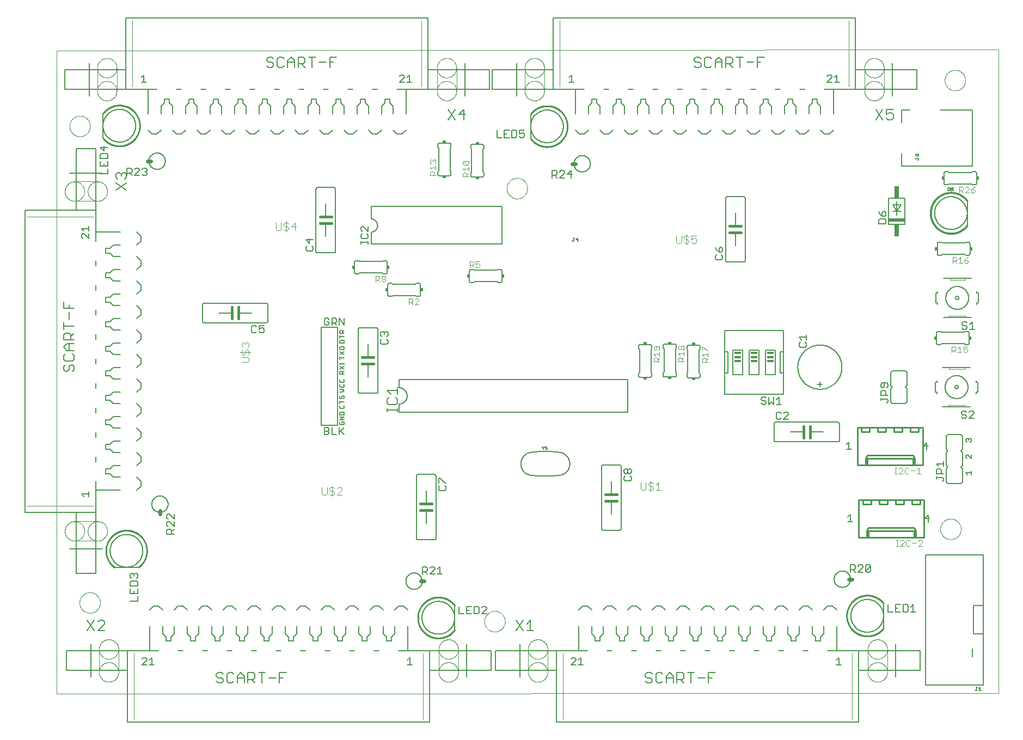
<source format=gto>
G75*
%MOIN*%
%OFA0B0*%
%FSLAX25Y25*%
%IPPOS*%
%LPD*%
%AMOC8*
5,1,8,0,0,1.08239X$1,22.5*
%
%ADD10C,0.00000*%
%ADD11C,0.00600*%
%ADD12C,0.00500*%
%ADD13C,0.01600*%
%ADD14C,0.00800*%
%ADD15C,0.00100*%
%ADD16R,0.10000X0.02000*%
%ADD17R,0.03000X0.07500*%
%ADD18C,0.01000*%
%ADD19C,0.00400*%
%ADD20C,0.00700*%
%ADD21R,0.02000X0.01500*%
%ADD22R,0.01500X0.02000*%
%ADD23C,0.00200*%
%ADD24R,0.04000X0.01500*%
%ADD25C,0.00009*%
%ADD26C,0.02400*%
D10*
X0020587Y0018619D02*
X0020587Y0412320D01*
X0597438Y0412713D01*
X0597438Y0019013D01*
X0020587Y0018619D01*
X0046740Y0031800D02*
X0046742Y0031954D01*
X0046748Y0032108D01*
X0046758Y0032261D01*
X0046772Y0032414D01*
X0046790Y0032567D01*
X0046811Y0032719D01*
X0046837Y0032871D01*
X0046867Y0033022D01*
X0046900Y0033172D01*
X0046938Y0033321D01*
X0046979Y0033470D01*
X0047024Y0033617D01*
X0047073Y0033763D01*
X0047126Y0033907D01*
X0047182Y0034050D01*
X0047242Y0034192D01*
X0047306Y0034332D01*
X0047373Y0034470D01*
X0047444Y0034607D01*
X0047518Y0034742D01*
X0047596Y0034874D01*
X0047677Y0035005D01*
X0047762Y0035134D01*
X0047849Y0035260D01*
X0047940Y0035384D01*
X0048035Y0035505D01*
X0048132Y0035625D01*
X0048232Y0035741D01*
X0048336Y0035855D01*
X0048442Y0035966D01*
X0048551Y0036075D01*
X0048663Y0036180D01*
X0048778Y0036283D01*
X0048895Y0036383D01*
X0049015Y0036479D01*
X0049137Y0036573D01*
X0049261Y0036663D01*
X0049388Y0036750D01*
X0049517Y0036834D01*
X0049649Y0036914D01*
X0049782Y0036991D01*
X0049917Y0037064D01*
X0050054Y0037134D01*
X0050193Y0037201D01*
X0050333Y0037263D01*
X0050475Y0037322D01*
X0050619Y0037378D01*
X0050764Y0037430D01*
X0050910Y0037477D01*
X0051057Y0037522D01*
X0051206Y0037562D01*
X0051355Y0037598D01*
X0051506Y0037631D01*
X0051657Y0037660D01*
X0051809Y0037684D01*
X0051961Y0037705D01*
X0052114Y0037722D01*
X0052267Y0037735D01*
X0052421Y0037744D01*
X0052575Y0037749D01*
X0052728Y0037750D01*
X0052882Y0037747D01*
X0053036Y0037740D01*
X0053189Y0037729D01*
X0053343Y0037714D01*
X0053495Y0037695D01*
X0053647Y0037672D01*
X0053799Y0037646D01*
X0053950Y0037615D01*
X0054100Y0037581D01*
X0054249Y0037542D01*
X0054396Y0037500D01*
X0054543Y0037454D01*
X0054689Y0037404D01*
X0054833Y0037351D01*
X0054976Y0037293D01*
X0055117Y0037232D01*
X0055257Y0037168D01*
X0055395Y0037100D01*
X0055531Y0037028D01*
X0055665Y0036953D01*
X0055797Y0036874D01*
X0055927Y0036792D01*
X0056055Y0036707D01*
X0056181Y0036618D01*
X0056304Y0036526D01*
X0056425Y0036431D01*
X0056544Y0036333D01*
X0056660Y0036232D01*
X0056773Y0036128D01*
X0056884Y0036021D01*
X0056991Y0035911D01*
X0057096Y0035798D01*
X0057198Y0035683D01*
X0057297Y0035565D01*
X0057393Y0035445D01*
X0057486Y0035322D01*
X0057575Y0035197D01*
X0057661Y0035070D01*
X0057744Y0034940D01*
X0057824Y0034808D01*
X0057900Y0034675D01*
X0057972Y0034539D01*
X0058041Y0034401D01*
X0058107Y0034262D01*
X0058169Y0034121D01*
X0058227Y0033979D01*
X0058281Y0033835D01*
X0058332Y0033690D01*
X0058379Y0033543D01*
X0058422Y0033396D01*
X0058461Y0033247D01*
X0058497Y0033097D01*
X0058528Y0032947D01*
X0058556Y0032795D01*
X0058580Y0032643D01*
X0058600Y0032491D01*
X0058616Y0032338D01*
X0058628Y0032184D01*
X0058636Y0032031D01*
X0058640Y0031877D01*
X0058640Y0031723D01*
X0058636Y0031569D01*
X0058628Y0031416D01*
X0058616Y0031262D01*
X0058600Y0031109D01*
X0058580Y0030957D01*
X0058556Y0030805D01*
X0058528Y0030653D01*
X0058497Y0030503D01*
X0058461Y0030353D01*
X0058422Y0030204D01*
X0058379Y0030057D01*
X0058332Y0029910D01*
X0058281Y0029765D01*
X0058227Y0029621D01*
X0058169Y0029479D01*
X0058107Y0029338D01*
X0058041Y0029199D01*
X0057972Y0029061D01*
X0057900Y0028925D01*
X0057824Y0028792D01*
X0057744Y0028660D01*
X0057661Y0028530D01*
X0057575Y0028403D01*
X0057486Y0028278D01*
X0057393Y0028155D01*
X0057297Y0028035D01*
X0057198Y0027917D01*
X0057096Y0027802D01*
X0056991Y0027689D01*
X0056884Y0027579D01*
X0056773Y0027472D01*
X0056660Y0027368D01*
X0056544Y0027267D01*
X0056425Y0027169D01*
X0056304Y0027074D01*
X0056181Y0026982D01*
X0056055Y0026893D01*
X0055927Y0026808D01*
X0055797Y0026726D01*
X0055665Y0026647D01*
X0055531Y0026572D01*
X0055395Y0026500D01*
X0055257Y0026432D01*
X0055117Y0026368D01*
X0054976Y0026307D01*
X0054833Y0026249D01*
X0054689Y0026196D01*
X0054543Y0026146D01*
X0054396Y0026100D01*
X0054249Y0026058D01*
X0054100Y0026019D01*
X0053950Y0025985D01*
X0053799Y0025954D01*
X0053647Y0025928D01*
X0053495Y0025905D01*
X0053343Y0025886D01*
X0053189Y0025871D01*
X0053036Y0025860D01*
X0052882Y0025853D01*
X0052728Y0025850D01*
X0052575Y0025851D01*
X0052421Y0025856D01*
X0052267Y0025865D01*
X0052114Y0025878D01*
X0051961Y0025895D01*
X0051809Y0025916D01*
X0051657Y0025940D01*
X0051506Y0025969D01*
X0051355Y0026002D01*
X0051206Y0026038D01*
X0051057Y0026078D01*
X0050910Y0026123D01*
X0050764Y0026170D01*
X0050619Y0026222D01*
X0050475Y0026278D01*
X0050333Y0026337D01*
X0050193Y0026399D01*
X0050054Y0026466D01*
X0049917Y0026536D01*
X0049782Y0026609D01*
X0049649Y0026686D01*
X0049517Y0026766D01*
X0049388Y0026850D01*
X0049261Y0026937D01*
X0049137Y0027027D01*
X0049015Y0027121D01*
X0048895Y0027217D01*
X0048778Y0027317D01*
X0048663Y0027420D01*
X0048551Y0027525D01*
X0048442Y0027634D01*
X0048336Y0027745D01*
X0048232Y0027859D01*
X0048132Y0027975D01*
X0048035Y0028095D01*
X0047940Y0028216D01*
X0047849Y0028340D01*
X0047762Y0028466D01*
X0047677Y0028595D01*
X0047596Y0028726D01*
X0047518Y0028858D01*
X0047444Y0028993D01*
X0047373Y0029130D01*
X0047306Y0029268D01*
X0047242Y0029408D01*
X0047182Y0029550D01*
X0047126Y0029693D01*
X0047073Y0029837D01*
X0047024Y0029983D01*
X0046979Y0030130D01*
X0046938Y0030279D01*
X0046900Y0030428D01*
X0046867Y0030578D01*
X0046837Y0030729D01*
X0046811Y0030881D01*
X0046790Y0031033D01*
X0046772Y0031186D01*
X0046758Y0031339D01*
X0046748Y0031492D01*
X0046742Y0031646D01*
X0046740Y0031800D01*
X0046690Y0031800D02*
X0046692Y0031647D01*
X0046698Y0031494D01*
X0046708Y0031341D01*
X0046721Y0031188D01*
X0046739Y0031036D01*
X0046760Y0030884D01*
X0046786Y0030733D01*
X0046815Y0030583D01*
X0046848Y0030433D01*
X0046885Y0030284D01*
X0046925Y0030136D01*
X0046970Y0029990D01*
X0047018Y0029844D01*
X0047070Y0029700D01*
X0047125Y0029557D01*
X0047184Y0029416D01*
X0047247Y0029276D01*
X0047313Y0029138D01*
X0047383Y0029001D01*
X0047456Y0028867D01*
X0047533Y0028734D01*
X0047613Y0028603D01*
X0047696Y0028475D01*
X0047782Y0028348D01*
X0047872Y0028224D01*
X0047965Y0028102D01*
X0048061Y0027983D01*
X0048160Y0027866D01*
X0048262Y0027751D01*
X0048367Y0027639D01*
X0048475Y0027530D01*
X0048585Y0027424D01*
X0048698Y0027321D01*
X0048814Y0027220D01*
X0048932Y0027123D01*
X0049053Y0027028D01*
X0049176Y0026937D01*
X0049301Y0026849D01*
X0049429Y0026764D01*
X0049558Y0026682D01*
X0049690Y0026604D01*
X0049824Y0026529D01*
X0049959Y0026457D01*
X0050097Y0026389D01*
X0050236Y0026325D01*
X0050376Y0026264D01*
X0050518Y0026207D01*
X0050662Y0026153D01*
X0050807Y0026103D01*
X0050953Y0026057D01*
X0051100Y0026014D01*
X0051248Y0025976D01*
X0051398Y0025941D01*
X0051548Y0025910D01*
X0051698Y0025882D01*
X0051850Y0025859D01*
X0052002Y0025840D01*
X0052154Y0025824D01*
X0052307Y0025812D01*
X0052460Y0025804D01*
X0052613Y0025800D01*
X0052767Y0025800D01*
X0052920Y0025804D01*
X0053073Y0025812D01*
X0053226Y0025824D01*
X0053378Y0025840D01*
X0053530Y0025859D01*
X0053682Y0025882D01*
X0053832Y0025910D01*
X0053982Y0025941D01*
X0054132Y0025976D01*
X0054280Y0026014D01*
X0054427Y0026057D01*
X0054573Y0026103D01*
X0054718Y0026153D01*
X0054862Y0026207D01*
X0055004Y0026264D01*
X0055144Y0026325D01*
X0055283Y0026389D01*
X0055421Y0026457D01*
X0055556Y0026529D01*
X0055690Y0026604D01*
X0055822Y0026682D01*
X0055951Y0026764D01*
X0056079Y0026849D01*
X0056204Y0026937D01*
X0056327Y0027028D01*
X0056448Y0027123D01*
X0056566Y0027220D01*
X0056682Y0027321D01*
X0056795Y0027424D01*
X0056905Y0027530D01*
X0057013Y0027639D01*
X0057118Y0027751D01*
X0057220Y0027866D01*
X0057319Y0027983D01*
X0057415Y0028102D01*
X0057508Y0028224D01*
X0057598Y0028348D01*
X0057684Y0028475D01*
X0057767Y0028603D01*
X0057847Y0028734D01*
X0057924Y0028867D01*
X0057997Y0029001D01*
X0058067Y0029138D01*
X0058133Y0029276D01*
X0058196Y0029416D01*
X0058255Y0029557D01*
X0058310Y0029700D01*
X0058362Y0029844D01*
X0058410Y0029990D01*
X0058455Y0030136D01*
X0058495Y0030284D01*
X0058532Y0030433D01*
X0058565Y0030583D01*
X0058594Y0030733D01*
X0058620Y0030884D01*
X0058641Y0031036D01*
X0058659Y0031188D01*
X0058672Y0031341D01*
X0058682Y0031494D01*
X0058688Y0031647D01*
X0058690Y0031800D01*
X0046740Y0045800D02*
X0046742Y0045954D01*
X0046748Y0046108D01*
X0046758Y0046261D01*
X0046772Y0046414D01*
X0046790Y0046567D01*
X0046811Y0046719D01*
X0046837Y0046871D01*
X0046867Y0047022D01*
X0046900Y0047172D01*
X0046938Y0047321D01*
X0046979Y0047470D01*
X0047024Y0047617D01*
X0047073Y0047763D01*
X0047126Y0047907D01*
X0047182Y0048050D01*
X0047242Y0048192D01*
X0047306Y0048332D01*
X0047373Y0048470D01*
X0047444Y0048607D01*
X0047518Y0048742D01*
X0047596Y0048874D01*
X0047677Y0049005D01*
X0047762Y0049134D01*
X0047849Y0049260D01*
X0047940Y0049384D01*
X0048035Y0049505D01*
X0048132Y0049625D01*
X0048232Y0049741D01*
X0048336Y0049855D01*
X0048442Y0049966D01*
X0048551Y0050075D01*
X0048663Y0050180D01*
X0048778Y0050283D01*
X0048895Y0050383D01*
X0049015Y0050479D01*
X0049137Y0050573D01*
X0049261Y0050663D01*
X0049388Y0050750D01*
X0049517Y0050834D01*
X0049649Y0050914D01*
X0049782Y0050991D01*
X0049917Y0051064D01*
X0050054Y0051134D01*
X0050193Y0051201D01*
X0050333Y0051263D01*
X0050475Y0051322D01*
X0050619Y0051378D01*
X0050764Y0051430D01*
X0050910Y0051477D01*
X0051057Y0051522D01*
X0051206Y0051562D01*
X0051355Y0051598D01*
X0051506Y0051631D01*
X0051657Y0051660D01*
X0051809Y0051684D01*
X0051961Y0051705D01*
X0052114Y0051722D01*
X0052267Y0051735D01*
X0052421Y0051744D01*
X0052575Y0051749D01*
X0052728Y0051750D01*
X0052882Y0051747D01*
X0053036Y0051740D01*
X0053189Y0051729D01*
X0053343Y0051714D01*
X0053495Y0051695D01*
X0053647Y0051672D01*
X0053799Y0051646D01*
X0053950Y0051615D01*
X0054100Y0051581D01*
X0054249Y0051542D01*
X0054396Y0051500D01*
X0054543Y0051454D01*
X0054689Y0051404D01*
X0054833Y0051351D01*
X0054976Y0051293D01*
X0055117Y0051232D01*
X0055257Y0051168D01*
X0055395Y0051100D01*
X0055531Y0051028D01*
X0055665Y0050953D01*
X0055797Y0050874D01*
X0055927Y0050792D01*
X0056055Y0050707D01*
X0056181Y0050618D01*
X0056304Y0050526D01*
X0056425Y0050431D01*
X0056544Y0050333D01*
X0056660Y0050232D01*
X0056773Y0050128D01*
X0056884Y0050021D01*
X0056991Y0049911D01*
X0057096Y0049798D01*
X0057198Y0049683D01*
X0057297Y0049565D01*
X0057393Y0049445D01*
X0057486Y0049322D01*
X0057575Y0049197D01*
X0057661Y0049070D01*
X0057744Y0048940D01*
X0057824Y0048808D01*
X0057900Y0048675D01*
X0057972Y0048539D01*
X0058041Y0048401D01*
X0058107Y0048262D01*
X0058169Y0048121D01*
X0058227Y0047979D01*
X0058281Y0047835D01*
X0058332Y0047690D01*
X0058379Y0047543D01*
X0058422Y0047396D01*
X0058461Y0047247D01*
X0058497Y0047097D01*
X0058528Y0046947D01*
X0058556Y0046795D01*
X0058580Y0046643D01*
X0058600Y0046491D01*
X0058616Y0046338D01*
X0058628Y0046184D01*
X0058636Y0046031D01*
X0058640Y0045877D01*
X0058640Y0045723D01*
X0058636Y0045569D01*
X0058628Y0045416D01*
X0058616Y0045262D01*
X0058600Y0045109D01*
X0058580Y0044957D01*
X0058556Y0044805D01*
X0058528Y0044653D01*
X0058497Y0044503D01*
X0058461Y0044353D01*
X0058422Y0044204D01*
X0058379Y0044057D01*
X0058332Y0043910D01*
X0058281Y0043765D01*
X0058227Y0043621D01*
X0058169Y0043479D01*
X0058107Y0043338D01*
X0058041Y0043199D01*
X0057972Y0043061D01*
X0057900Y0042925D01*
X0057824Y0042792D01*
X0057744Y0042660D01*
X0057661Y0042530D01*
X0057575Y0042403D01*
X0057486Y0042278D01*
X0057393Y0042155D01*
X0057297Y0042035D01*
X0057198Y0041917D01*
X0057096Y0041802D01*
X0056991Y0041689D01*
X0056884Y0041579D01*
X0056773Y0041472D01*
X0056660Y0041368D01*
X0056544Y0041267D01*
X0056425Y0041169D01*
X0056304Y0041074D01*
X0056181Y0040982D01*
X0056055Y0040893D01*
X0055927Y0040808D01*
X0055797Y0040726D01*
X0055665Y0040647D01*
X0055531Y0040572D01*
X0055395Y0040500D01*
X0055257Y0040432D01*
X0055117Y0040368D01*
X0054976Y0040307D01*
X0054833Y0040249D01*
X0054689Y0040196D01*
X0054543Y0040146D01*
X0054396Y0040100D01*
X0054249Y0040058D01*
X0054100Y0040019D01*
X0053950Y0039985D01*
X0053799Y0039954D01*
X0053647Y0039928D01*
X0053495Y0039905D01*
X0053343Y0039886D01*
X0053189Y0039871D01*
X0053036Y0039860D01*
X0052882Y0039853D01*
X0052728Y0039850D01*
X0052575Y0039851D01*
X0052421Y0039856D01*
X0052267Y0039865D01*
X0052114Y0039878D01*
X0051961Y0039895D01*
X0051809Y0039916D01*
X0051657Y0039940D01*
X0051506Y0039969D01*
X0051355Y0040002D01*
X0051206Y0040038D01*
X0051057Y0040078D01*
X0050910Y0040123D01*
X0050764Y0040170D01*
X0050619Y0040222D01*
X0050475Y0040278D01*
X0050333Y0040337D01*
X0050193Y0040399D01*
X0050054Y0040466D01*
X0049917Y0040536D01*
X0049782Y0040609D01*
X0049649Y0040686D01*
X0049517Y0040766D01*
X0049388Y0040850D01*
X0049261Y0040937D01*
X0049137Y0041027D01*
X0049015Y0041121D01*
X0048895Y0041217D01*
X0048778Y0041317D01*
X0048663Y0041420D01*
X0048551Y0041525D01*
X0048442Y0041634D01*
X0048336Y0041745D01*
X0048232Y0041859D01*
X0048132Y0041975D01*
X0048035Y0042095D01*
X0047940Y0042216D01*
X0047849Y0042340D01*
X0047762Y0042466D01*
X0047677Y0042595D01*
X0047596Y0042726D01*
X0047518Y0042858D01*
X0047444Y0042993D01*
X0047373Y0043130D01*
X0047306Y0043268D01*
X0047242Y0043408D01*
X0047182Y0043550D01*
X0047126Y0043693D01*
X0047073Y0043837D01*
X0047024Y0043983D01*
X0046979Y0044130D01*
X0046938Y0044279D01*
X0046900Y0044428D01*
X0046867Y0044578D01*
X0046837Y0044729D01*
X0046811Y0044881D01*
X0046790Y0045033D01*
X0046772Y0045186D01*
X0046758Y0045339D01*
X0046748Y0045492D01*
X0046742Y0045646D01*
X0046740Y0045800D01*
X0046690Y0045800D02*
X0046692Y0045953D01*
X0046698Y0046106D01*
X0046708Y0046259D01*
X0046721Y0046412D01*
X0046739Y0046564D01*
X0046760Y0046716D01*
X0046786Y0046867D01*
X0046815Y0047017D01*
X0046848Y0047167D01*
X0046885Y0047316D01*
X0046925Y0047464D01*
X0046970Y0047610D01*
X0047018Y0047756D01*
X0047070Y0047900D01*
X0047125Y0048043D01*
X0047184Y0048184D01*
X0047247Y0048324D01*
X0047313Y0048462D01*
X0047383Y0048599D01*
X0047456Y0048733D01*
X0047533Y0048866D01*
X0047613Y0048997D01*
X0047696Y0049125D01*
X0047782Y0049252D01*
X0047872Y0049376D01*
X0047965Y0049498D01*
X0048061Y0049617D01*
X0048160Y0049734D01*
X0048262Y0049849D01*
X0048367Y0049961D01*
X0048475Y0050070D01*
X0048585Y0050176D01*
X0048698Y0050279D01*
X0048814Y0050380D01*
X0048932Y0050477D01*
X0049053Y0050572D01*
X0049176Y0050663D01*
X0049301Y0050751D01*
X0049429Y0050836D01*
X0049558Y0050918D01*
X0049690Y0050996D01*
X0049824Y0051071D01*
X0049959Y0051143D01*
X0050097Y0051211D01*
X0050236Y0051275D01*
X0050376Y0051336D01*
X0050518Y0051393D01*
X0050662Y0051447D01*
X0050807Y0051497D01*
X0050953Y0051543D01*
X0051100Y0051586D01*
X0051248Y0051624D01*
X0051398Y0051659D01*
X0051548Y0051690D01*
X0051698Y0051718D01*
X0051850Y0051741D01*
X0052002Y0051760D01*
X0052154Y0051776D01*
X0052307Y0051788D01*
X0052460Y0051796D01*
X0052613Y0051800D01*
X0052767Y0051800D01*
X0052920Y0051796D01*
X0053073Y0051788D01*
X0053226Y0051776D01*
X0053378Y0051760D01*
X0053530Y0051741D01*
X0053682Y0051718D01*
X0053832Y0051690D01*
X0053982Y0051659D01*
X0054132Y0051624D01*
X0054280Y0051586D01*
X0054427Y0051543D01*
X0054573Y0051497D01*
X0054718Y0051447D01*
X0054862Y0051393D01*
X0055004Y0051336D01*
X0055144Y0051275D01*
X0055283Y0051211D01*
X0055421Y0051143D01*
X0055556Y0051071D01*
X0055690Y0050996D01*
X0055822Y0050918D01*
X0055951Y0050836D01*
X0056079Y0050751D01*
X0056204Y0050663D01*
X0056327Y0050572D01*
X0056448Y0050477D01*
X0056566Y0050380D01*
X0056682Y0050279D01*
X0056795Y0050176D01*
X0056905Y0050070D01*
X0057013Y0049961D01*
X0057118Y0049849D01*
X0057220Y0049734D01*
X0057319Y0049617D01*
X0057415Y0049498D01*
X0057508Y0049376D01*
X0057598Y0049252D01*
X0057684Y0049125D01*
X0057767Y0048997D01*
X0057847Y0048866D01*
X0057924Y0048733D01*
X0057997Y0048599D01*
X0058067Y0048462D01*
X0058133Y0048324D01*
X0058196Y0048184D01*
X0058255Y0048043D01*
X0058310Y0047900D01*
X0058362Y0047756D01*
X0058410Y0047610D01*
X0058455Y0047464D01*
X0058495Y0047316D01*
X0058532Y0047167D01*
X0058565Y0047017D01*
X0058594Y0046867D01*
X0058620Y0046716D01*
X0058641Y0046564D01*
X0058659Y0046412D01*
X0058672Y0046259D01*
X0058682Y0046106D01*
X0058688Y0045953D01*
X0058690Y0045800D01*
X0034800Y0074288D02*
X0034802Y0074446D01*
X0034808Y0074604D01*
X0034818Y0074762D01*
X0034832Y0074920D01*
X0034850Y0075077D01*
X0034871Y0075234D01*
X0034897Y0075390D01*
X0034927Y0075546D01*
X0034960Y0075701D01*
X0034998Y0075854D01*
X0035039Y0076007D01*
X0035084Y0076159D01*
X0035133Y0076310D01*
X0035186Y0076459D01*
X0035242Y0076607D01*
X0035302Y0076753D01*
X0035366Y0076898D01*
X0035434Y0077041D01*
X0035505Y0077183D01*
X0035579Y0077323D01*
X0035657Y0077460D01*
X0035739Y0077596D01*
X0035823Y0077730D01*
X0035912Y0077861D01*
X0036003Y0077990D01*
X0036098Y0078117D01*
X0036195Y0078242D01*
X0036296Y0078364D01*
X0036400Y0078483D01*
X0036507Y0078600D01*
X0036617Y0078714D01*
X0036730Y0078825D01*
X0036845Y0078934D01*
X0036963Y0079039D01*
X0037084Y0079141D01*
X0037207Y0079241D01*
X0037333Y0079337D01*
X0037461Y0079430D01*
X0037591Y0079520D01*
X0037724Y0079606D01*
X0037859Y0079690D01*
X0037995Y0079769D01*
X0038134Y0079846D01*
X0038275Y0079918D01*
X0038417Y0079988D01*
X0038561Y0080053D01*
X0038707Y0080115D01*
X0038854Y0080173D01*
X0039003Y0080228D01*
X0039153Y0080279D01*
X0039304Y0080326D01*
X0039456Y0080369D01*
X0039609Y0080408D01*
X0039764Y0080444D01*
X0039919Y0080475D01*
X0040075Y0080503D01*
X0040231Y0080527D01*
X0040388Y0080547D01*
X0040546Y0080563D01*
X0040703Y0080575D01*
X0040862Y0080583D01*
X0041020Y0080587D01*
X0041178Y0080587D01*
X0041336Y0080583D01*
X0041495Y0080575D01*
X0041652Y0080563D01*
X0041810Y0080547D01*
X0041967Y0080527D01*
X0042123Y0080503D01*
X0042279Y0080475D01*
X0042434Y0080444D01*
X0042589Y0080408D01*
X0042742Y0080369D01*
X0042894Y0080326D01*
X0043045Y0080279D01*
X0043195Y0080228D01*
X0043344Y0080173D01*
X0043491Y0080115D01*
X0043637Y0080053D01*
X0043781Y0079988D01*
X0043923Y0079918D01*
X0044064Y0079846D01*
X0044203Y0079769D01*
X0044339Y0079690D01*
X0044474Y0079606D01*
X0044607Y0079520D01*
X0044737Y0079430D01*
X0044865Y0079337D01*
X0044991Y0079241D01*
X0045114Y0079141D01*
X0045235Y0079039D01*
X0045353Y0078934D01*
X0045468Y0078825D01*
X0045581Y0078714D01*
X0045691Y0078600D01*
X0045798Y0078483D01*
X0045902Y0078364D01*
X0046003Y0078242D01*
X0046100Y0078117D01*
X0046195Y0077990D01*
X0046286Y0077861D01*
X0046375Y0077730D01*
X0046459Y0077596D01*
X0046541Y0077460D01*
X0046619Y0077323D01*
X0046693Y0077183D01*
X0046764Y0077041D01*
X0046832Y0076898D01*
X0046896Y0076753D01*
X0046956Y0076607D01*
X0047012Y0076459D01*
X0047065Y0076310D01*
X0047114Y0076159D01*
X0047159Y0076007D01*
X0047200Y0075854D01*
X0047238Y0075701D01*
X0047271Y0075546D01*
X0047301Y0075390D01*
X0047327Y0075234D01*
X0047348Y0075077D01*
X0047366Y0074920D01*
X0047380Y0074762D01*
X0047390Y0074604D01*
X0047396Y0074446D01*
X0047398Y0074288D01*
X0047396Y0074130D01*
X0047390Y0073972D01*
X0047380Y0073814D01*
X0047366Y0073656D01*
X0047348Y0073499D01*
X0047327Y0073342D01*
X0047301Y0073186D01*
X0047271Y0073030D01*
X0047238Y0072875D01*
X0047200Y0072722D01*
X0047159Y0072569D01*
X0047114Y0072417D01*
X0047065Y0072266D01*
X0047012Y0072117D01*
X0046956Y0071969D01*
X0046896Y0071823D01*
X0046832Y0071678D01*
X0046764Y0071535D01*
X0046693Y0071393D01*
X0046619Y0071253D01*
X0046541Y0071116D01*
X0046459Y0070980D01*
X0046375Y0070846D01*
X0046286Y0070715D01*
X0046195Y0070586D01*
X0046100Y0070459D01*
X0046003Y0070334D01*
X0045902Y0070212D01*
X0045798Y0070093D01*
X0045691Y0069976D01*
X0045581Y0069862D01*
X0045468Y0069751D01*
X0045353Y0069642D01*
X0045235Y0069537D01*
X0045114Y0069435D01*
X0044991Y0069335D01*
X0044865Y0069239D01*
X0044737Y0069146D01*
X0044607Y0069056D01*
X0044474Y0068970D01*
X0044339Y0068886D01*
X0044203Y0068807D01*
X0044064Y0068730D01*
X0043923Y0068658D01*
X0043781Y0068588D01*
X0043637Y0068523D01*
X0043491Y0068461D01*
X0043344Y0068403D01*
X0043195Y0068348D01*
X0043045Y0068297D01*
X0042894Y0068250D01*
X0042742Y0068207D01*
X0042589Y0068168D01*
X0042434Y0068132D01*
X0042279Y0068101D01*
X0042123Y0068073D01*
X0041967Y0068049D01*
X0041810Y0068029D01*
X0041652Y0068013D01*
X0041495Y0068001D01*
X0041336Y0067993D01*
X0041178Y0067989D01*
X0041020Y0067989D01*
X0040862Y0067993D01*
X0040703Y0068001D01*
X0040546Y0068013D01*
X0040388Y0068029D01*
X0040231Y0068049D01*
X0040075Y0068073D01*
X0039919Y0068101D01*
X0039764Y0068132D01*
X0039609Y0068168D01*
X0039456Y0068207D01*
X0039304Y0068250D01*
X0039153Y0068297D01*
X0039003Y0068348D01*
X0038854Y0068403D01*
X0038707Y0068461D01*
X0038561Y0068523D01*
X0038417Y0068588D01*
X0038275Y0068658D01*
X0038134Y0068730D01*
X0037995Y0068807D01*
X0037859Y0068886D01*
X0037724Y0068970D01*
X0037591Y0069056D01*
X0037461Y0069146D01*
X0037333Y0069239D01*
X0037207Y0069335D01*
X0037084Y0069435D01*
X0036963Y0069537D01*
X0036845Y0069642D01*
X0036730Y0069751D01*
X0036617Y0069862D01*
X0036507Y0069976D01*
X0036400Y0070093D01*
X0036296Y0070212D01*
X0036195Y0070334D01*
X0036098Y0070459D01*
X0036003Y0070586D01*
X0035912Y0070715D01*
X0035823Y0070846D01*
X0035739Y0070980D01*
X0035657Y0071116D01*
X0035579Y0071253D01*
X0035505Y0071393D01*
X0035434Y0071535D01*
X0035366Y0071678D01*
X0035302Y0071823D01*
X0035242Y0071969D01*
X0035186Y0072117D01*
X0035133Y0072266D01*
X0035084Y0072417D01*
X0035039Y0072569D01*
X0034998Y0072722D01*
X0034960Y0072875D01*
X0034927Y0073030D01*
X0034897Y0073186D01*
X0034871Y0073342D01*
X0034850Y0073499D01*
X0034832Y0073656D01*
X0034818Y0073814D01*
X0034808Y0073972D01*
X0034802Y0074130D01*
X0034800Y0074288D01*
X0025850Y0118083D02*
X0025852Y0118237D01*
X0025858Y0118391D01*
X0025868Y0118544D01*
X0025882Y0118697D01*
X0025900Y0118850D01*
X0025921Y0119002D01*
X0025947Y0119154D01*
X0025977Y0119305D01*
X0026010Y0119455D01*
X0026048Y0119604D01*
X0026089Y0119753D01*
X0026134Y0119900D01*
X0026183Y0120046D01*
X0026236Y0120190D01*
X0026292Y0120333D01*
X0026352Y0120475D01*
X0026416Y0120615D01*
X0026483Y0120753D01*
X0026554Y0120890D01*
X0026628Y0121025D01*
X0026706Y0121157D01*
X0026787Y0121288D01*
X0026872Y0121417D01*
X0026959Y0121543D01*
X0027050Y0121667D01*
X0027145Y0121788D01*
X0027242Y0121908D01*
X0027342Y0122024D01*
X0027446Y0122138D01*
X0027552Y0122249D01*
X0027661Y0122358D01*
X0027773Y0122463D01*
X0027888Y0122566D01*
X0028005Y0122666D01*
X0028125Y0122762D01*
X0028247Y0122856D01*
X0028371Y0122946D01*
X0028498Y0123033D01*
X0028627Y0123117D01*
X0028759Y0123197D01*
X0028892Y0123274D01*
X0029027Y0123347D01*
X0029164Y0123417D01*
X0029303Y0123484D01*
X0029443Y0123546D01*
X0029585Y0123605D01*
X0029729Y0123661D01*
X0029874Y0123713D01*
X0030020Y0123760D01*
X0030167Y0123805D01*
X0030316Y0123845D01*
X0030465Y0123881D01*
X0030616Y0123914D01*
X0030767Y0123943D01*
X0030919Y0123967D01*
X0031071Y0123988D01*
X0031224Y0124005D01*
X0031377Y0124018D01*
X0031531Y0124027D01*
X0031685Y0124032D01*
X0031838Y0124033D01*
X0031992Y0124030D01*
X0032146Y0124023D01*
X0032299Y0124012D01*
X0032453Y0123997D01*
X0032605Y0123978D01*
X0032757Y0123955D01*
X0032909Y0123929D01*
X0033060Y0123898D01*
X0033210Y0123864D01*
X0033359Y0123825D01*
X0033506Y0123783D01*
X0033653Y0123737D01*
X0033799Y0123687D01*
X0033943Y0123634D01*
X0034086Y0123576D01*
X0034227Y0123515D01*
X0034367Y0123451D01*
X0034505Y0123383D01*
X0034641Y0123311D01*
X0034775Y0123236D01*
X0034907Y0123157D01*
X0035037Y0123075D01*
X0035165Y0122990D01*
X0035291Y0122901D01*
X0035414Y0122809D01*
X0035535Y0122714D01*
X0035654Y0122616D01*
X0035770Y0122515D01*
X0035883Y0122411D01*
X0035994Y0122304D01*
X0036101Y0122194D01*
X0036206Y0122081D01*
X0036308Y0121966D01*
X0036407Y0121848D01*
X0036503Y0121728D01*
X0036596Y0121605D01*
X0036685Y0121480D01*
X0036771Y0121353D01*
X0036854Y0121223D01*
X0036934Y0121091D01*
X0037010Y0120958D01*
X0037082Y0120822D01*
X0037151Y0120684D01*
X0037217Y0120545D01*
X0037279Y0120404D01*
X0037337Y0120262D01*
X0037391Y0120118D01*
X0037442Y0119973D01*
X0037489Y0119826D01*
X0037532Y0119679D01*
X0037571Y0119530D01*
X0037607Y0119380D01*
X0037638Y0119230D01*
X0037666Y0119078D01*
X0037690Y0118926D01*
X0037710Y0118774D01*
X0037726Y0118621D01*
X0037738Y0118467D01*
X0037746Y0118314D01*
X0037750Y0118160D01*
X0037750Y0118006D01*
X0037746Y0117852D01*
X0037738Y0117699D01*
X0037726Y0117545D01*
X0037710Y0117392D01*
X0037690Y0117240D01*
X0037666Y0117088D01*
X0037638Y0116936D01*
X0037607Y0116786D01*
X0037571Y0116636D01*
X0037532Y0116487D01*
X0037489Y0116340D01*
X0037442Y0116193D01*
X0037391Y0116048D01*
X0037337Y0115904D01*
X0037279Y0115762D01*
X0037217Y0115621D01*
X0037151Y0115482D01*
X0037082Y0115344D01*
X0037010Y0115208D01*
X0036934Y0115075D01*
X0036854Y0114943D01*
X0036771Y0114813D01*
X0036685Y0114686D01*
X0036596Y0114561D01*
X0036503Y0114438D01*
X0036407Y0114318D01*
X0036308Y0114200D01*
X0036206Y0114085D01*
X0036101Y0113972D01*
X0035994Y0113862D01*
X0035883Y0113755D01*
X0035770Y0113651D01*
X0035654Y0113550D01*
X0035535Y0113452D01*
X0035414Y0113357D01*
X0035291Y0113265D01*
X0035165Y0113176D01*
X0035037Y0113091D01*
X0034907Y0113009D01*
X0034775Y0112930D01*
X0034641Y0112855D01*
X0034505Y0112783D01*
X0034367Y0112715D01*
X0034227Y0112651D01*
X0034086Y0112590D01*
X0033943Y0112532D01*
X0033799Y0112479D01*
X0033653Y0112429D01*
X0033506Y0112383D01*
X0033359Y0112341D01*
X0033210Y0112302D01*
X0033060Y0112268D01*
X0032909Y0112237D01*
X0032757Y0112211D01*
X0032605Y0112188D01*
X0032453Y0112169D01*
X0032299Y0112154D01*
X0032146Y0112143D01*
X0031992Y0112136D01*
X0031838Y0112133D01*
X0031685Y0112134D01*
X0031531Y0112139D01*
X0031377Y0112148D01*
X0031224Y0112161D01*
X0031071Y0112178D01*
X0030919Y0112199D01*
X0030767Y0112223D01*
X0030616Y0112252D01*
X0030465Y0112285D01*
X0030316Y0112321D01*
X0030167Y0112361D01*
X0030020Y0112406D01*
X0029874Y0112453D01*
X0029729Y0112505D01*
X0029585Y0112561D01*
X0029443Y0112620D01*
X0029303Y0112682D01*
X0029164Y0112749D01*
X0029027Y0112819D01*
X0028892Y0112892D01*
X0028759Y0112969D01*
X0028627Y0113049D01*
X0028498Y0113133D01*
X0028371Y0113220D01*
X0028247Y0113310D01*
X0028125Y0113404D01*
X0028005Y0113500D01*
X0027888Y0113600D01*
X0027773Y0113703D01*
X0027661Y0113808D01*
X0027552Y0113917D01*
X0027446Y0114028D01*
X0027342Y0114142D01*
X0027242Y0114258D01*
X0027145Y0114378D01*
X0027050Y0114499D01*
X0026959Y0114623D01*
X0026872Y0114749D01*
X0026787Y0114878D01*
X0026706Y0115009D01*
X0026628Y0115141D01*
X0026554Y0115276D01*
X0026483Y0115413D01*
X0026416Y0115551D01*
X0026352Y0115691D01*
X0026292Y0115833D01*
X0026236Y0115976D01*
X0026183Y0116120D01*
X0026134Y0116266D01*
X0026089Y0116413D01*
X0026048Y0116562D01*
X0026010Y0116711D01*
X0025977Y0116861D01*
X0025947Y0117012D01*
X0025921Y0117164D01*
X0025900Y0117316D01*
X0025882Y0117469D01*
X0025868Y0117622D01*
X0025858Y0117775D01*
X0025852Y0117929D01*
X0025850Y0118083D01*
X0031800Y0124083D02*
X0031647Y0124081D01*
X0031494Y0124075D01*
X0031341Y0124065D01*
X0031188Y0124052D01*
X0031036Y0124034D01*
X0030884Y0124013D01*
X0030733Y0123987D01*
X0030583Y0123958D01*
X0030433Y0123925D01*
X0030284Y0123888D01*
X0030136Y0123848D01*
X0029990Y0123803D01*
X0029844Y0123755D01*
X0029700Y0123703D01*
X0029557Y0123648D01*
X0029416Y0123589D01*
X0029276Y0123526D01*
X0029138Y0123460D01*
X0029001Y0123390D01*
X0028867Y0123317D01*
X0028734Y0123240D01*
X0028603Y0123160D01*
X0028475Y0123077D01*
X0028348Y0122991D01*
X0028224Y0122901D01*
X0028102Y0122808D01*
X0027983Y0122712D01*
X0027866Y0122613D01*
X0027751Y0122511D01*
X0027639Y0122406D01*
X0027530Y0122298D01*
X0027424Y0122188D01*
X0027321Y0122075D01*
X0027220Y0121959D01*
X0027123Y0121841D01*
X0027028Y0121720D01*
X0026937Y0121597D01*
X0026849Y0121472D01*
X0026764Y0121344D01*
X0026682Y0121215D01*
X0026604Y0121083D01*
X0026529Y0120949D01*
X0026457Y0120814D01*
X0026389Y0120676D01*
X0026325Y0120537D01*
X0026264Y0120397D01*
X0026207Y0120255D01*
X0026153Y0120111D01*
X0026103Y0119966D01*
X0026057Y0119820D01*
X0026014Y0119673D01*
X0025976Y0119525D01*
X0025941Y0119375D01*
X0025910Y0119225D01*
X0025882Y0119075D01*
X0025859Y0118923D01*
X0025840Y0118771D01*
X0025824Y0118619D01*
X0025812Y0118466D01*
X0025804Y0118313D01*
X0025800Y0118160D01*
X0025800Y0118006D01*
X0025804Y0117853D01*
X0025812Y0117700D01*
X0025824Y0117547D01*
X0025840Y0117395D01*
X0025859Y0117243D01*
X0025882Y0117091D01*
X0025910Y0116941D01*
X0025941Y0116791D01*
X0025976Y0116641D01*
X0026014Y0116493D01*
X0026057Y0116346D01*
X0026103Y0116200D01*
X0026153Y0116055D01*
X0026207Y0115911D01*
X0026264Y0115769D01*
X0026325Y0115629D01*
X0026389Y0115490D01*
X0026457Y0115352D01*
X0026529Y0115217D01*
X0026604Y0115083D01*
X0026682Y0114951D01*
X0026764Y0114822D01*
X0026849Y0114694D01*
X0026937Y0114569D01*
X0027028Y0114446D01*
X0027123Y0114325D01*
X0027220Y0114207D01*
X0027321Y0114091D01*
X0027424Y0113978D01*
X0027530Y0113868D01*
X0027639Y0113760D01*
X0027751Y0113655D01*
X0027866Y0113553D01*
X0027983Y0113454D01*
X0028102Y0113358D01*
X0028224Y0113265D01*
X0028348Y0113175D01*
X0028475Y0113089D01*
X0028603Y0113006D01*
X0028734Y0112926D01*
X0028867Y0112849D01*
X0029001Y0112776D01*
X0029138Y0112706D01*
X0029276Y0112640D01*
X0029416Y0112577D01*
X0029557Y0112518D01*
X0029700Y0112463D01*
X0029844Y0112411D01*
X0029990Y0112363D01*
X0030136Y0112318D01*
X0030284Y0112278D01*
X0030433Y0112241D01*
X0030583Y0112208D01*
X0030733Y0112179D01*
X0030884Y0112153D01*
X0031036Y0112132D01*
X0031188Y0112114D01*
X0031341Y0112101D01*
X0031494Y0112091D01*
X0031647Y0112085D01*
X0031800Y0112083D01*
X0039850Y0118083D02*
X0039852Y0118237D01*
X0039858Y0118391D01*
X0039868Y0118544D01*
X0039882Y0118697D01*
X0039900Y0118850D01*
X0039921Y0119002D01*
X0039947Y0119154D01*
X0039977Y0119305D01*
X0040010Y0119455D01*
X0040048Y0119604D01*
X0040089Y0119753D01*
X0040134Y0119900D01*
X0040183Y0120046D01*
X0040236Y0120190D01*
X0040292Y0120333D01*
X0040352Y0120475D01*
X0040416Y0120615D01*
X0040483Y0120753D01*
X0040554Y0120890D01*
X0040628Y0121025D01*
X0040706Y0121157D01*
X0040787Y0121288D01*
X0040872Y0121417D01*
X0040959Y0121543D01*
X0041050Y0121667D01*
X0041145Y0121788D01*
X0041242Y0121908D01*
X0041342Y0122024D01*
X0041446Y0122138D01*
X0041552Y0122249D01*
X0041661Y0122358D01*
X0041773Y0122463D01*
X0041888Y0122566D01*
X0042005Y0122666D01*
X0042125Y0122762D01*
X0042247Y0122856D01*
X0042371Y0122946D01*
X0042498Y0123033D01*
X0042627Y0123117D01*
X0042759Y0123197D01*
X0042892Y0123274D01*
X0043027Y0123347D01*
X0043164Y0123417D01*
X0043303Y0123484D01*
X0043443Y0123546D01*
X0043585Y0123605D01*
X0043729Y0123661D01*
X0043874Y0123713D01*
X0044020Y0123760D01*
X0044167Y0123805D01*
X0044316Y0123845D01*
X0044465Y0123881D01*
X0044616Y0123914D01*
X0044767Y0123943D01*
X0044919Y0123967D01*
X0045071Y0123988D01*
X0045224Y0124005D01*
X0045377Y0124018D01*
X0045531Y0124027D01*
X0045685Y0124032D01*
X0045838Y0124033D01*
X0045992Y0124030D01*
X0046146Y0124023D01*
X0046299Y0124012D01*
X0046453Y0123997D01*
X0046605Y0123978D01*
X0046757Y0123955D01*
X0046909Y0123929D01*
X0047060Y0123898D01*
X0047210Y0123864D01*
X0047359Y0123825D01*
X0047506Y0123783D01*
X0047653Y0123737D01*
X0047799Y0123687D01*
X0047943Y0123634D01*
X0048086Y0123576D01*
X0048227Y0123515D01*
X0048367Y0123451D01*
X0048505Y0123383D01*
X0048641Y0123311D01*
X0048775Y0123236D01*
X0048907Y0123157D01*
X0049037Y0123075D01*
X0049165Y0122990D01*
X0049291Y0122901D01*
X0049414Y0122809D01*
X0049535Y0122714D01*
X0049654Y0122616D01*
X0049770Y0122515D01*
X0049883Y0122411D01*
X0049994Y0122304D01*
X0050101Y0122194D01*
X0050206Y0122081D01*
X0050308Y0121966D01*
X0050407Y0121848D01*
X0050503Y0121728D01*
X0050596Y0121605D01*
X0050685Y0121480D01*
X0050771Y0121353D01*
X0050854Y0121223D01*
X0050934Y0121091D01*
X0051010Y0120958D01*
X0051082Y0120822D01*
X0051151Y0120684D01*
X0051217Y0120545D01*
X0051279Y0120404D01*
X0051337Y0120262D01*
X0051391Y0120118D01*
X0051442Y0119973D01*
X0051489Y0119826D01*
X0051532Y0119679D01*
X0051571Y0119530D01*
X0051607Y0119380D01*
X0051638Y0119230D01*
X0051666Y0119078D01*
X0051690Y0118926D01*
X0051710Y0118774D01*
X0051726Y0118621D01*
X0051738Y0118467D01*
X0051746Y0118314D01*
X0051750Y0118160D01*
X0051750Y0118006D01*
X0051746Y0117852D01*
X0051738Y0117699D01*
X0051726Y0117545D01*
X0051710Y0117392D01*
X0051690Y0117240D01*
X0051666Y0117088D01*
X0051638Y0116936D01*
X0051607Y0116786D01*
X0051571Y0116636D01*
X0051532Y0116487D01*
X0051489Y0116340D01*
X0051442Y0116193D01*
X0051391Y0116048D01*
X0051337Y0115904D01*
X0051279Y0115762D01*
X0051217Y0115621D01*
X0051151Y0115482D01*
X0051082Y0115344D01*
X0051010Y0115208D01*
X0050934Y0115075D01*
X0050854Y0114943D01*
X0050771Y0114813D01*
X0050685Y0114686D01*
X0050596Y0114561D01*
X0050503Y0114438D01*
X0050407Y0114318D01*
X0050308Y0114200D01*
X0050206Y0114085D01*
X0050101Y0113972D01*
X0049994Y0113862D01*
X0049883Y0113755D01*
X0049770Y0113651D01*
X0049654Y0113550D01*
X0049535Y0113452D01*
X0049414Y0113357D01*
X0049291Y0113265D01*
X0049165Y0113176D01*
X0049037Y0113091D01*
X0048907Y0113009D01*
X0048775Y0112930D01*
X0048641Y0112855D01*
X0048505Y0112783D01*
X0048367Y0112715D01*
X0048227Y0112651D01*
X0048086Y0112590D01*
X0047943Y0112532D01*
X0047799Y0112479D01*
X0047653Y0112429D01*
X0047506Y0112383D01*
X0047359Y0112341D01*
X0047210Y0112302D01*
X0047060Y0112268D01*
X0046909Y0112237D01*
X0046757Y0112211D01*
X0046605Y0112188D01*
X0046453Y0112169D01*
X0046299Y0112154D01*
X0046146Y0112143D01*
X0045992Y0112136D01*
X0045838Y0112133D01*
X0045685Y0112134D01*
X0045531Y0112139D01*
X0045377Y0112148D01*
X0045224Y0112161D01*
X0045071Y0112178D01*
X0044919Y0112199D01*
X0044767Y0112223D01*
X0044616Y0112252D01*
X0044465Y0112285D01*
X0044316Y0112321D01*
X0044167Y0112361D01*
X0044020Y0112406D01*
X0043874Y0112453D01*
X0043729Y0112505D01*
X0043585Y0112561D01*
X0043443Y0112620D01*
X0043303Y0112682D01*
X0043164Y0112749D01*
X0043027Y0112819D01*
X0042892Y0112892D01*
X0042759Y0112969D01*
X0042627Y0113049D01*
X0042498Y0113133D01*
X0042371Y0113220D01*
X0042247Y0113310D01*
X0042125Y0113404D01*
X0042005Y0113500D01*
X0041888Y0113600D01*
X0041773Y0113703D01*
X0041661Y0113808D01*
X0041552Y0113917D01*
X0041446Y0114028D01*
X0041342Y0114142D01*
X0041242Y0114258D01*
X0041145Y0114378D01*
X0041050Y0114499D01*
X0040959Y0114623D01*
X0040872Y0114749D01*
X0040787Y0114878D01*
X0040706Y0115009D01*
X0040628Y0115141D01*
X0040554Y0115276D01*
X0040483Y0115413D01*
X0040416Y0115551D01*
X0040352Y0115691D01*
X0040292Y0115833D01*
X0040236Y0115976D01*
X0040183Y0116120D01*
X0040134Y0116266D01*
X0040089Y0116413D01*
X0040048Y0116562D01*
X0040010Y0116711D01*
X0039977Y0116861D01*
X0039947Y0117012D01*
X0039921Y0117164D01*
X0039900Y0117316D01*
X0039882Y0117469D01*
X0039868Y0117622D01*
X0039858Y0117775D01*
X0039852Y0117929D01*
X0039850Y0118083D01*
X0045800Y0112083D02*
X0045953Y0112085D01*
X0046106Y0112091D01*
X0046259Y0112101D01*
X0046412Y0112114D01*
X0046564Y0112132D01*
X0046716Y0112153D01*
X0046867Y0112179D01*
X0047017Y0112208D01*
X0047167Y0112241D01*
X0047316Y0112278D01*
X0047464Y0112318D01*
X0047610Y0112363D01*
X0047756Y0112411D01*
X0047900Y0112463D01*
X0048043Y0112518D01*
X0048184Y0112577D01*
X0048324Y0112640D01*
X0048462Y0112706D01*
X0048599Y0112776D01*
X0048733Y0112849D01*
X0048866Y0112926D01*
X0048997Y0113006D01*
X0049125Y0113089D01*
X0049252Y0113175D01*
X0049376Y0113265D01*
X0049498Y0113358D01*
X0049617Y0113454D01*
X0049734Y0113553D01*
X0049849Y0113655D01*
X0049961Y0113760D01*
X0050070Y0113868D01*
X0050176Y0113978D01*
X0050279Y0114091D01*
X0050380Y0114207D01*
X0050477Y0114325D01*
X0050572Y0114446D01*
X0050663Y0114569D01*
X0050751Y0114694D01*
X0050836Y0114822D01*
X0050918Y0114951D01*
X0050996Y0115083D01*
X0051071Y0115217D01*
X0051143Y0115352D01*
X0051211Y0115490D01*
X0051275Y0115629D01*
X0051336Y0115769D01*
X0051393Y0115911D01*
X0051447Y0116055D01*
X0051497Y0116200D01*
X0051543Y0116346D01*
X0051586Y0116493D01*
X0051624Y0116641D01*
X0051659Y0116791D01*
X0051690Y0116941D01*
X0051718Y0117091D01*
X0051741Y0117243D01*
X0051760Y0117395D01*
X0051776Y0117547D01*
X0051788Y0117700D01*
X0051796Y0117853D01*
X0051800Y0118006D01*
X0051800Y0118160D01*
X0051796Y0118313D01*
X0051788Y0118466D01*
X0051776Y0118619D01*
X0051760Y0118771D01*
X0051741Y0118923D01*
X0051718Y0119075D01*
X0051690Y0119225D01*
X0051659Y0119375D01*
X0051624Y0119525D01*
X0051586Y0119673D01*
X0051543Y0119820D01*
X0051497Y0119966D01*
X0051447Y0120111D01*
X0051393Y0120255D01*
X0051336Y0120397D01*
X0051275Y0120537D01*
X0051211Y0120676D01*
X0051143Y0120814D01*
X0051071Y0120949D01*
X0050996Y0121083D01*
X0050918Y0121215D01*
X0050836Y0121344D01*
X0050751Y0121472D01*
X0050663Y0121597D01*
X0050572Y0121720D01*
X0050477Y0121841D01*
X0050380Y0121959D01*
X0050279Y0122075D01*
X0050176Y0122188D01*
X0050070Y0122298D01*
X0049961Y0122406D01*
X0049849Y0122511D01*
X0049734Y0122613D01*
X0049617Y0122712D01*
X0049498Y0122808D01*
X0049376Y0122901D01*
X0049252Y0122991D01*
X0049125Y0123077D01*
X0048997Y0123160D01*
X0048866Y0123240D01*
X0048733Y0123317D01*
X0048599Y0123390D01*
X0048462Y0123460D01*
X0048324Y0123526D01*
X0048184Y0123589D01*
X0048043Y0123648D01*
X0047900Y0123703D01*
X0047756Y0123755D01*
X0047610Y0123803D01*
X0047464Y0123848D01*
X0047316Y0123888D01*
X0047167Y0123925D01*
X0047017Y0123958D01*
X0046867Y0123987D01*
X0046716Y0124013D01*
X0046564Y0124034D01*
X0046412Y0124052D01*
X0046259Y0124065D01*
X0046106Y0124075D01*
X0045953Y0124081D01*
X0045800Y0124083D01*
X0254740Y0045800D02*
X0254742Y0045954D01*
X0254748Y0046108D01*
X0254758Y0046261D01*
X0254772Y0046414D01*
X0254790Y0046567D01*
X0254811Y0046719D01*
X0254837Y0046871D01*
X0254867Y0047022D01*
X0254900Y0047172D01*
X0254938Y0047321D01*
X0254979Y0047470D01*
X0255024Y0047617D01*
X0255073Y0047763D01*
X0255126Y0047907D01*
X0255182Y0048050D01*
X0255242Y0048192D01*
X0255306Y0048332D01*
X0255373Y0048470D01*
X0255444Y0048607D01*
X0255518Y0048742D01*
X0255596Y0048874D01*
X0255677Y0049005D01*
X0255762Y0049134D01*
X0255849Y0049260D01*
X0255940Y0049384D01*
X0256035Y0049505D01*
X0256132Y0049625D01*
X0256232Y0049741D01*
X0256336Y0049855D01*
X0256442Y0049966D01*
X0256551Y0050075D01*
X0256663Y0050180D01*
X0256778Y0050283D01*
X0256895Y0050383D01*
X0257015Y0050479D01*
X0257137Y0050573D01*
X0257261Y0050663D01*
X0257388Y0050750D01*
X0257517Y0050834D01*
X0257649Y0050914D01*
X0257782Y0050991D01*
X0257917Y0051064D01*
X0258054Y0051134D01*
X0258193Y0051201D01*
X0258333Y0051263D01*
X0258475Y0051322D01*
X0258619Y0051378D01*
X0258764Y0051430D01*
X0258910Y0051477D01*
X0259057Y0051522D01*
X0259206Y0051562D01*
X0259355Y0051598D01*
X0259506Y0051631D01*
X0259657Y0051660D01*
X0259809Y0051684D01*
X0259961Y0051705D01*
X0260114Y0051722D01*
X0260267Y0051735D01*
X0260421Y0051744D01*
X0260575Y0051749D01*
X0260728Y0051750D01*
X0260882Y0051747D01*
X0261036Y0051740D01*
X0261189Y0051729D01*
X0261343Y0051714D01*
X0261495Y0051695D01*
X0261647Y0051672D01*
X0261799Y0051646D01*
X0261950Y0051615D01*
X0262100Y0051581D01*
X0262249Y0051542D01*
X0262396Y0051500D01*
X0262543Y0051454D01*
X0262689Y0051404D01*
X0262833Y0051351D01*
X0262976Y0051293D01*
X0263117Y0051232D01*
X0263257Y0051168D01*
X0263395Y0051100D01*
X0263531Y0051028D01*
X0263665Y0050953D01*
X0263797Y0050874D01*
X0263927Y0050792D01*
X0264055Y0050707D01*
X0264181Y0050618D01*
X0264304Y0050526D01*
X0264425Y0050431D01*
X0264544Y0050333D01*
X0264660Y0050232D01*
X0264773Y0050128D01*
X0264884Y0050021D01*
X0264991Y0049911D01*
X0265096Y0049798D01*
X0265198Y0049683D01*
X0265297Y0049565D01*
X0265393Y0049445D01*
X0265486Y0049322D01*
X0265575Y0049197D01*
X0265661Y0049070D01*
X0265744Y0048940D01*
X0265824Y0048808D01*
X0265900Y0048675D01*
X0265972Y0048539D01*
X0266041Y0048401D01*
X0266107Y0048262D01*
X0266169Y0048121D01*
X0266227Y0047979D01*
X0266281Y0047835D01*
X0266332Y0047690D01*
X0266379Y0047543D01*
X0266422Y0047396D01*
X0266461Y0047247D01*
X0266497Y0047097D01*
X0266528Y0046947D01*
X0266556Y0046795D01*
X0266580Y0046643D01*
X0266600Y0046491D01*
X0266616Y0046338D01*
X0266628Y0046184D01*
X0266636Y0046031D01*
X0266640Y0045877D01*
X0266640Y0045723D01*
X0266636Y0045569D01*
X0266628Y0045416D01*
X0266616Y0045262D01*
X0266600Y0045109D01*
X0266580Y0044957D01*
X0266556Y0044805D01*
X0266528Y0044653D01*
X0266497Y0044503D01*
X0266461Y0044353D01*
X0266422Y0044204D01*
X0266379Y0044057D01*
X0266332Y0043910D01*
X0266281Y0043765D01*
X0266227Y0043621D01*
X0266169Y0043479D01*
X0266107Y0043338D01*
X0266041Y0043199D01*
X0265972Y0043061D01*
X0265900Y0042925D01*
X0265824Y0042792D01*
X0265744Y0042660D01*
X0265661Y0042530D01*
X0265575Y0042403D01*
X0265486Y0042278D01*
X0265393Y0042155D01*
X0265297Y0042035D01*
X0265198Y0041917D01*
X0265096Y0041802D01*
X0264991Y0041689D01*
X0264884Y0041579D01*
X0264773Y0041472D01*
X0264660Y0041368D01*
X0264544Y0041267D01*
X0264425Y0041169D01*
X0264304Y0041074D01*
X0264181Y0040982D01*
X0264055Y0040893D01*
X0263927Y0040808D01*
X0263797Y0040726D01*
X0263665Y0040647D01*
X0263531Y0040572D01*
X0263395Y0040500D01*
X0263257Y0040432D01*
X0263117Y0040368D01*
X0262976Y0040307D01*
X0262833Y0040249D01*
X0262689Y0040196D01*
X0262543Y0040146D01*
X0262396Y0040100D01*
X0262249Y0040058D01*
X0262100Y0040019D01*
X0261950Y0039985D01*
X0261799Y0039954D01*
X0261647Y0039928D01*
X0261495Y0039905D01*
X0261343Y0039886D01*
X0261189Y0039871D01*
X0261036Y0039860D01*
X0260882Y0039853D01*
X0260728Y0039850D01*
X0260575Y0039851D01*
X0260421Y0039856D01*
X0260267Y0039865D01*
X0260114Y0039878D01*
X0259961Y0039895D01*
X0259809Y0039916D01*
X0259657Y0039940D01*
X0259506Y0039969D01*
X0259355Y0040002D01*
X0259206Y0040038D01*
X0259057Y0040078D01*
X0258910Y0040123D01*
X0258764Y0040170D01*
X0258619Y0040222D01*
X0258475Y0040278D01*
X0258333Y0040337D01*
X0258193Y0040399D01*
X0258054Y0040466D01*
X0257917Y0040536D01*
X0257782Y0040609D01*
X0257649Y0040686D01*
X0257517Y0040766D01*
X0257388Y0040850D01*
X0257261Y0040937D01*
X0257137Y0041027D01*
X0257015Y0041121D01*
X0256895Y0041217D01*
X0256778Y0041317D01*
X0256663Y0041420D01*
X0256551Y0041525D01*
X0256442Y0041634D01*
X0256336Y0041745D01*
X0256232Y0041859D01*
X0256132Y0041975D01*
X0256035Y0042095D01*
X0255940Y0042216D01*
X0255849Y0042340D01*
X0255762Y0042466D01*
X0255677Y0042595D01*
X0255596Y0042726D01*
X0255518Y0042858D01*
X0255444Y0042993D01*
X0255373Y0043130D01*
X0255306Y0043268D01*
X0255242Y0043408D01*
X0255182Y0043550D01*
X0255126Y0043693D01*
X0255073Y0043837D01*
X0255024Y0043983D01*
X0254979Y0044130D01*
X0254938Y0044279D01*
X0254900Y0044428D01*
X0254867Y0044578D01*
X0254837Y0044729D01*
X0254811Y0044881D01*
X0254790Y0045033D01*
X0254772Y0045186D01*
X0254758Y0045339D01*
X0254748Y0045492D01*
X0254742Y0045646D01*
X0254740Y0045800D01*
X0254690Y0045800D02*
X0254692Y0045953D01*
X0254698Y0046106D01*
X0254708Y0046259D01*
X0254721Y0046412D01*
X0254739Y0046564D01*
X0254760Y0046716D01*
X0254786Y0046867D01*
X0254815Y0047017D01*
X0254848Y0047167D01*
X0254885Y0047316D01*
X0254925Y0047464D01*
X0254970Y0047610D01*
X0255018Y0047756D01*
X0255070Y0047900D01*
X0255125Y0048043D01*
X0255184Y0048184D01*
X0255247Y0048324D01*
X0255313Y0048462D01*
X0255383Y0048599D01*
X0255456Y0048733D01*
X0255533Y0048866D01*
X0255613Y0048997D01*
X0255696Y0049125D01*
X0255782Y0049252D01*
X0255872Y0049376D01*
X0255965Y0049498D01*
X0256061Y0049617D01*
X0256160Y0049734D01*
X0256262Y0049849D01*
X0256367Y0049961D01*
X0256475Y0050070D01*
X0256585Y0050176D01*
X0256698Y0050279D01*
X0256814Y0050380D01*
X0256932Y0050477D01*
X0257053Y0050572D01*
X0257176Y0050663D01*
X0257301Y0050751D01*
X0257429Y0050836D01*
X0257558Y0050918D01*
X0257690Y0050996D01*
X0257824Y0051071D01*
X0257959Y0051143D01*
X0258097Y0051211D01*
X0258236Y0051275D01*
X0258376Y0051336D01*
X0258518Y0051393D01*
X0258662Y0051447D01*
X0258807Y0051497D01*
X0258953Y0051543D01*
X0259100Y0051586D01*
X0259248Y0051624D01*
X0259398Y0051659D01*
X0259548Y0051690D01*
X0259698Y0051718D01*
X0259850Y0051741D01*
X0260002Y0051760D01*
X0260154Y0051776D01*
X0260307Y0051788D01*
X0260460Y0051796D01*
X0260613Y0051800D01*
X0260767Y0051800D01*
X0260920Y0051796D01*
X0261073Y0051788D01*
X0261226Y0051776D01*
X0261378Y0051760D01*
X0261530Y0051741D01*
X0261682Y0051718D01*
X0261832Y0051690D01*
X0261982Y0051659D01*
X0262132Y0051624D01*
X0262280Y0051586D01*
X0262427Y0051543D01*
X0262573Y0051497D01*
X0262718Y0051447D01*
X0262862Y0051393D01*
X0263004Y0051336D01*
X0263144Y0051275D01*
X0263283Y0051211D01*
X0263421Y0051143D01*
X0263556Y0051071D01*
X0263690Y0050996D01*
X0263822Y0050918D01*
X0263951Y0050836D01*
X0264079Y0050751D01*
X0264204Y0050663D01*
X0264327Y0050572D01*
X0264448Y0050477D01*
X0264566Y0050380D01*
X0264682Y0050279D01*
X0264795Y0050176D01*
X0264905Y0050070D01*
X0265013Y0049961D01*
X0265118Y0049849D01*
X0265220Y0049734D01*
X0265319Y0049617D01*
X0265415Y0049498D01*
X0265508Y0049376D01*
X0265598Y0049252D01*
X0265684Y0049125D01*
X0265767Y0048997D01*
X0265847Y0048866D01*
X0265924Y0048733D01*
X0265997Y0048599D01*
X0266067Y0048462D01*
X0266133Y0048324D01*
X0266196Y0048184D01*
X0266255Y0048043D01*
X0266310Y0047900D01*
X0266362Y0047756D01*
X0266410Y0047610D01*
X0266455Y0047464D01*
X0266495Y0047316D01*
X0266532Y0047167D01*
X0266565Y0047017D01*
X0266594Y0046867D01*
X0266620Y0046716D01*
X0266641Y0046564D01*
X0266659Y0046412D01*
X0266672Y0046259D01*
X0266682Y0046106D01*
X0266688Y0045953D01*
X0266690Y0045800D01*
X0254740Y0031800D02*
X0254742Y0031954D01*
X0254748Y0032108D01*
X0254758Y0032261D01*
X0254772Y0032414D01*
X0254790Y0032567D01*
X0254811Y0032719D01*
X0254837Y0032871D01*
X0254867Y0033022D01*
X0254900Y0033172D01*
X0254938Y0033321D01*
X0254979Y0033470D01*
X0255024Y0033617D01*
X0255073Y0033763D01*
X0255126Y0033907D01*
X0255182Y0034050D01*
X0255242Y0034192D01*
X0255306Y0034332D01*
X0255373Y0034470D01*
X0255444Y0034607D01*
X0255518Y0034742D01*
X0255596Y0034874D01*
X0255677Y0035005D01*
X0255762Y0035134D01*
X0255849Y0035260D01*
X0255940Y0035384D01*
X0256035Y0035505D01*
X0256132Y0035625D01*
X0256232Y0035741D01*
X0256336Y0035855D01*
X0256442Y0035966D01*
X0256551Y0036075D01*
X0256663Y0036180D01*
X0256778Y0036283D01*
X0256895Y0036383D01*
X0257015Y0036479D01*
X0257137Y0036573D01*
X0257261Y0036663D01*
X0257388Y0036750D01*
X0257517Y0036834D01*
X0257649Y0036914D01*
X0257782Y0036991D01*
X0257917Y0037064D01*
X0258054Y0037134D01*
X0258193Y0037201D01*
X0258333Y0037263D01*
X0258475Y0037322D01*
X0258619Y0037378D01*
X0258764Y0037430D01*
X0258910Y0037477D01*
X0259057Y0037522D01*
X0259206Y0037562D01*
X0259355Y0037598D01*
X0259506Y0037631D01*
X0259657Y0037660D01*
X0259809Y0037684D01*
X0259961Y0037705D01*
X0260114Y0037722D01*
X0260267Y0037735D01*
X0260421Y0037744D01*
X0260575Y0037749D01*
X0260728Y0037750D01*
X0260882Y0037747D01*
X0261036Y0037740D01*
X0261189Y0037729D01*
X0261343Y0037714D01*
X0261495Y0037695D01*
X0261647Y0037672D01*
X0261799Y0037646D01*
X0261950Y0037615D01*
X0262100Y0037581D01*
X0262249Y0037542D01*
X0262396Y0037500D01*
X0262543Y0037454D01*
X0262689Y0037404D01*
X0262833Y0037351D01*
X0262976Y0037293D01*
X0263117Y0037232D01*
X0263257Y0037168D01*
X0263395Y0037100D01*
X0263531Y0037028D01*
X0263665Y0036953D01*
X0263797Y0036874D01*
X0263927Y0036792D01*
X0264055Y0036707D01*
X0264181Y0036618D01*
X0264304Y0036526D01*
X0264425Y0036431D01*
X0264544Y0036333D01*
X0264660Y0036232D01*
X0264773Y0036128D01*
X0264884Y0036021D01*
X0264991Y0035911D01*
X0265096Y0035798D01*
X0265198Y0035683D01*
X0265297Y0035565D01*
X0265393Y0035445D01*
X0265486Y0035322D01*
X0265575Y0035197D01*
X0265661Y0035070D01*
X0265744Y0034940D01*
X0265824Y0034808D01*
X0265900Y0034675D01*
X0265972Y0034539D01*
X0266041Y0034401D01*
X0266107Y0034262D01*
X0266169Y0034121D01*
X0266227Y0033979D01*
X0266281Y0033835D01*
X0266332Y0033690D01*
X0266379Y0033543D01*
X0266422Y0033396D01*
X0266461Y0033247D01*
X0266497Y0033097D01*
X0266528Y0032947D01*
X0266556Y0032795D01*
X0266580Y0032643D01*
X0266600Y0032491D01*
X0266616Y0032338D01*
X0266628Y0032184D01*
X0266636Y0032031D01*
X0266640Y0031877D01*
X0266640Y0031723D01*
X0266636Y0031569D01*
X0266628Y0031416D01*
X0266616Y0031262D01*
X0266600Y0031109D01*
X0266580Y0030957D01*
X0266556Y0030805D01*
X0266528Y0030653D01*
X0266497Y0030503D01*
X0266461Y0030353D01*
X0266422Y0030204D01*
X0266379Y0030057D01*
X0266332Y0029910D01*
X0266281Y0029765D01*
X0266227Y0029621D01*
X0266169Y0029479D01*
X0266107Y0029338D01*
X0266041Y0029199D01*
X0265972Y0029061D01*
X0265900Y0028925D01*
X0265824Y0028792D01*
X0265744Y0028660D01*
X0265661Y0028530D01*
X0265575Y0028403D01*
X0265486Y0028278D01*
X0265393Y0028155D01*
X0265297Y0028035D01*
X0265198Y0027917D01*
X0265096Y0027802D01*
X0264991Y0027689D01*
X0264884Y0027579D01*
X0264773Y0027472D01*
X0264660Y0027368D01*
X0264544Y0027267D01*
X0264425Y0027169D01*
X0264304Y0027074D01*
X0264181Y0026982D01*
X0264055Y0026893D01*
X0263927Y0026808D01*
X0263797Y0026726D01*
X0263665Y0026647D01*
X0263531Y0026572D01*
X0263395Y0026500D01*
X0263257Y0026432D01*
X0263117Y0026368D01*
X0262976Y0026307D01*
X0262833Y0026249D01*
X0262689Y0026196D01*
X0262543Y0026146D01*
X0262396Y0026100D01*
X0262249Y0026058D01*
X0262100Y0026019D01*
X0261950Y0025985D01*
X0261799Y0025954D01*
X0261647Y0025928D01*
X0261495Y0025905D01*
X0261343Y0025886D01*
X0261189Y0025871D01*
X0261036Y0025860D01*
X0260882Y0025853D01*
X0260728Y0025850D01*
X0260575Y0025851D01*
X0260421Y0025856D01*
X0260267Y0025865D01*
X0260114Y0025878D01*
X0259961Y0025895D01*
X0259809Y0025916D01*
X0259657Y0025940D01*
X0259506Y0025969D01*
X0259355Y0026002D01*
X0259206Y0026038D01*
X0259057Y0026078D01*
X0258910Y0026123D01*
X0258764Y0026170D01*
X0258619Y0026222D01*
X0258475Y0026278D01*
X0258333Y0026337D01*
X0258193Y0026399D01*
X0258054Y0026466D01*
X0257917Y0026536D01*
X0257782Y0026609D01*
X0257649Y0026686D01*
X0257517Y0026766D01*
X0257388Y0026850D01*
X0257261Y0026937D01*
X0257137Y0027027D01*
X0257015Y0027121D01*
X0256895Y0027217D01*
X0256778Y0027317D01*
X0256663Y0027420D01*
X0256551Y0027525D01*
X0256442Y0027634D01*
X0256336Y0027745D01*
X0256232Y0027859D01*
X0256132Y0027975D01*
X0256035Y0028095D01*
X0255940Y0028216D01*
X0255849Y0028340D01*
X0255762Y0028466D01*
X0255677Y0028595D01*
X0255596Y0028726D01*
X0255518Y0028858D01*
X0255444Y0028993D01*
X0255373Y0029130D01*
X0255306Y0029268D01*
X0255242Y0029408D01*
X0255182Y0029550D01*
X0255126Y0029693D01*
X0255073Y0029837D01*
X0255024Y0029983D01*
X0254979Y0030130D01*
X0254938Y0030279D01*
X0254900Y0030428D01*
X0254867Y0030578D01*
X0254837Y0030729D01*
X0254811Y0030881D01*
X0254790Y0031033D01*
X0254772Y0031186D01*
X0254758Y0031339D01*
X0254748Y0031492D01*
X0254742Y0031646D01*
X0254740Y0031800D01*
X0254690Y0031800D02*
X0254692Y0031647D01*
X0254698Y0031494D01*
X0254708Y0031341D01*
X0254721Y0031188D01*
X0254739Y0031036D01*
X0254760Y0030884D01*
X0254786Y0030733D01*
X0254815Y0030583D01*
X0254848Y0030433D01*
X0254885Y0030284D01*
X0254925Y0030136D01*
X0254970Y0029990D01*
X0255018Y0029844D01*
X0255070Y0029700D01*
X0255125Y0029557D01*
X0255184Y0029416D01*
X0255247Y0029276D01*
X0255313Y0029138D01*
X0255383Y0029001D01*
X0255456Y0028867D01*
X0255533Y0028734D01*
X0255613Y0028603D01*
X0255696Y0028475D01*
X0255782Y0028348D01*
X0255872Y0028224D01*
X0255965Y0028102D01*
X0256061Y0027983D01*
X0256160Y0027866D01*
X0256262Y0027751D01*
X0256367Y0027639D01*
X0256475Y0027530D01*
X0256585Y0027424D01*
X0256698Y0027321D01*
X0256814Y0027220D01*
X0256932Y0027123D01*
X0257053Y0027028D01*
X0257176Y0026937D01*
X0257301Y0026849D01*
X0257429Y0026764D01*
X0257558Y0026682D01*
X0257690Y0026604D01*
X0257824Y0026529D01*
X0257959Y0026457D01*
X0258097Y0026389D01*
X0258236Y0026325D01*
X0258376Y0026264D01*
X0258518Y0026207D01*
X0258662Y0026153D01*
X0258807Y0026103D01*
X0258953Y0026057D01*
X0259100Y0026014D01*
X0259248Y0025976D01*
X0259398Y0025941D01*
X0259548Y0025910D01*
X0259698Y0025882D01*
X0259850Y0025859D01*
X0260002Y0025840D01*
X0260154Y0025824D01*
X0260307Y0025812D01*
X0260460Y0025804D01*
X0260613Y0025800D01*
X0260767Y0025800D01*
X0260920Y0025804D01*
X0261073Y0025812D01*
X0261226Y0025824D01*
X0261378Y0025840D01*
X0261530Y0025859D01*
X0261682Y0025882D01*
X0261832Y0025910D01*
X0261982Y0025941D01*
X0262132Y0025976D01*
X0262280Y0026014D01*
X0262427Y0026057D01*
X0262573Y0026103D01*
X0262718Y0026153D01*
X0262862Y0026207D01*
X0263004Y0026264D01*
X0263144Y0026325D01*
X0263283Y0026389D01*
X0263421Y0026457D01*
X0263556Y0026529D01*
X0263690Y0026604D01*
X0263822Y0026682D01*
X0263951Y0026764D01*
X0264079Y0026849D01*
X0264204Y0026937D01*
X0264327Y0027028D01*
X0264448Y0027123D01*
X0264566Y0027220D01*
X0264682Y0027321D01*
X0264795Y0027424D01*
X0264905Y0027530D01*
X0265013Y0027639D01*
X0265118Y0027751D01*
X0265220Y0027866D01*
X0265319Y0027983D01*
X0265415Y0028102D01*
X0265508Y0028224D01*
X0265598Y0028348D01*
X0265684Y0028475D01*
X0265767Y0028603D01*
X0265847Y0028734D01*
X0265924Y0028867D01*
X0265997Y0029001D01*
X0266067Y0029138D01*
X0266133Y0029276D01*
X0266196Y0029416D01*
X0266255Y0029557D01*
X0266310Y0029700D01*
X0266362Y0029844D01*
X0266410Y0029990D01*
X0266455Y0030136D01*
X0266495Y0030284D01*
X0266532Y0030433D01*
X0266565Y0030583D01*
X0266594Y0030733D01*
X0266620Y0030884D01*
X0266641Y0031036D01*
X0266659Y0031188D01*
X0266672Y0031341D01*
X0266682Y0031494D01*
X0266688Y0031647D01*
X0266690Y0031800D01*
X0282674Y0062831D02*
X0282676Y0062989D01*
X0282682Y0063147D01*
X0282692Y0063305D01*
X0282706Y0063463D01*
X0282724Y0063620D01*
X0282745Y0063777D01*
X0282771Y0063933D01*
X0282801Y0064089D01*
X0282834Y0064244D01*
X0282872Y0064397D01*
X0282913Y0064550D01*
X0282958Y0064702D01*
X0283007Y0064853D01*
X0283060Y0065002D01*
X0283116Y0065150D01*
X0283176Y0065296D01*
X0283240Y0065441D01*
X0283308Y0065584D01*
X0283379Y0065726D01*
X0283453Y0065866D01*
X0283531Y0066003D01*
X0283613Y0066139D01*
X0283697Y0066273D01*
X0283786Y0066404D01*
X0283877Y0066533D01*
X0283972Y0066660D01*
X0284069Y0066785D01*
X0284170Y0066907D01*
X0284274Y0067026D01*
X0284381Y0067143D01*
X0284491Y0067257D01*
X0284604Y0067368D01*
X0284719Y0067477D01*
X0284837Y0067582D01*
X0284958Y0067684D01*
X0285081Y0067784D01*
X0285207Y0067880D01*
X0285335Y0067973D01*
X0285465Y0068063D01*
X0285598Y0068149D01*
X0285733Y0068233D01*
X0285869Y0068312D01*
X0286008Y0068389D01*
X0286149Y0068461D01*
X0286291Y0068531D01*
X0286435Y0068596D01*
X0286581Y0068658D01*
X0286728Y0068716D01*
X0286877Y0068771D01*
X0287027Y0068822D01*
X0287178Y0068869D01*
X0287330Y0068912D01*
X0287483Y0068951D01*
X0287638Y0068987D01*
X0287793Y0069018D01*
X0287949Y0069046D01*
X0288105Y0069070D01*
X0288262Y0069090D01*
X0288420Y0069106D01*
X0288577Y0069118D01*
X0288736Y0069126D01*
X0288894Y0069130D01*
X0289052Y0069130D01*
X0289210Y0069126D01*
X0289369Y0069118D01*
X0289526Y0069106D01*
X0289684Y0069090D01*
X0289841Y0069070D01*
X0289997Y0069046D01*
X0290153Y0069018D01*
X0290308Y0068987D01*
X0290463Y0068951D01*
X0290616Y0068912D01*
X0290768Y0068869D01*
X0290919Y0068822D01*
X0291069Y0068771D01*
X0291218Y0068716D01*
X0291365Y0068658D01*
X0291511Y0068596D01*
X0291655Y0068531D01*
X0291797Y0068461D01*
X0291938Y0068389D01*
X0292077Y0068312D01*
X0292213Y0068233D01*
X0292348Y0068149D01*
X0292481Y0068063D01*
X0292611Y0067973D01*
X0292739Y0067880D01*
X0292865Y0067784D01*
X0292988Y0067684D01*
X0293109Y0067582D01*
X0293227Y0067477D01*
X0293342Y0067368D01*
X0293455Y0067257D01*
X0293565Y0067143D01*
X0293672Y0067026D01*
X0293776Y0066907D01*
X0293877Y0066785D01*
X0293974Y0066660D01*
X0294069Y0066533D01*
X0294160Y0066404D01*
X0294249Y0066273D01*
X0294333Y0066139D01*
X0294415Y0066003D01*
X0294493Y0065866D01*
X0294567Y0065726D01*
X0294638Y0065584D01*
X0294706Y0065441D01*
X0294770Y0065296D01*
X0294830Y0065150D01*
X0294886Y0065002D01*
X0294939Y0064853D01*
X0294988Y0064702D01*
X0295033Y0064550D01*
X0295074Y0064397D01*
X0295112Y0064244D01*
X0295145Y0064089D01*
X0295175Y0063933D01*
X0295201Y0063777D01*
X0295222Y0063620D01*
X0295240Y0063463D01*
X0295254Y0063305D01*
X0295264Y0063147D01*
X0295270Y0062989D01*
X0295272Y0062831D01*
X0295270Y0062673D01*
X0295264Y0062515D01*
X0295254Y0062357D01*
X0295240Y0062199D01*
X0295222Y0062042D01*
X0295201Y0061885D01*
X0295175Y0061729D01*
X0295145Y0061573D01*
X0295112Y0061418D01*
X0295074Y0061265D01*
X0295033Y0061112D01*
X0294988Y0060960D01*
X0294939Y0060809D01*
X0294886Y0060660D01*
X0294830Y0060512D01*
X0294770Y0060366D01*
X0294706Y0060221D01*
X0294638Y0060078D01*
X0294567Y0059936D01*
X0294493Y0059796D01*
X0294415Y0059659D01*
X0294333Y0059523D01*
X0294249Y0059389D01*
X0294160Y0059258D01*
X0294069Y0059129D01*
X0293974Y0059002D01*
X0293877Y0058877D01*
X0293776Y0058755D01*
X0293672Y0058636D01*
X0293565Y0058519D01*
X0293455Y0058405D01*
X0293342Y0058294D01*
X0293227Y0058185D01*
X0293109Y0058080D01*
X0292988Y0057978D01*
X0292865Y0057878D01*
X0292739Y0057782D01*
X0292611Y0057689D01*
X0292481Y0057599D01*
X0292348Y0057513D01*
X0292213Y0057429D01*
X0292077Y0057350D01*
X0291938Y0057273D01*
X0291797Y0057201D01*
X0291655Y0057131D01*
X0291511Y0057066D01*
X0291365Y0057004D01*
X0291218Y0056946D01*
X0291069Y0056891D01*
X0290919Y0056840D01*
X0290768Y0056793D01*
X0290616Y0056750D01*
X0290463Y0056711D01*
X0290308Y0056675D01*
X0290153Y0056644D01*
X0289997Y0056616D01*
X0289841Y0056592D01*
X0289684Y0056572D01*
X0289526Y0056556D01*
X0289369Y0056544D01*
X0289210Y0056536D01*
X0289052Y0056532D01*
X0288894Y0056532D01*
X0288736Y0056536D01*
X0288577Y0056544D01*
X0288420Y0056556D01*
X0288262Y0056572D01*
X0288105Y0056592D01*
X0287949Y0056616D01*
X0287793Y0056644D01*
X0287638Y0056675D01*
X0287483Y0056711D01*
X0287330Y0056750D01*
X0287178Y0056793D01*
X0287027Y0056840D01*
X0286877Y0056891D01*
X0286728Y0056946D01*
X0286581Y0057004D01*
X0286435Y0057066D01*
X0286291Y0057131D01*
X0286149Y0057201D01*
X0286008Y0057273D01*
X0285869Y0057350D01*
X0285733Y0057429D01*
X0285598Y0057513D01*
X0285465Y0057599D01*
X0285335Y0057689D01*
X0285207Y0057782D01*
X0285081Y0057878D01*
X0284958Y0057978D01*
X0284837Y0058080D01*
X0284719Y0058185D01*
X0284604Y0058294D01*
X0284491Y0058405D01*
X0284381Y0058519D01*
X0284274Y0058636D01*
X0284170Y0058755D01*
X0284069Y0058877D01*
X0283972Y0059002D01*
X0283877Y0059129D01*
X0283786Y0059258D01*
X0283697Y0059389D01*
X0283613Y0059523D01*
X0283531Y0059659D01*
X0283453Y0059796D01*
X0283379Y0059936D01*
X0283308Y0060078D01*
X0283240Y0060221D01*
X0283176Y0060366D01*
X0283116Y0060512D01*
X0283060Y0060660D01*
X0283007Y0060809D01*
X0282958Y0060960D01*
X0282913Y0061112D01*
X0282872Y0061265D01*
X0282834Y0061418D01*
X0282801Y0061573D01*
X0282771Y0061729D01*
X0282745Y0061885D01*
X0282724Y0062042D01*
X0282706Y0062199D01*
X0282692Y0062357D01*
X0282682Y0062515D01*
X0282676Y0062673D01*
X0282674Y0062831D01*
X0309417Y0045800D02*
X0309419Y0045954D01*
X0309425Y0046108D01*
X0309435Y0046261D01*
X0309449Y0046414D01*
X0309467Y0046567D01*
X0309488Y0046719D01*
X0309514Y0046871D01*
X0309544Y0047022D01*
X0309577Y0047172D01*
X0309615Y0047321D01*
X0309656Y0047470D01*
X0309701Y0047617D01*
X0309750Y0047763D01*
X0309803Y0047907D01*
X0309859Y0048050D01*
X0309919Y0048192D01*
X0309983Y0048332D01*
X0310050Y0048470D01*
X0310121Y0048607D01*
X0310195Y0048742D01*
X0310273Y0048874D01*
X0310354Y0049005D01*
X0310439Y0049134D01*
X0310526Y0049260D01*
X0310617Y0049384D01*
X0310712Y0049505D01*
X0310809Y0049625D01*
X0310909Y0049741D01*
X0311013Y0049855D01*
X0311119Y0049966D01*
X0311228Y0050075D01*
X0311340Y0050180D01*
X0311455Y0050283D01*
X0311572Y0050383D01*
X0311692Y0050479D01*
X0311814Y0050573D01*
X0311938Y0050663D01*
X0312065Y0050750D01*
X0312194Y0050834D01*
X0312326Y0050914D01*
X0312459Y0050991D01*
X0312594Y0051064D01*
X0312731Y0051134D01*
X0312870Y0051201D01*
X0313010Y0051263D01*
X0313152Y0051322D01*
X0313296Y0051378D01*
X0313441Y0051430D01*
X0313587Y0051477D01*
X0313734Y0051522D01*
X0313883Y0051562D01*
X0314032Y0051598D01*
X0314183Y0051631D01*
X0314334Y0051660D01*
X0314486Y0051684D01*
X0314638Y0051705D01*
X0314791Y0051722D01*
X0314944Y0051735D01*
X0315098Y0051744D01*
X0315252Y0051749D01*
X0315405Y0051750D01*
X0315559Y0051747D01*
X0315713Y0051740D01*
X0315866Y0051729D01*
X0316020Y0051714D01*
X0316172Y0051695D01*
X0316324Y0051672D01*
X0316476Y0051646D01*
X0316627Y0051615D01*
X0316777Y0051581D01*
X0316926Y0051542D01*
X0317073Y0051500D01*
X0317220Y0051454D01*
X0317366Y0051404D01*
X0317510Y0051351D01*
X0317653Y0051293D01*
X0317794Y0051232D01*
X0317934Y0051168D01*
X0318072Y0051100D01*
X0318208Y0051028D01*
X0318342Y0050953D01*
X0318474Y0050874D01*
X0318604Y0050792D01*
X0318732Y0050707D01*
X0318858Y0050618D01*
X0318981Y0050526D01*
X0319102Y0050431D01*
X0319221Y0050333D01*
X0319337Y0050232D01*
X0319450Y0050128D01*
X0319561Y0050021D01*
X0319668Y0049911D01*
X0319773Y0049798D01*
X0319875Y0049683D01*
X0319974Y0049565D01*
X0320070Y0049445D01*
X0320163Y0049322D01*
X0320252Y0049197D01*
X0320338Y0049070D01*
X0320421Y0048940D01*
X0320501Y0048808D01*
X0320577Y0048675D01*
X0320649Y0048539D01*
X0320718Y0048401D01*
X0320784Y0048262D01*
X0320846Y0048121D01*
X0320904Y0047979D01*
X0320958Y0047835D01*
X0321009Y0047690D01*
X0321056Y0047543D01*
X0321099Y0047396D01*
X0321138Y0047247D01*
X0321174Y0047097D01*
X0321205Y0046947D01*
X0321233Y0046795D01*
X0321257Y0046643D01*
X0321277Y0046491D01*
X0321293Y0046338D01*
X0321305Y0046184D01*
X0321313Y0046031D01*
X0321317Y0045877D01*
X0321317Y0045723D01*
X0321313Y0045569D01*
X0321305Y0045416D01*
X0321293Y0045262D01*
X0321277Y0045109D01*
X0321257Y0044957D01*
X0321233Y0044805D01*
X0321205Y0044653D01*
X0321174Y0044503D01*
X0321138Y0044353D01*
X0321099Y0044204D01*
X0321056Y0044057D01*
X0321009Y0043910D01*
X0320958Y0043765D01*
X0320904Y0043621D01*
X0320846Y0043479D01*
X0320784Y0043338D01*
X0320718Y0043199D01*
X0320649Y0043061D01*
X0320577Y0042925D01*
X0320501Y0042792D01*
X0320421Y0042660D01*
X0320338Y0042530D01*
X0320252Y0042403D01*
X0320163Y0042278D01*
X0320070Y0042155D01*
X0319974Y0042035D01*
X0319875Y0041917D01*
X0319773Y0041802D01*
X0319668Y0041689D01*
X0319561Y0041579D01*
X0319450Y0041472D01*
X0319337Y0041368D01*
X0319221Y0041267D01*
X0319102Y0041169D01*
X0318981Y0041074D01*
X0318858Y0040982D01*
X0318732Y0040893D01*
X0318604Y0040808D01*
X0318474Y0040726D01*
X0318342Y0040647D01*
X0318208Y0040572D01*
X0318072Y0040500D01*
X0317934Y0040432D01*
X0317794Y0040368D01*
X0317653Y0040307D01*
X0317510Y0040249D01*
X0317366Y0040196D01*
X0317220Y0040146D01*
X0317073Y0040100D01*
X0316926Y0040058D01*
X0316777Y0040019D01*
X0316627Y0039985D01*
X0316476Y0039954D01*
X0316324Y0039928D01*
X0316172Y0039905D01*
X0316020Y0039886D01*
X0315866Y0039871D01*
X0315713Y0039860D01*
X0315559Y0039853D01*
X0315405Y0039850D01*
X0315252Y0039851D01*
X0315098Y0039856D01*
X0314944Y0039865D01*
X0314791Y0039878D01*
X0314638Y0039895D01*
X0314486Y0039916D01*
X0314334Y0039940D01*
X0314183Y0039969D01*
X0314032Y0040002D01*
X0313883Y0040038D01*
X0313734Y0040078D01*
X0313587Y0040123D01*
X0313441Y0040170D01*
X0313296Y0040222D01*
X0313152Y0040278D01*
X0313010Y0040337D01*
X0312870Y0040399D01*
X0312731Y0040466D01*
X0312594Y0040536D01*
X0312459Y0040609D01*
X0312326Y0040686D01*
X0312194Y0040766D01*
X0312065Y0040850D01*
X0311938Y0040937D01*
X0311814Y0041027D01*
X0311692Y0041121D01*
X0311572Y0041217D01*
X0311455Y0041317D01*
X0311340Y0041420D01*
X0311228Y0041525D01*
X0311119Y0041634D01*
X0311013Y0041745D01*
X0310909Y0041859D01*
X0310809Y0041975D01*
X0310712Y0042095D01*
X0310617Y0042216D01*
X0310526Y0042340D01*
X0310439Y0042466D01*
X0310354Y0042595D01*
X0310273Y0042726D01*
X0310195Y0042858D01*
X0310121Y0042993D01*
X0310050Y0043130D01*
X0309983Y0043268D01*
X0309919Y0043408D01*
X0309859Y0043550D01*
X0309803Y0043693D01*
X0309750Y0043837D01*
X0309701Y0043983D01*
X0309656Y0044130D01*
X0309615Y0044279D01*
X0309577Y0044428D01*
X0309544Y0044578D01*
X0309514Y0044729D01*
X0309488Y0044881D01*
X0309467Y0045033D01*
X0309449Y0045186D01*
X0309435Y0045339D01*
X0309425Y0045492D01*
X0309419Y0045646D01*
X0309417Y0045800D01*
X0309367Y0045800D02*
X0309369Y0045953D01*
X0309375Y0046106D01*
X0309385Y0046259D01*
X0309398Y0046412D01*
X0309416Y0046564D01*
X0309437Y0046716D01*
X0309463Y0046867D01*
X0309492Y0047017D01*
X0309525Y0047167D01*
X0309562Y0047316D01*
X0309602Y0047464D01*
X0309647Y0047610D01*
X0309695Y0047756D01*
X0309747Y0047900D01*
X0309802Y0048043D01*
X0309861Y0048184D01*
X0309924Y0048324D01*
X0309990Y0048462D01*
X0310060Y0048599D01*
X0310133Y0048733D01*
X0310210Y0048866D01*
X0310290Y0048997D01*
X0310373Y0049125D01*
X0310459Y0049252D01*
X0310549Y0049376D01*
X0310642Y0049498D01*
X0310738Y0049617D01*
X0310837Y0049734D01*
X0310939Y0049849D01*
X0311044Y0049961D01*
X0311152Y0050070D01*
X0311262Y0050176D01*
X0311375Y0050279D01*
X0311491Y0050380D01*
X0311609Y0050477D01*
X0311730Y0050572D01*
X0311853Y0050663D01*
X0311978Y0050751D01*
X0312106Y0050836D01*
X0312235Y0050918D01*
X0312367Y0050996D01*
X0312501Y0051071D01*
X0312636Y0051143D01*
X0312774Y0051211D01*
X0312913Y0051275D01*
X0313053Y0051336D01*
X0313195Y0051393D01*
X0313339Y0051447D01*
X0313484Y0051497D01*
X0313630Y0051543D01*
X0313777Y0051586D01*
X0313925Y0051624D01*
X0314075Y0051659D01*
X0314225Y0051690D01*
X0314375Y0051718D01*
X0314527Y0051741D01*
X0314679Y0051760D01*
X0314831Y0051776D01*
X0314984Y0051788D01*
X0315137Y0051796D01*
X0315290Y0051800D01*
X0315444Y0051800D01*
X0315597Y0051796D01*
X0315750Y0051788D01*
X0315903Y0051776D01*
X0316055Y0051760D01*
X0316207Y0051741D01*
X0316359Y0051718D01*
X0316509Y0051690D01*
X0316659Y0051659D01*
X0316809Y0051624D01*
X0316957Y0051586D01*
X0317104Y0051543D01*
X0317250Y0051497D01*
X0317395Y0051447D01*
X0317539Y0051393D01*
X0317681Y0051336D01*
X0317821Y0051275D01*
X0317960Y0051211D01*
X0318098Y0051143D01*
X0318233Y0051071D01*
X0318367Y0050996D01*
X0318499Y0050918D01*
X0318628Y0050836D01*
X0318756Y0050751D01*
X0318881Y0050663D01*
X0319004Y0050572D01*
X0319125Y0050477D01*
X0319243Y0050380D01*
X0319359Y0050279D01*
X0319472Y0050176D01*
X0319582Y0050070D01*
X0319690Y0049961D01*
X0319795Y0049849D01*
X0319897Y0049734D01*
X0319996Y0049617D01*
X0320092Y0049498D01*
X0320185Y0049376D01*
X0320275Y0049252D01*
X0320361Y0049125D01*
X0320444Y0048997D01*
X0320524Y0048866D01*
X0320601Y0048733D01*
X0320674Y0048599D01*
X0320744Y0048462D01*
X0320810Y0048324D01*
X0320873Y0048184D01*
X0320932Y0048043D01*
X0320987Y0047900D01*
X0321039Y0047756D01*
X0321087Y0047610D01*
X0321132Y0047464D01*
X0321172Y0047316D01*
X0321209Y0047167D01*
X0321242Y0047017D01*
X0321271Y0046867D01*
X0321297Y0046716D01*
X0321318Y0046564D01*
X0321336Y0046412D01*
X0321349Y0046259D01*
X0321359Y0046106D01*
X0321365Y0045953D01*
X0321367Y0045800D01*
X0309417Y0031800D02*
X0309419Y0031954D01*
X0309425Y0032108D01*
X0309435Y0032261D01*
X0309449Y0032414D01*
X0309467Y0032567D01*
X0309488Y0032719D01*
X0309514Y0032871D01*
X0309544Y0033022D01*
X0309577Y0033172D01*
X0309615Y0033321D01*
X0309656Y0033470D01*
X0309701Y0033617D01*
X0309750Y0033763D01*
X0309803Y0033907D01*
X0309859Y0034050D01*
X0309919Y0034192D01*
X0309983Y0034332D01*
X0310050Y0034470D01*
X0310121Y0034607D01*
X0310195Y0034742D01*
X0310273Y0034874D01*
X0310354Y0035005D01*
X0310439Y0035134D01*
X0310526Y0035260D01*
X0310617Y0035384D01*
X0310712Y0035505D01*
X0310809Y0035625D01*
X0310909Y0035741D01*
X0311013Y0035855D01*
X0311119Y0035966D01*
X0311228Y0036075D01*
X0311340Y0036180D01*
X0311455Y0036283D01*
X0311572Y0036383D01*
X0311692Y0036479D01*
X0311814Y0036573D01*
X0311938Y0036663D01*
X0312065Y0036750D01*
X0312194Y0036834D01*
X0312326Y0036914D01*
X0312459Y0036991D01*
X0312594Y0037064D01*
X0312731Y0037134D01*
X0312870Y0037201D01*
X0313010Y0037263D01*
X0313152Y0037322D01*
X0313296Y0037378D01*
X0313441Y0037430D01*
X0313587Y0037477D01*
X0313734Y0037522D01*
X0313883Y0037562D01*
X0314032Y0037598D01*
X0314183Y0037631D01*
X0314334Y0037660D01*
X0314486Y0037684D01*
X0314638Y0037705D01*
X0314791Y0037722D01*
X0314944Y0037735D01*
X0315098Y0037744D01*
X0315252Y0037749D01*
X0315405Y0037750D01*
X0315559Y0037747D01*
X0315713Y0037740D01*
X0315866Y0037729D01*
X0316020Y0037714D01*
X0316172Y0037695D01*
X0316324Y0037672D01*
X0316476Y0037646D01*
X0316627Y0037615D01*
X0316777Y0037581D01*
X0316926Y0037542D01*
X0317073Y0037500D01*
X0317220Y0037454D01*
X0317366Y0037404D01*
X0317510Y0037351D01*
X0317653Y0037293D01*
X0317794Y0037232D01*
X0317934Y0037168D01*
X0318072Y0037100D01*
X0318208Y0037028D01*
X0318342Y0036953D01*
X0318474Y0036874D01*
X0318604Y0036792D01*
X0318732Y0036707D01*
X0318858Y0036618D01*
X0318981Y0036526D01*
X0319102Y0036431D01*
X0319221Y0036333D01*
X0319337Y0036232D01*
X0319450Y0036128D01*
X0319561Y0036021D01*
X0319668Y0035911D01*
X0319773Y0035798D01*
X0319875Y0035683D01*
X0319974Y0035565D01*
X0320070Y0035445D01*
X0320163Y0035322D01*
X0320252Y0035197D01*
X0320338Y0035070D01*
X0320421Y0034940D01*
X0320501Y0034808D01*
X0320577Y0034675D01*
X0320649Y0034539D01*
X0320718Y0034401D01*
X0320784Y0034262D01*
X0320846Y0034121D01*
X0320904Y0033979D01*
X0320958Y0033835D01*
X0321009Y0033690D01*
X0321056Y0033543D01*
X0321099Y0033396D01*
X0321138Y0033247D01*
X0321174Y0033097D01*
X0321205Y0032947D01*
X0321233Y0032795D01*
X0321257Y0032643D01*
X0321277Y0032491D01*
X0321293Y0032338D01*
X0321305Y0032184D01*
X0321313Y0032031D01*
X0321317Y0031877D01*
X0321317Y0031723D01*
X0321313Y0031569D01*
X0321305Y0031416D01*
X0321293Y0031262D01*
X0321277Y0031109D01*
X0321257Y0030957D01*
X0321233Y0030805D01*
X0321205Y0030653D01*
X0321174Y0030503D01*
X0321138Y0030353D01*
X0321099Y0030204D01*
X0321056Y0030057D01*
X0321009Y0029910D01*
X0320958Y0029765D01*
X0320904Y0029621D01*
X0320846Y0029479D01*
X0320784Y0029338D01*
X0320718Y0029199D01*
X0320649Y0029061D01*
X0320577Y0028925D01*
X0320501Y0028792D01*
X0320421Y0028660D01*
X0320338Y0028530D01*
X0320252Y0028403D01*
X0320163Y0028278D01*
X0320070Y0028155D01*
X0319974Y0028035D01*
X0319875Y0027917D01*
X0319773Y0027802D01*
X0319668Y0027689D01*
X0319561Y0027579D01*
X0319450Y0027472D01*
X0319337Y0027368D01*
X0319221Y0027267D01*
X0319102Y0027169D01*
X0318981Y0027074D01*
X0318858Y0026982D01*
X0318732Y0026893D01*
X0318604Y0026808D01*
X0318474Y0026726D01*
X0318342Y0026647D01*
X0318208Y0026572D01*
X0318072Y0026500D01*
X0317934Y0026432D01*
X0317794Y0026368D01*
X0317653Y0026307D01*
X0317510Y0026249D01*
X0317366Y0026196D01*
X0317220Y0026146D01*
X0317073Y0026100D01*
X0316926Y0026058D01*
X0316777Y0026019D01*
X0316627Y0025985D01*
X0316476Y0025954D01*
X0316324Y0025928D01*
X0316172Y0025905D01*
X0316020Y0025886D01*
X0315866Y0025871D01*
X0315713Y0025860D01*
X0315559Y0025853D01*
X0315405Y0025850D01*
X0315252Y0025851D01*
X0315098Y0025856D01*
X0314944Y0025865D01*
X0314791Y0025878D01*
X0314638Y0025895D01*
X0314486Y0025916D01*
X0314334Y0025940D01*
X0314183Y0025969D01*
X0314032Y0026002D01*
X0313883Y0026038D01*
X0313734Y0026078D01*
X0313587Y0026123D01*
X0313441Y0026170D01*
X0313296Y0026222D01*
X0313152Y0026278D01*
X0313010Y0026337D01*
X0312870Y0026399D01*
X0312731Y0026466D01*
X0312594Y0026536D01*
X0312459Y0026609D01*
X0312326Y0026686D01*
X0312194Y0026766D01*
X0312065Y0026850D01*
X0311938Y0026937D01*
X0311814Y0027027D01*
X0311692Y0027121D01*
X0311572Y0027217D01*
X0311455Y0027317D01*
X0311340Y0027420D01*
X0311228Y0027525D01*
X0311119Y0027634D01*
X0311013Y0027745D01*
X0310909Y0027859D01*
X0310809Y0027975D01*
X0310712Y0028095D01*
X0310617Y0028216D01*
X0310526Y0028340D01*
X0310439Y0028466D01*
X0310354Y0028595D01*
X0310273Y0028726D01*
X0310195Y0028858D01*
X0310121Y0028993D01*
X0310050Y0029130D01*
X0309983Y0029268D01*
X0309919Y0029408D01*
X0309859Y0029550D01*
X0309803Y0029693D01*
X0309750Y0029837D01*
X0309701Y0029983D01*
X0309656Y0030130D01*
X0309615Y0030279D01*
X0309577Y0030428D01*
X0309544Y0030578D01*
X0309514Y0030729D01*
X0309488Y0030881D01*
X0309467Y0031033D01*
X0309449Y0031186D01*
X0309435Y0031339D01*
X0309425Y0031492D01*
X0309419Y0031646D01*
X0309417Y0031800D01*
X0309367Y0031800D02*
X0309369Y0031647D01*
X0309375Y0031494D01*
X0309385Y0031341D01*
X0309398Y0031188D01*
X0309416Y0031036D01*
X0309437Y0030884D01*
X0309463Y0030733D01*
X0309492Y0030583D01*
X0309525Y0030433D01*
X0309562Y0030284D01*
X0309602Y0030136D01*
X0309647Y0029990D01*
X0309695Y0029844D01*
X0309747Y0029700D01*
X0309802Y0029557D01*
X0309861Y0029416D01*
X0309924Y0029276D01*
X0309990Y0029138D01*
X0310060Y0029001D01*
X0310133Y0028867D01*
X0310210Y0028734D01*
X0310290Y0028603D01*
X0310373Y0028475D01*
X0310459Y0028348D01*
X0310549Y0028224D01*
X0310642Y0028102D01*
X0310738Y0027983D01*
X0310837Y0027866D01*
X0310939Y0027751D01*
X0311044Y0027639D01*
X0311152Y0027530D01*
X0311262Y0027424D01*
X0311375Y0027321D01*
X0311491Y0027220D01*
X0311609Y0027123D01*
X0311730Y0027028D01*
X0311853Y0026937D01*
X0311978Y0026849D01*
X0312106Y0026764D01*
X0312235Y0026682D01*
X0312367Y0026604D01*
X0312501Y0026529D01*
X0312636Y0026457D01*
X0312774Y0026389D01*
X0312913Y0026325D01*
X0313053Y0026264D01*
X0313195Y0026207D01*
X0313339Y0026153D01*
X0313484Y0026103D01*
X0313630Y0026057D01*
X0313777Y0026014D01*
X0313925Y0025976D01*
X0314075Y0025941D01*
X0314225Y0025910D01*
X0314375Y0025882D01*
X0314527Y0025859D01*
X0314679Y0025840D01*
X0314831Y0025824D01*
X0314984Y0025812D01*
X0315137Y0025804D01*
X0315290Y0025800D01*
X0315444Y0025800D01*
X0315597Y0025804D01*
X0315750Y0025812D01*
X0315903Y0025824D01*
X0316055Y0025840D01*
X0316207Y0025859D01*
X0316359Y0025882D01*
X0316509Y0025910D01*
X0316659Y0025941D01*
X0316809Y0025976D01*
X0316957Y0026014D01*
X0317104Y0026057D01*
X0317250Y0026103D01*
X0317395Y0026153D01*
X0317539Y0026207D01*
X0317681Y0026264D01*
X0317821Y0026325D01*
X0317960Y0026389D01*
X0318098Y0026457D01*
X0318233Y0026529D01*
X0318367Y0026604D01*
X0318499Y0026682D01*
X0318628Y0026764D01*
X0318756Y0026849D01*
X0318881Y0026937D01*
X0319004Y0027028D01*
X0319125Y0027123D01*
X0319243Y0027220D01*
X0319359Y0027321D01*
X0319472Y0027424D01*
X0319582Y0027530D01*
X0319690Y0027639D01*
X0319795Y0027751D01*
X0319897Y0027866D01*
X0319996Y0027983D01*
X0320092Y0028102D01*
X0320185Y0028224D01*
X0320275Y0028348D01*
X0320361Y0028475D01*
X0320444Y0028603D01*
X0320524Y0028734D01*
X0320601Y0028867D01*
X0320674Y0029001D01*
X0320744Y0029138D01*
X0320810Y0029276D01*
X0320873Y0029416D01*
X0320932Y0029557D01*
X0320987Y0029700D01*
X0321039Y0029844D01*
X0321087Y0029990D01*
X0321132Y0030136D01*
X0321172Y0030284D01*
X0321209Y0030433D01*
X0321242Y0030583D01*
X0321271Y0030733D01*
X0321297Y0030884D01*
X0321318Y0031036D01*
X0321336Y0031188D01*
X0321349Y0031341D01*
X0321359Y0031494D01*
X0321365Y0031647D01*
X0321367Y0031800D01*
X0517417Y0031800D02*
X0517419Y0031954D01*
X0517425Y0032108D01*
X0517435Y0032261D01*
X0517449Y0032414D01*
X0517467Y0032567D01*
X0517488Y0032719D01*
X0517514Y0032871D01*
X0517544Y0033022D01*
X0517577Y0033172D01*
X0517615Y0033321D01*
X0517656Y0033470D01*
X0517701Y0033617D01*
X0517750Y0033763D01*
X0517803Y0033907D01*
X0517859Y0034050D01*
X0517919Y0034192D01*
X0517983Y0034332D01*
X0518050Y0034470D01*
X0518121Y0034607D01*
X0518195Y0034742D01*
X0518273Y0034874D01*
X0518354Y0035005D01*
X0518439Y0035134D01*
X0518526Y0035260D01*
X0518617Y0035384D01*
X0518712Y0035505D01*
X0518809Y0035625D01*
X0518909Y0035741D01*
X0519013Y0035855D01*
X0519119Y0035966D01*
X0519228Y0036075D01*
X0519340Y0036180D01*
X0519455Y0036283D01*
X0519572Y0036383D01*
X0519692Y0036479D01*
X0519814Y0036573D01*
X0519938Y0036663D01*
X0520065Y0036750D01*
X0520194Y0036834D01*
X0520326Y0036914D01*
X0520459Y0036991D01*
X0520594Y0037064D01*
X0520731Y0037134D01*
X0520870Y0037201D01*
X0521010Y0037263D01*
X0521152Y0037322D01*
X0521296Y0037378D01*
X0521441Y0037430D01*
X0521587Y0037477D01*
X0521734Y0037522D01*
X0521883Y0037562D01*
X0522032Y0037598D01*
X0522183Y0037631D01*
X0522334Y0037660D01*
X0522486Y0037684D01*
X0522638Y0037705D01*
X0522791Y0037722D01*
X0522944Y0037735D01*
X0523098Y0037744D01*
X0523252Y0037749D01*
X0523405Y0037750D01*
X0523559Y0037747D01*
X0523713Y0037740D01*
X0523866Y0037729D01*
X0524020Y0037714D01*
X0524172Y0037695D01*
X0524324Y0037672D01*
X0524476Y0037646D01*
X0524627Y0037615D01*
X0524777Y0037581D01*
X0524926Y0037542D01*
X0525073Y0037500D01*
X0525220Y0037454D01*
X0525366Y0037404D01*
X0525510Y0037351D01*
X0525653Y0037293D01*
X0525794Y0037232D01*
X0525934Y0037168D01*
X0526072Y0037100D01*
X0526208Y0037028D01*
X0526342Y0036953D01*
X0526474Y0036874D01*
X0526604Y0036792D01*
X0526732Y0036707D01*
X0526858Y0036618D01*
X0526981Y0036526D01*
X0527102Y0036431D01*
X0527221Y0036333D01*
X0527337Y0036232D01*
X0527450Y0036128D01*
X0527561Y0036021D01*
X0527668Y0035911D01*
X0527773Y0035798D01*
X0527875Y0035683D01*
X0527974Y0035565D01*
X0528070Y0035445D01*
X0528163Y0035322D01*
X0528252Y0035197D01*
X0528338Y0035070D01*
X0528421Y0034940D01*
X0528501Y0034808D01*
X0528577Y0034675D01*
X0528649Y0034539D01*
X0528718Y0034401D01*
X0528784Y0034262D01*
X0528846Y0034121D01*
X0528904Y0033979D01*
X0528958Y0033835D01*
X0529009Y0033690D01*
X0529056Y0033543D01*
X0529099Y0033396D01*
X0529138Y0033247D01*
X0529174Y0033097D01*
X0529205Y0032947D01*
X0529233Y0032795D01*
X0529257Y0032643D01*
X0529277Y0032491D01*
X0529293Y0032338D01*
X0529305Y0032184D01*
X0529313Y0032031D01*
X0529317Y0031877D01*
X0529317Y0031723D01*
X0529313Y0031569D01*
X0529305Y0031416D01*
X0529293Y0031262D01*
X0529277Y0031109D01*
X0529257Y0030957D01*
X0529233Y0030805D01*
X0529205Y0030653D01*
X0529174Y0030503D01*
X0529138Y0030353D01*
X0529099Y0030204D01*
X0529056Y0030057D01*
X0529009Y0029910D01*
X0528958Y0029765D01*
X0528904Y0029621D01*
X0528846Y0029479D01*
X0528784Y0029338D01*
X0528718Y0029199D01*
X0528649Y0029061D01*
X0528577Y0028925D01*
X0528501Y0028792D01*
X0528421Y0028660D01*
X0528338Y0028530D01*
X0528252Y0028403D01*
X0528163Y0028278D01*
X0528070Y0028155D01*
X0527974Y0028035D01*
X0527875Y0027917D01*
X0527773Y0027802D01*
X0527668Y0027689D01*
X0527561Y0027579D01*
X0527450Y0027472D01*
X0527337Y0027368D01*
X0527221Y0027267D01*
X0527102Y0027169D01*
X0526981Y0027074D01*
X0526858Y0026982D01*
X0526732Y0026893D01*
X0526604Y0026808D01*
X0526474Y0026726D01*
X0526342Y0026647D01*
X0526208Y0026572D01*
X0526072Y0026500D01*
X0525934Y0026432D01*
X0525794Y0026368D01*
X0525653Y0026307D01*
X0525510Y0026249D01*
X0525366Y0026196D01*
X0525220Y0026146D01*
X0525073Y0026100D01*
X0524926Y0026058D01*
X0524777Y0026019D01*
X0524627Y0025985D01*
X0524476Y0025954D01*
X0524324Y0025928D01*
X0524172Y0025905D01*
X0524020Y0025886D01*
X0523866Y0025871D01*
X0523713Y0025860D01*
X0523559Y0025853D01*
X0523405Y0025850D01*
X0523252Y0025851D01*
X0523098Y0025856D01*
X0522944Y0025865D01*
X0522791Y0025878D01*
X0522638Y0025895D01*
X0522486Y0025916D01*
X0522334Y0025940D01*
X0522183Y0025969D01*
X0522032Y0026002D01*
X0521883Y0026038D01*
X0521734Y0026078D01*
X0521587Y0026123D01*
X0521441Y0026170D01*
X0521296Y0026222D01*
X0521152Y0026278D01*
X0521010Y0026337D01*
X0520870Y0026399D01*
X0520731Y0026466D01*
X0520594Y0026536D01*
X0520459Y0026609D01*
X0520326Y0026686D01*
X0520194Y0026766D01*
X0520065Y0026850D01*
X0519938Y0026937D01*
X0519814Y0027027D01*
X0519692Y0027121D01*
X0519572Y0027217D01*
X0519455Y0027317D01*
X0519340Y0027420D01*
X0519228Y0027525D01*
X0519119Y0027634D01*
X0519013Y0027745D01*
X0518909Y0027859D01*
X0518809Y0027975D01*
X0518712Y0028095D01*
X0518617Y0028216D01*
X0518526Y0028340D01*
X0518439Y0028466D01*
X0518354Y0028595D01*
X0518273Y0028726D01*
X0518195Y0028858D01*
X0518121Y0028993D01*
X0518050Y0029130D01*
X0517983Y0029268D01*
X0517919Y0029408D01*
X0517859Y0029550D01*
X0517803Y0029693D01*
X0517750Y0029837D01*
X0517701Y0029983D01*
X0517656Y0030130D01*
X0517615Y0030279D01*
X0517577Y0030428D01*
X0517544Y0030578D01*
X0517514Y0030729D01*
X0517488Y0030881D01*
X0517467Y0031033D01*
X0517449Y0031186D01*
X0517435Y0031339D01*
X0517425Y0031492D01*
X0517419Y0031646D01*
X0517417Y0031800D01*
X0517367Y0031800D02*
X0517369Y0031647D01*
X0517375Y0031494D01*
X0517385Y0031341D01*
X0517398Y0031188D01*
X0517416Y0031036D01*
X0517437Y0030884D01*
X0517463Y0030733D01*
X0517492Y0030583D01*
X0517525Y0030433D01*
X0517562Y0030284D01*
X0517602Y0030136D01*
X0517647Y0029990D01*
X0517695Y0029844D01*
X0517747Y0029700D01*
X0517802Y0029557D01*
X0517861Y0029416D01*
X0517924Y0029276D01*
X0517990Y0029138D01*
X0518060Y0029001D01*
X0518133Y0028867D01*
X0518210Y0028734D01*
X0518290Y0028603D01*
X0518373Y0028475D01*
X0518459Y0028348D01*
X0518549Y0028224D01*
X0518642Y0028102D01*
X0518738Y0027983D01*
X0518837Y0027866D01*
X0518939Y0027751D01*
X0519044Y0027639D01*
X0519152Y0027530D01*
X0519262Y0027424D01*
X0519375Y0027321D01*
X0519491Y0027220D01*
X0519609Y0027123D01*
X0519730Y0027028D01*
X0519853Y0026937D01*
X0519978Y0026849D01*
X0520106Y0026764D01*
X0520235Y0026682D01*
X0520367Y0026604D01*
X0520501Y0026529D01*
X0520636Y0026457D01*
X0520774Y0026389D01*
X0520913Y0026325D01*
X0521053Y0026264D01*
X0521195Y0026207D01*
X0521339Y0026153D01*
X0521484Y0026103D01*
X0521630Y0026057D01*
X0521777Y0026014D01*
X0521925Y0025976D01*
X0522075Y0025941D01*
X0522225Y0025910D01*
X0522375Y0025882D01*
X0522527Y0025859D01*
X0522679Y0025840D01*
X0522831Y0025824D01*
X0522984Y0025812D01*
X0523137Y0025804D01*
X0523290Y0025800D01*
X0523444Y0025800D01*
X0523597Y0025804D01*
X0523750Y0025812D01*
X0523903Y0025824D01*
X0524055Y0025840D01*
X0524207Y0025859D01*
X0524359Y0025882D01*
X0524509Y0025910D01*
X0524659Y0025941D01*
X0524809Y0025976D01*
X0524957Y0026014D01*
X0525104Y0026057D01*
X0525250Y0026103D01*
X0525395Y0026153D01*
X0525539Y0026207D01*
X0525681Y0026264D01*
X0525821Y0026325D01*
X0525960Y0026389D01*
X0526098Y0026457D01*
X0526233Y0026529D01*
X0526367Y0026604D01*
X0526499Y0026682D01*
X0526628Y0026764D01*
X0526756Y0026849D01*
X0526881Y0026937D01*
X0527004Y0027028D01*
X0527125Y0027123D01*
X0527243Y0027220D01*
X0527359Y0027321D01*
X0527472Y0027424D01*
X0527582Y0027530D01*
X0527690Y0027639D01*
X0527795Y0027751D01*
X0527897Y0027866D01*
X0527996Y0027983D01*
X0528092Y0028102D01*
X0528185Y0028224D01*
X0528275Y0028348D01*
X0528361Y0028475D01*
X0528444Y0028603D01*
X0528524Y0028734D01*
X0528601Y0028867D01*
X0528674Y0029001D01*
X0528744Y0029138D01*
X0528810Y0029276D01*
X0528873Y0029416D01*
X0528932Y0029557D01*
X0528987Y0029700D01*
X0529039Y0029844D01*
X0529087Y0029990D01*
X0529132Y0030136D01*
X0529172Y0030284D01*
X0529209Y0030433D01*
X0529242Y0030583D01*
X0529271Y0030733D01*
X0529297Y0030884D01*
X0529318Y0031036D01*
X0529336Y0031188D01*
X0529349Y0031341D01*
X0529359Y0031494D01*
X0529365Y0031647D01*
X0529367Y0031800D01*
X0517417Y0045800D02*
X0517419Y0045954D01*
X0517425Y0046108D01*
X0517435Y0046261D01*
X0517449Y0046414D01*
X0517467Y0046567D01*
X0517488Y0046719D01*
X0517514Y0046871D01*
X0517544Y0047022D01*
X0517577Y0047172D01*
X0517615Y0047321D01*
X0517656Y0047470D01*
X0517701Y0047617D01*
X0517750Y0047763D01*
X0517803Y0047907D01*
X0517859Y0048050D01*
X0517919Y0048192D01*
X0517983Y0048332D01*
X0518050Y0048470D01*
X0518121Y0048607D01*
X0518195Y0048742D01*
X0518273Y0048874D01*
X0518354Y0049005D01*
X0518439Y0049134D01*
X0518526Y0049260D01*
X0518617Y0049384D01*
X0518712Y0049505D01*
X0518809Y0049625D01*
X0518909Y0049741D01*
X0519013Y0049855D01*
X0519119Y0049966D01*
X0519228Y0050075D01*
X0519340Y0050180D01*
X0519455Y0050283D01*
X0519572Y0050383D01*
X0519692Y0050479D01*
X0519814Y0050573D01*
X0519938Y0050663D01*
X0520065Y0050750D01*
X0520194Y0050834D01*
X0520326Y0050914D01*
X0520459Y0050991D01*
X0520594Y0051064D01*
X0520731Y0051134D01*
X0520870Y0051201D01*
X0521010Y0051263D01*
X0521152Y0051322D01*
X0521296Y0051378D01*
X0521441Y0051430D01*
X0521587Y0051477D01*
X0521734Y0051522D01*
X0521883Y0051562D01*
X0522032Y0051598D01*
X0522183Y0051631D01*
X0522334Y0051660D01*
X0522486Y0051684D01*
X0522638Y0051705D01*
X0522791Y0051722D01*
X0522944Y0051735D01*
X0523098Y0051744D01*
X0523252Y0051749D01*
X0523405Y0051750D01*
X0523559Y0051747D01*
X0523713Y0051740D01*
X0523866Y0051729D01*
X0524020Y0051714D01*
X0524172Y0051695D01*
X0524324Y0051672D01*
X0524476Y0051646D01*
X0524627Y0051615D01*
X0524777Y0051581D01*
X0524926Y0051542D01*
X0525073Y0051500D01*
X0525220Y0051454D01*
X0525366Y0051404D01*
X0525510Y0051351D01*
X0525653Y0051293D01*
X0525794Y0051232D01*
X0525934Y0051168D01*
X0526072Y0051100D01*
X0526208Y0051028D01*
X0526342Y0050953D01*
X0526474Y0050874D01*
X0526604Y0050792D01*
X0526732Y0050707D01*
X0526858Y0050618D01*
X0526981Y0050526D01*
X0527102Y0050431D01*
X0527221Y0050333D01*
X0527337Y0050232D01*
X0527450Y0050128D01*
X0527561Y0050021D01*
X0527668Y0049911D01*
X0527773Y0049798D01*
X0527875Y0049683D01*
X0527974Y0049565D01*
X0528070Y0049445D01*
X0528163Y0049322D01*
X0528252Y0049197D01*
X0528338Y0049070D01*
X0528421Y0048940D01*
X0528501Y0048808D01*
X0528577Y0048675D01*
X0528649Y0048539D01*
X0528718Y0048401D01*
X0528784Y0048262D01*
X0528846Y0048121D01*
X0528904Y0047979D01*
X0528958Y0047835D01*
X0529009Y0047690D01*
X0529056Y0047543D01*
X0529099Y0047396D01*
X0529138Y0047247D01*
X0529174Y0047097D01*
X0529205Y0046947D01*
X0529233Y0046795D01*
X0529257Y0046643D01*
X0529277Y0046491D01*
X0529293Y0046338D01*
X0529305Y0046184D01*
X0529313Y0046031D01*
X0529317Y0045877D01*
X0529317Y0045723D01*
X0529313Y0045569D01*
X0529305Y0045416D01*
X0529293Y0045262D01*
X0529277Y0045109D01*
X0529257Y0044957D01*
X0529233Y0044805D01*
X0529205Y0044653D01*
X0529174Y0044503D01*
X0529138Y0044353D01*
X0529099Y0044204D01*
X0529056Y0044057D01*
X0529009Y0043910D01*
X0528958Y0043765D01*
X0528904Y0043621D01*
X0528846Y0043479D01*
X0528784Y0043338D01*
X0528718Y0043199D01*
X0528649Y0043061D01*
X0528577Y0042925D01*
X0528501Y0042792D01*
X0528421Y0042660D01*
X0528338Y0042530D01*
X0528252Y0042403D01*
X0528163Y0042278D01*
X0528070Y0042155D01*
X0527974Y0042035D01*
X0527875Y0041917D01*
X0527773Y0041802D01*
X0527668Y0041689D01*
X0527561Y0041579D01*
X0527450Y0041472D01*
X0527337Y0041368D01*
X0527221Y0041267D01*
X0527102Y0041169D01*
X0526981Y0041074D01*
X0526858Y0040982D01*
X0526732Y0040893D01*
X0526604Y0040808D01*
X0526474Y0040726D01*
X0526342Y0040647D01*
X0526208Y0040572D01*
X0526072Y0040500D01*
X0525934Y0040432D01*
X0525794Y0040368D01*
X0525653Y0040307D01*
X0525510Y0040249D01*
X0525366Y0040196D01*
X0525220Y0040146D01*
X0525073Y0040100D01*
X0524926Y0040058D01*
X0524777Y0040019D01*
X0524627Y0039985D01*
X0524476Y0039954D01*
X0524324Y0039928D01*
X0524172Y0039905D01*
X0524020Y0039886D01*
X0523866Y0039871D01*
X0523713Y0039860D01*
X0523559Y0039853D01*
X0523405Y0039850D01*
X0523252Y0039851D01*
X0523098Y0039856D01*
X0522944Y0039865D01*
X0522791Y0039878D01*
X0522638Y0039895D01*
X0522486Y0039916D01*
X0522334Y0039940D01*
X0522183Y0039969D01*
X0522032Y0040002D01*
X0521883Y0040038D01*
X0521734Y0040078D01*
X0521587Y0040123D01*
X0521441Y0040170D01*
X0521296Y0040222D01*
X0521152Y0040278D01*
X0521010Y0040337D01*
X0520870Y0040399D01*
X0520731Y0040466D01*
X0520594Y0040536D01*
X0520459Y0040609D01*
X0520326Y0040686D01*
X0520194Y0040766D01*
X0520065Y0040850D01*
X0519938Y0040937D01*
X0519814Y0041027D01*
X0519692Y0041121D01*
X0519572Y0041217D01*
X0519455Y0041317D01*
X0519340Y0041420D01*
X0519228Y0041525D01*
X0519119Y0041634D01*
X0519013Y0041745D01*
X0518909Y0041859D01*
X0518809Y0041975D01*
X0518712Y0042095D01*
X0518617Y0042216D01*
X0518526Y0042340D01*
X0518439Y0042466D01*
X0518354Y0042595D01*
X0518273Y0042726D01*
X0518195Y0042858D01*
X0518121Y0042993D01*
X0518050Y0043130D01*
X0517983Y0043268D01*
X0517919Y0043408D01*
X0517859Y0043550D01*
X0517803Y0043693D01*
X0517750Y0043837D01*
X0517701Y0043983D01*
X0517656Y0044130D01*
X0517615Y0044279D01*
X0517577Y0044428D01*
X0517544Y0044578D01*
X0517514Y0044729D01*
X0517488Y0044881D01*
X0517467Y0045033D01*
X0517449Y0045186D01*
X0517435Y0045339D01*
X0517425Y0045492D01*
X0517419Y0045646D01*
X0517417Y0045800D01*
X0517367Y0045800D02*
X0517369Y0045953D01*
X0517375Y0046106D01*
X0517385Y0046259D01*
X0517398Y0046412D01*
X0517416Y0046564D01*
X0517437Y0046716D01*
X0517463Y0046867D01*
X0517492Y0047017D01*
X0517525Y0047167D01*
X0517562Y0047316D01*
X0517602Y0047464D01*
X0517647Y0047610D01*
X0517695Y0047756D01*
X0517747Y0047900D01*
X0517802Y0048043D01*
X0517861Y0048184D01*
X0517924Y0048324D01*
X0517990Y0048462D01*
X0518060Y0048599D01*
X0518133Y0048733D01*
X0518210Y0048866D01*
X0518290Y0048997D01*
X0518373Y0049125D01*
X0518459Y0049252D01*
X0518549Y0049376D01*
X0518642Y0049498D01*
X0518738Y0049617D01*
X0518837Y0049734D01*
X0518939Y0049849D01*
X0519044Y0049961D01*
X0519152Y0050070D01*
X0519262Y0050176D01*
X0519375Y0050279D01*
X0519491Y0050380D01*
X0519609Y0050477D01*
X0519730Y0050572D01*
X0519853Y0050663D01*
X0519978Y0050751D01*
X0520106Y0050836D01*
X0520235Y0050918D01*
X0520367Y0050996D01*
X0520501Y0051071D01*
X0520636Y0051143D01*
X0520774Y0051211D01*
X0520913Y0051275D01*
X0521053Y0051336D01*
X0521195Y0051393D01*
X0521339Y0051447D01*
X0521484Y0051497D01*
X0521630Y0051543D01*
X0521777Y0051586D01*
X0521925Y0051624D01*
X0522075Y0051659D01*
X0522225Y0051690D01*
X0522375Y0051718D01*
X0522527Y0051741D01*
X0522679Y0051760D01*
X0522831Y0051776D01*
X0522984Y0051788D01*
X0523137Y0051796D01*
X0523290Y0051800D01*
X0523444Y0051800D01*
X0523597Y0051796D01*
X0523750Y0051788D01*
X0523903Y0051776D01*
X0524055Y0051760D01*
X0524207Y0051741D01*
X0524359Y0051718D01*
X0524509Y0051690D01*
X0524659Y0051659D01*
X0524809Y0051624D01*
X0524957Y0051586D01*
X0525104Y0051543D01*
X0525250Y0051497D01*
X0525395Y0051447D01*
X0525539Y0051393D01*
X0525681Y0051336D01*
X0525821Y0051275D01*
X0525960Y0051211D01*
X0526098Y0051143D01*
X0526233Y0051071D01*
X0526367Y0050996D01*
X0526499Y0050918D01*
X0526628Y0050836D01*
X0526756Y0050751D01*
X0526881Y0050663D01*
X0527004Y0050572D01*
X0527125Y0050477D01*
X0527243Y0050380D01*
X0527359Y0050279D01*
X0527472Y0050176D01*
X0527582Y0050070D01*
X0527690Y0049961D01*
X0527795Y0049849D01*
X0527897Y0049734D01*
X0527996Y0049617D01*
X0528092Y0049498D01*
X0528185Y0049376D01*
X0528275Y0049252D01*
X0528361Y0049125D01*
X0528444Y0048997D01*
X0528524Y0048866D01*
X0528601Y0048733D01*
X0528674Y0048599D01*
X0528744Y0048462D01*
X0528810Y0048324D01*
X0528873Y0048184D01*
X0528932Y0048043D01*
X0528987Y0047900D01*
X0529039Y0047756D01*
X0529087Y0047610D01*
X0529132Y0047464D01*
X0529172Y0047316D01*
X0529209Y0047167D01*
X0529242Y0047017D01*
X0529271Y0046867D01*
X0529297Y0046716D01*
X0529318Y0046564D01*
X0529336Y0046412D01*
X0529349Y0046259D01*
X0529359Y0046106D01*
X0529365Y0045953D01*
X0529367Y0045800D01*
X0561808Y0119328D02*
X0561810Y0119486D01*
X0561816Y0119644D01*
X0561826Y0119802D01*
X0561840Y0119960D01*
X0561858Y0120117D01*
X0561879Y0120274D01*
X0561905Y0120430D01*
X0561935Y0120586D01*
X0561968Y0120741D01*
X0562006Y0120894D01*
X0562047Y0121047D01*
X0562092Y0121199D01*
X0562141Y0121350D01*
X0562194Y0121499D01*
X0562250Y0121647D01*
X0562310Y0121793D01*
X0562374Y0121938D01*
X0562442Y0122081D01*
X0562513Y0122223D01*
X0562587Y0122363D01*
X0562665Y0122500D01*
X0562747Y0122636D01*
X0562831Y0122770D01*
X0562920Y0122901D01*
X0563011Y0123030D01*
X0563106Y0123157D01*
X0563203Y0123282D01*
X0563304Y0123404D01*
X0563408Y0123523D01*
X0563515Y0123640D01*
X0563625Y0123754D01*
X0563738Y0123865D01*
X0563853Y0123974D01*
X0563971Y0124079D01*
X0564092Y0124181D01*
X0564215Y0124281D01*
X0564341Y0124377D01*
X0564469Y0124470D01*
X0564599Y0124560D01*
X0564732Y0124646D01*
X0564867Y0124730D01*
X0565003Y0124809D01*
X0565142Y0124886D01*
X0565283Y0124958D01*
X0565425Y0125028D01*
X0565569Y0125093D01*
X0565715Y0125155D01*
X0565862Y0125213D01*
X0566011Y0125268D01*
X0566161Y0125319D01*
X0566312Y0125366D01*
X0566464Y0125409D01*
X0566617Y0125448D01*
X0566772Y0125484D01*
X0566927Y0125515D01*
X0567083Y0125543D01*
X0567239Y0125567D01*
X0567396Y0125587D01*
X0567554Y0125603D01*
X0567711Y0125615D01*
X0567870Y0125623D01*
X0568028Y0125627D01*
X0568186Y0125627D01*
X0568344Y0125623D01*
X0568503Y0125615D01*
X0568660Y0125603D01*
X0568818Y0125587D01*
X0568975Y0125567D01*
X0569131Y0125543D01*
X0569287Y0125515D01*
X0569442Y0125484D01*
X0569597Y0125448D01*
X0569750Y0125409D01*
X0569902Y0125366D01*
X0570053Y0125319D01*
X0570203Y0125268D01*
X0570352Y0125213D01*
X0570499Y0125155D01*
X0570645Y0125093D01*
X0570789Y0125028D01*
X0570931Y0124958D01*
X0571072Y0124886D01*
X0571211Y0124809D01*
X0571347Y0124730D01*
X0571482Y0124646D01*
X0571615Y0124560D01*
X0571745Y0124470D01*
X0571873Y0124377D01*
X0571999Y0124281D01*
X0572122Y0124181D01*
X0572243Y0124079D01*
X0572361Y0123974D01*
X0572476Y0123865D01*
X0572589Y0123754D01*
X0572699Y0123640D01*
X0572806Y0123523D01*
X0572910Y0123404D01*
X0573011Y0123282D01*
X0573108Y0123157D01*
X0573203Y0123030D01*
X0573294Y0122901D01*
X0573383Y0122770D01*
X0573467Y0122636D01*
X0573549Y0122500D01*
X0573627Y0122363D01*
X0573701Y0122223D01*
X0573772Y0122081D01*
X0573840Y0121938D01*
X0573904Y0121793D01*
X0573964Y0121647D01*
X0574020Y0121499D01*
X0574073Y0121350D01*
X0574122Y0121199D01*
X0574167Y0121047D01*
X0574208Y0120894D01*
X0574246Y0120741D01*
X0574279Y0120586D01*
X0574309Y0120430D01*
X0574335Y0120274D01*
X0574356Y0120117D01*
X0574374Y0119960D01*
X0574388Y0119802D01*
X0574398Y0119644D01*
X0574404Y0119486D01*
X0574406Y0119328D01*
X0574404Y0119170D01*
X0574398Y0119012D01*
X0574388Y0118854D01*
X0574374Y0118696D01*
X0574356Y0118539D01*
X0574335Y0118382D01*
X0574309Y0118226D01*
X0574279Y0118070D01*
X0574246Y0117915D01*
X0574208Y0117762D01*
X0574167Y0117609D01*
X0574122Y0117457D01*
X0574073Y0117306D01*
X0574020Y0117157D01*
X0573964Y0117009D01*
X0573904Y0116863D01*
X0573840Y0116718D01*
X0573772Y0116575D01*
X0573701Y0116433D01*
X0573627Y0116293D01*
X0573549Y0116156D01*
X0573467Y0116020D01*
X0573383Y0115886D01*
X0573294Y0115755D01*
X0573203Y0115626D01*
X0573108Y0115499D01*
X0573011Y0115374D01*
X0572910Y0115252D01*
X0572806Y0115133D01*
X0572699Y0115016D01*
X0572589Y0114902D01*
X0572476Y0114791D01*
X0572361Y0114682D01*
X0572243Y0114577D01*
X0572122Y0114475D01*
X0571999Y0114375D01*
X0571873Y0114279D01*
X0571745Y0114186D01*
X0571615Y0114096D01*
X0571482Y0114010D01*
X0571347Y0113926D01*
X0571211Y0113847D01*
X0571072Y0113770D01*
X0570931Y0113698D01*
X0570789Y0113628D01*
X0570645Y0113563D01*
X0570499Y0113501D01*
X0570352Y0113443D01*
X0570203Y0113388D01*
X0570053Y0113337D01*
X0569902Y0113290D01*
X0569750Y0113247D01*
X0569597Y0113208D01*
X0569442Y0113172D01*
X0569287Y0113141D01*
X0569131Y0113113D01*
X0568975Y0113089D01*
X0568818Y0113069D01*
X0568660Y0113053D01*
X0568503Y0113041D01*
X0568344Y0113033D01*
X0568186Y0113029D01*
X0568028Y0113029D01*
X0567870Y0113033D01*
X0567711Y0113041D01*
X0567554Y0113053D01*
X0567396Y0113069D01*
X0567239Y0113089D01*
X0567083Y0113113D01*
X0566927Y0113141D01*
X0566772Y0113172D01*
X0566617Y0113208D01*
X0566464Y0113247D01*
X0566312Y0113290D01*
X0566161Y0113337D01*
X0566011Y0113388D01*
X0565862Y0113443D01*
X0565715Y0113501D01*
X0565569Y0113563D01*
X0565425Y0113628D01*
X0565283Y0113698D01*
X0565142Y0113770D01*
X0565003Y0113847D01*
X0564867Y0113926D01*
X0564732Y0114010D01*
X0564599Y0114096D01*
X0564469Y0114186D01*
X0564341Y0114279D01*
X0564215Y0114375D01*
X0564092Y0114475D01*
X0563971Y0114577D01*
X0563853Y0114682D01*
X0563738Y0114791D01*
X0563625Y0114902D01*
X0563515Y0115016D01*
X0563408Y0115133D01*
X0563304Y0115252D01*
X0563203Y0115374D01*
X0563106Y0115499D01*
X0563011Y0115626D01*
X0562920Y0115755D01*
X0562831Y0115886D01*
X0562747Y0116020D01*
X0562665Y0116156D01*
X0562587Y0116293D01*
X0562513Y0116433D01*
X0562442Y0116575D01*
X0562374Y0116718D01*
X0562310Y0116863D01*
X0562250Y0117009D01*
X0562194Y0117157D01*
X0562141Y0117306D01*
X0562092Y0117457D01*
X0562047Y0117609D01*
X0562006Y0117762D01*
X0561968Y0117915D01*
X0561935Y0118070D01*
X0561905Y0118226D01*
X0561879Y0118382D01*
X0561858Y0118539D01*
X0561840Y0118696D01*
X0561826Y0118854D01*
X0561816Y0119012D01*
X0561810Y0119170D01*
X0561808Y0119328D01*
X0296336Y0327950D02*
X0296338Y0328108D01*
X0296344Y0328266D01*
X0296354Y0328424D01*
X0296368Y0328582D01*
X0296386Y0328739D01*
X0296407Y0328896D01*
X0296433Y0329052D01*
X0296463Y0329208D01*
X0296496Y0329363D01*
X0296534Y0329516D01*
X0296575Y0329669D01*
X0296620Y0329821D01*
X0296669Y0329972D01*
X0296722Y0330121D01*
X0296778Y0330269D01*
X0296838Y0330415D01*
X0296902Y0330560D01*
X0296970Y0330703D01*
X0297041Y0330845D01*
X0297115Y0330985D01*
X0297193Y0331122D01*
X0297275Y0331258D01*
X0297359Y0331392D01*
X0297448Y0331523D01*
X0297539Y0331652D01*
X0297634Y0331779D01*
X0297731Y0331904D01*
X0297832Y0332026D01*
X0297936Y0332145D01*
X0298043Y0332262D01*
X0298153Y0332376D01*
X0298266Y0332487D01*
X0298381Y0332596D01*
X0298499Y0332701D01*
X0298620Y0332803D01*
X0298743Y0332903D01*
X0298869Y0332999D01*
X0298997Y0333092D01*
X0299127Y0333182D01*
X0299260Y0333268D01*
X0299395Y0333352D01*
X0299531Y0333431D01*
X0299670Y0333508D01*
X0299811Y0333580D01*
X0299953Y0333650D01*
X0300097Y0333715D01*
X0300243Y0333777D01*
X0300390Y0333835D01*
X0300539Y0333890D01*
X0300689Y0333941D01*
X0300840Y0333988D01*
X0300992Y0334031D01*
X0301145Y0334070D01*
X0301300Y0334106D01*
X0301455Y0334137D01*
X0301611Y0334165D01*
X0301767Y0334189D01*
X0301924Y0334209D01*
X0302082Y0334225D01*
X0302239Y0334237D01*
X0302398Y0334245D01*
X0302556Y0334249D01*
X0302714Y0334249D01*
X0302872Y0334245D01*
X0303031Y0334237D01*
X0303188Y0334225D01*
X0303346Y0334209D01*
X0303503Y0334189D01*
X0303659Y0334165D01*
X0303815Y0334137D01*
X0303970Y0334106D01*
X0304125Y0334070D01*
X0304278Y0334031D01*
X0304430Y0333988D01*
X0304581Y0333941D01*
X0304731Y0333890D01*
X0304880Y0333835D01*
X0305027Y0333777D01*
X0305173Y0333715D01*
X0305317Y0333650D01*
X0305459Y0333580D01*
X0305600Y0333508D01*
X0305739Y0333431D01*
X0305875Y0333352D01*
X0306010Y0333268D01*
X0306143Y0333182D01*
X0306273Y0333092D01*
X0306401Y0332999D01*
X0306527Y0332903D01*
X0306650Y0332803D01*
X0306771Y0332701D01*
X0306889Y0332596D01*
X0307004Y0332487D01*
X0307117Y0332376D01*
X0307227Y0332262D01*
X0307334Y0332145D01*
X0307438Y0332026D01*
X0307539Y0331904D01*
X0307636Y0331779D01*
X0307731Y0331652D01*
X0307822Y0331523D01*
X0307911Y0331392D01*
X0307995Y0331258D01*
X0308077Y0331122D01*
X0308155Y0330985D01*
X0308229Y0330845D01*
X0308300Y0330703D01*
X0308368Y0330560D01*
X0308432Y0330415D01*
X0308492Y0330269D01*
X0308548Y0330121D01*
X0308601Y0329972D01*
X0308650Y0329821D01*
X0308695Y0329669D01*
X0308736Y0329516D01*
X0308774Y0329363D01*
X0308807Y0329208D01*
X0308837Y0329052D01*
X0308863Y0328896D01*
X0308884Y0328739D01*
X0308902Y0328582D01*
X0308916Y0328424D01*
X0308926Y0328266D01*
X0308932Y0328108D01*
X0308934Y0327950D01*
X0308932Y0327792D01*
X0308926Y0327634D01*
X0308916Y0327476D01*
X0308902Y0327318D01*
X0308884Y0327161D01*
X0308863Y0327004D01*
X0308837Y0326848D01*
X0308807Y0326692D01*
X0308774Y0326537D01*
X0308736Y0326384D01*
X0308695Y0326231D01*
X0308650Y0326079D01*
X0308601Y0325928D01*
X0308548Y0325779D01*
X0308492Y0325631D01*
X0308432Y0325485D01*
X0308368Y0325340D01*
X0308300Y0325197D01*
X0308229Y0325055D01*
X0308155Y0324915D01*
X0308077Y0324778D01*
X0307995Y0324642D01*
X0307911Y0324508D01*
X0307822Y0324377D01*
X0307731Y0324248D01*
X0307636Y0324121D01*
X0307539Y0323996D01*
X0307438Y0323874D01*
X0307334Y0323755D01*
X0307227Y0323638D01*
X0307117Y0323524D01*
X0307004Y0323413D01*
X0306889Y0323304D01*
X0306771Y0323199D01*
X0306650Y0323097D01*
X0306527Y0322997D01*
X0306401Y0322901D01*
X0306273Y0322808D01*
X0306143Y0322718D01*
X0306010Y0322632D01*
X0305875Y0322548D01*
X0305739Y0322469D01*
X0305600Y0322392D01*
X0305459Y0322320D01*
X0305317Y0322250D01*
X0305173Y0322185D01*
X0305027Y0322123D01*
X0304880Y0322065D01*
X0304731Y0322010D01*
X0304581Y0321959D01*
X0304430Y0321912D01*
X0304278Y0321869D01*
X0304125Y0321830D01*
X0303970Y0321794D01*
X0303815Y0321763D01*
X0303659Y0321735D01*
X0303503Y0321711D01*
X0303346Y0321691D01*
X0303188Y0321675D01*
X0303031Y0321663D01*
X0302872Y0321655D01*
X0302714Y0321651D01*
X0302556Y0321651D01*
X0302398Y0321655D01*
X0302239Y0321663D01*
X0302082Y0321675D01*
X0301924Y0321691D01*
X0301767Y0321711D01*
X0301611Y0321735D01*
X0301455Y0321763D01*
X0301300Y0321794D01*
X0301145Y0321830D01*
X0300992Y0321869D01*
X0300840Y0321912D01*
X0300689Y0321959D01*
X0300539Y0322010D01*
X0300390Y0322065D01*
X0300243Y0322123D01*
X0300097Y0322185D01*
X0299953Y0322250D01*
X0299811Y0322320D01*
X0299670Y0322392D01*
X0299531Y0322469D01*
X0299395Y0322548D01*
X0299260Y0322632D01*
X0299127Y0322718D01*
X0298997Y0322808D01*
X0298869Y0322901D01*
X0298743Y0322997D01*
X0298620Y0323097D01*
X0298499Y0323199D01*
X0298381Y0323304D01*
X0298266Y0323413D01*
X0298153Y0323524D01*
X0298043Y0323638D01*
X0297936Y0323755D01*
X0297832Y0323874D01*
X0297731Y0323996D01*
X0297634Y0324121D01*
X0297539Y0324248D01*
X0297448Y0324377D01*
X0297359Y0324508D01*
X0297275Y0324642D01*
X0297193Y0324778D01*
X0297115Y0324915D01*
X0297041Y0325055D01*
X0296970Y0325197D01*
X0296902Y0325340D01*
X0296838Y0325485D01*
X0296778Y0325631D01*
X0296722Y0325779D01*
X0296669Y0325928D01*
X0296620Y0326079D01*
X0296575Y0326231D01*
X0296534Y0326384D01*
X0296496Y0326537D01*
X0296463Y0326692D01*
X0296433Y0326848D01*
X0296407Y0327004D01*
X0296386Y0327161D01*
X0296368Y0327318D01*
X0296354Y0327476D01*
X0296344Y0327634D01*
X0296338Y0327792D01*
X0296336Y0327950D01*
X0307370Y0387619D02*
X0307372Y0387773D01*
X0307378Y0387927D01*
X0307388Y0388080D01*
X0307402Y0388233D01*
X0307420Y0388386D01*
X0307441Y0388538D01*
X0307467Y0388690D01*
X0307497Y0388841D01*
X0307530Y0388991D01*
X0307568Y0389140D01*
X0307609Y0389289D01*
X0307654Y0389436D01*
X0307703Y0389582D01*
X0307756Y0389726D01*
X0307812Y0389869D01*
X0307872Y0390011D01*
X0307936Y0390151D01*
X0308003Y0390289D01*
X0308074Y0390426D01*
X0308148Y0390561D01*
X0308226Y0390693D01*
X0308307Y0390824D01*
X0308392Y0390953D01*
X0308479Y0391079D01*
X0308570Y0391203D01*
X0308665Y0391324D01*
X0308762Y0391444D01*
X0308862Y0391560D01*
X0308966Y0391674D01*
X0309072Y0391785D01*
X0309181Y0391894D01*
X0309293Y0391999D01*
X0309408Y0392102D01*
X0309525Y0392202D01*
X0309645Y0392298D01*
X0309767Y0392392D01*
X0309891Y0392482D01*
X0310018Y0392569D01*
X0310147Y0392653D01*
X0310279Y0392733D01*
X0310412Y0392810D01*
X0310547Y0392883D01*
X0310684Y0392953D01*
X0310823Y0393020D01*
X0310963Y0393082D01*
X0311105Y0393141D01*
X0311249Y0393197D01*
X0311394Y0393249D01*
X0311540Y0393296D01*
X0311687Y0393341D01*
X0311836Y0393381D01*
X0311985Y0393417D01*
X0312136Y0393450D01*
X0312287Y0393479D01*
X0312439Y0393503D01*
X0312591Y0393524D01*
X0312744Y0393541D01*
X0312897Y0393554D01*
X0313051Y0393563D01*
X0313205Y0393568D01*
X0313358Y0393569D01*
X0313512Y0393566D01*
X0313666Y0393559D01*
X0313819Y0393548D01*
X0313973Y0393533D01*
X0314125Y0393514D01*
X0314277Y0393491D01*
X0314429Y0393465D01*
X0314580Y0393434D01*
X0314730Y0393400D01*
X0314879Y0393361D01*
X0315026Y0393319D01*
X0315173Y0393273D01*
X0315319Y0393223D01*
X0315463Y0393170D01*
X0315606Y0393112D01*
X0315747Y0393051D01*
X0315887Y0392987D01*
X0316025Y0392919D01*
X0316161Y0392847D01*
X0316295Y0392772D01*
X0316427Y0392693D01*
X0316557Y0392611D01*
X0316685Y0392526D01*
X0316811Y0392437D01*
X0316934Y0392345D01*
X0317055Y0392250D01*
X0317174Y0392152D01*
X0317290Y0392051D01*
X0317403Y0391947D01*
X0317514Y0391840D01*
X0317621Y0391730D01*
X0317726Y0391617D01*
X0317828Y0391502D01*
X0317927Y0391384D01*
X0318023Y0391264D01*
X0318116Y0391141D01*
X0318205Y0391016D01*
X0318291Y0390889D01*
X0318374Y0390759D01*
X0318454Y0390627D01*
X0318530Y0390494D01*
X0318602Y0390358D01*
X0318671Y0390220D01*
X0318737Y0390081D01*
X0318799Y0389940D01*
X0318857Y0389798D01*
X0318911Y0389654D01*
X0318962Y0389509D01*
X0319009Y0389362D01*
X0319052Y0389215D01*
X0319091Y0389066D01*
X0319127Y0388916D01*
X0319158Y0388766D01*
X0319186Y0388614D01*
X0319210Y0388462D01*
X0319230Y0388310D01*
X0319246Y0388157D01*
X0319258Y0388003D01*
X0319266Y0387850D01*
X0319270Y0387696D01*
X0319270Y0387542D01*
X0319266Y0387388D01*
X0319258Y0387235D01*
X0319246Y0387081D01*
X0319230Y0386928D01*
X0319210Y0386776D01*
X0319186Y0386624D01*
X0319158Y0386472D01*
X0319127Y0386322D01*
X0319091Y0386172D01*
X0319052Y0386023D01*
X0319009Y0385876D01*
X0318962Y0385729D01*
X0318911Y0385584D01*
X0318857Y0385440D01*
X0318799Y0385298D01*
X0318737Y0385157D01*
X0318671Y0385018D01*
X0318602Y0384880D01*
X0318530Y0384744D01*
X0318454Y0384611D01*
X0318374Y0384479D01*
X0318291Y0384349D01*
X0318205Y0384222D01*
X0318116Y0384097D01*
X0318023Y0383974D01*
X0317927Y0383854D01*
X0317828Y0383736D01*
X0317726Y0383621D01*
X0317621Y0383508D01*
X0317514Y0383398D01*
X0317403Y0383291D01*
X0317290Y0383187D01*
X0317174Y0383086D01*
X0317055Y0382988D01*
X0316934Y0382893D01*
X0316811Y0382801D01*
X0316685Y0382712D01*
X0316557Y0382627D01*
X0316427Y0382545D01*
X0316295Y0382466D01*
X0316161Y0382391D01*
X0316025Y0382319D01*
X0315887Y0382251D01*
X0315747Y0382187D01*
X0315606Y0382126D01*
X0315463Y0382068D01*
X0315319Y0382015D01*
X0315173Y0381965D01*
X0315026Y0381919D01*
X0314879Y0381877D01*
X0314730Y0381838D01*
X0314580Y0381804D01*
X0314429Y0381773D01*
X0314277Y0381747D01*
X0314125Y0381724D01*
X0313973Y0381705D01*
X0313819Y0381690D01*
X0313666Y0381679D01*
X0313512Y0381672D01*
X0313358Y0381669D01*
X0313205Y0381670D01*
X0313051Y0381675D01*
X0312897Y0381684D01*
X0312744Y0381697D01*
X0312591Y0381714D01*
X0312439Y0381735D01*
X0312287Y0381759D01*
X0312136Y0381788D01*
X0311985Y0381821D01*
X0311836Y0381857D01*
X0311687Y0381897D01*
X0311540Y0381942D01*
X0311394Y0381989D01*
X0311249Y0382041D01*
X0311105Y0382097D01*
X0310963Y0382156D01*
X0310823Y0382218D01*
X0310684Y0382285D01*
X0310547Y0382355D01*
X0310412Y0382428D01*
X0310279Y0382505D01*
X0310147Y0382585D01*
X0310018Y0382669D01*
X0309891Y0382756D01*
X0309767Y0382846D01*
X0309645Y0382940D01*
X0309525Y0383036D01*
X0309408Y0383136D01*
X0309293Y0383239D01*
X0309181Y0383344D01*
X0309072Y0383453D01*
X0308966Y0383564D01*
X0308862Y0383678D01*
X0308762Y0383794D01*
X0308665Y0383914D01*
X0308570Y0384035D01*
X0308479Y0384159D01*
X0308392Y0384285D01*
X0308307Y0384414D01*
X0308226Y0384545D01*
X0308148Y0384677D01*
X0308074Y0384812D01*
X0308003Y0384949D01*
X0307936Y0385087D01*
X0307872Y0385227D01*
X0307812Y0385369D01*
X0307756Y0385512D01*
X0307703Y0385656D01*
X0307654Y0385802D01*
X0307609Y0385949D01*
X0307568Y0386098D01*
X0307530Y0386247D01*
X0307497Y0386397D01*
X0307467Y0386548D01*
X0307441Y0386700D01*
X0307420Y0386852D01*
X0307402Y0387005D01*
X0307388Y0387158D01*
X0307378Y0387311D01*
X0307372Y0387465D01*
X0307370Y0387619D01*
X0307320Y0387619D02*
X0307322Y0387466D01*
X0307328Y0387313D01*
X0307338Y0387160D01*
X0307351Y0387007D01*
X0307369Y0386855D01*
X0307390Y0386703D01*
X0307416Y0386552D01*
X0307445Y0386402D01*
X0307478Y0386252D01*
X0307515Y0386103D01*
X0307555Y0385955D01*
X0307600Y0385809D01*
X0307648Y0385663D01*
X0307700Y0385519D01*
X0307755Y0385376D01*
X0307814Y0385235D01*
X0307877Y0385095D01*
X0307943Y0384957D01*
X0308013Y0384820D01*
X0308086Y0384686D01*
X0308163Y0384553D01*
X0308243Y0384422D01*
X0308326Y0384294D01*
X0308412Y0384167D01*
X0308502Y0384043D01*
X0308595Y0383921D01*
X0308691Y0383802D01*
X0308790Y0383685D01*
X0308892Y0383570D01*
X0308997Y0383458D01*
X0309105Y0383349D01*
X0309215Y0383243D01*
X0309328Y0383140D01*
X0309444Y0383039D01*
X0309562Y0382942D01*
X0309683Y0382847D01*
X0309806Y0382756D01*
X0309931Y0382668D01*
X0310059Y0382583D01*
X0310188Y0382501D01*
X0310320Y0382423D01*
X0310454Y0382348D01*
X0310589Y0382276D01*
X0310727Y0382208D01*
X0310866Y0382144D01*
X0311006Y0382083D01*
X0311148Y0382026D01*
X0311292Y0381972D01*
X0311437Y0381922D01*
X0311583Y0381876D01*
X0311730Y0381833D01*
X0311878Y0381795D01*
X0312028Y0381760D01*
X0312178Y0381729D01*
X0312328Y0381701D01*
X0312480Y0381678D01*
X0312632Y0381659D01*
X0312784Y0381643D01*
X0312937Y0381631D01*
X0313090Y0381623D01*
X0313243Y0381619D01*
X0313397Y0381619D01*
X0313550Y0381623D01*
X0313703Y0381631D01*
X0313856Y0381643D01*
X0314008Y0381659D01*
X0314160Y0381678D01*
X0314312Y0381701D01*
X0314462Y0381729D01*
X0314612Y0381760D01*
X0314762Y0381795D01*
X0314910Y0381833D01*
X0315057Y0381876D01*
X0315203Y0381922D01*
X0315348Y0381972D01*
X0315492Y0382026D01*
X0315634Y0382083D01*
X0315774Y0382144D01*
X0315913Y0382208D01*
X0316051Y0382276D01*
X0316186Y0382348D01*
X0316320Y0382423D01*
X0316452Y0382501D01*
X0316581Y0382583D01*
X0316709Y0382668D01*
X0316834Y0382756D01*
X0316957Y0382847D01*
X0317078Y0382942D01*
X0317196Y0383039D01*
X0317312Y0383140D01*
X0317425Y0383243D01*
X0317535Y0383349D01*
X0317643Y0383458D01*
X0317748Y0383570D01*
X0317850Y0383685D01*
X0317949Y0383802D01*
X0318045Y0383921D01*
X0318138Y0384043D01*
X0318228Y0384167D01*
X0318314Y0384294D01*
X0318397Y0384422D01*
X0318477Y0384553D01*
X0318554Y0384686D01*
X0318627Y0384820D01*
X0318697Y0384957D01*
X0318763Y0385095D01*
X0318826Y0385235D01*
X0318885Y0385376D01*
X0318940Y0385519D01*
X0318992Y0385663D01*
X0319040Y0385809D01*
X0319085Y0385955D01*
X0319125Y0386103D01*
X0319162Y0386252D01*
X0319195Y0386402D01*
X0319224Y0386552D01*
X0319250Y0386703D01*
X0319271Y0386855D01*
X0319289Y0387007D01*
X0319302Y0387160D01*
X0319312Y0387313D01*
X0319318Y0387466D01*
X0319320Y0387619D01*
X0307370Y0401619D02*
X0307372Y0401773D01*
X0307378Y0401927D01*
X0307388Y0402080D01*
X0307402Y0402233D01*
X0307420Y0402386D01*
X0307441Y0402538D01*
X0307467Y0402690D01*
X0307497Y0402841D01*
X0307530Y0402991D01*
X0307568Y0403140D01*
X0307609Y0403289D01*
X0307654Y0403436D01*
X0307703Y0403582D01*
X0307756Y0403726D01*
X0307812Y0403869D01*
X0307872Y0404011D01*
X0307936Y0404151D01*
X0308003Y0404289D01*
X0308074Y0404426D01*
X0308148Y0404561D01*
X0308226Y0404693D01*
X0308307Y0404824D01*
X0308392Y0404953D01*
X0308479Y0405079D01*
X0308570Y0405203D01*
X0308665Y0405324D01*
X0308762Y0405444D01*
X0308862Y0405560D01*
X0308966Y0405674D01*
X0309072Y0405785D01*
X0309181Y0405894D01*
X0309293Y0405999D01*
X0309408Y0406102D01*
X0309525Y0406202D01*
X0309645Y0406298D01*
X0309767Y0406392D01*
X0309891Y0406482D01*
X0310018Y0406569D01*
X0310147Y0406653D01*
X0310279Y0406733D01*
X0310412Y0406810D01*
X0310547Y0406883D01*
X0310684Y0406953D01*
X0310823Y0407020D01*
X0310963Y0407082D01*
X0311105Y0407141D01*
X0311249Y0407197D01*
X0311394Y0407249D01*
X0311540Y0407296D01*
X0311687Y0407341D01*
X0311836Y0407381D01*
X0311985Y0407417D01*
X0312136Y0407450D01*
X0312287Y0407479D01*
X0312439Y0407503D01*
X0312591Y0407524D01*
X0312744Y0407541D01*
X0312897Y0407554D01*
X0313051Y0407563D01*
X0313205Y0407568D01*
X0313358Y0407569D01*
X0313512Y0407566D01*
X0313666Y0407559D01*
X0313819Y0407548D01*
X0313973Y0407533D01*
X0314125Y0407514D01*
X0314277Y0407491D01*
X0314429Y0407465D01*
X0314580Y0407434D01*
X0314730Y0407400D01*
X0314879Y0407361D01*
X0315026Y0407319D01*
X0315173Y0407273D01*
X0315319Y0407223D01*
X0315463Y0407170D01*
X0315606Y0407112D01*
X0315747Y0407051D01*
X0315887Y0406987D01*
X0316025Y0406919D01*
X0316161Y0406847D01*
X0316295Y0406772D01*
X0316427Y0406693D01*
X0316557Y0406611D01*
X0316685Y0406526D01*
X0316811Y0406437D01*
X0316934Y0406345D01*
X0317055Y0406250D01*
X0317174Y0406152D01*
X0317290Y0406051D01*
X0317403Y0405947D01*
X0317514Y0405840D01*
X0317621Y0405730D01*
X0317726Y0405617D01*
X0317828Y0405502D01*
X0317927Y0405384D01*
X0318023Y0405264D01*
X0318116Y0405141D01*
X0318205Y0405016D01*
X0318291Y0404889D01*
X0318374Y0404759D01*
X0318454Y0404627D01*
X0318530Y0404494D01*
X0318602Y0404358D01*
X0318671Y0404220D01*
X0318737Y0404081D01*
X0318799Y0403940D01*
X0318857Y0403798D01*
X0318911Y0403654D01*
X0318962Y0403509D01*
X0319009Y0403362D01*
X0319052Y0403215D01*
X0319091Y0403066D01*
X0319127Y0402916D01*
X0319158Y0402766D01*
X0319186Y0402614D01*
X0319210Y0402462D01*
X0319230Y0402310D01*
X0319246Y0402157D01*
X0319258Y0402003D01*
X0319266Y0401850D01*
X0319270Y0401696D01*
X0319270Y0401542D01*
X0319266Y0401388D01*
X0319258Y0401235D01*
X0319246Y0401081D01*
X0319230Y0400928D01*
X0319210Y0400776D01*
X0319186Y0400624D01*
X0319158Y0400472D01*
X0319127Y0400322D01*
X0319091Y0400172D01*
X0319052Y0400023D01*
X0319009Y0399876D01*
X0318962Y0399729D01*
X0318911Y0399584D01*
X0318857Y0399440D01*
X0318799Y0399298D01*
X0318737Y0399157D01*
X0318671Y0399018D01*
X0318602Y0398880D01*
X0318530Y0398744D01*
X0318454Y0398611D01*
X0318374Y0398479D01*
X0318291Y0398349D01*
X0318205Y0398222D01*
X0318116Y0398097D01*
X0318023Y0397974D01*
X0317927Y0397854D01*
X0317828Y0397736D01*
X0317726Y0397621D01*
X0317621Y0397508D01*
X0317514Y0397398D01*
X0317403Y0397291D01*
X0317290Y0397187D01*
X0317174Y0397086D01*
X0317055Y0396988D01*
X0316934Y0396893D01*
X0316811Y0396801D01*
X0316685Y0396712D01*
X0316557Y0396627D01*
X0316427Y0396545D01*
X0316295Y0396466D01*
X0316161Y0396391D01*
X0316025Y0396319D01*
X0315887Y0396251D01*
X0315747Y0396187D01*
X0315606Y0396126D01*
X0315463Y0396068D01*
X0315319Y0396015D01*
X0315173Y0395965D01*
X0315026Y0395919D01*
X0314879Y0395877D01*
X0314730Y0395838D01*
X0314580Y0395804D01*
X0314429Y0395773D01*
X0314277Y0395747D01*
X0314125Y0395724D01*
X0313973Y0395705D01*
X0313819Y0395690D01*
X0313666Y0395679D01*
X0313512Y0395672D01*
X0313358Y0395669D01*
X0313205Y0395670D01*
X0313051Y0395675D01*
X0312897Y0395684D01*
X0312744Y0395697D01*
X0312591Y0395714D01*
X0312439Y0395735D01*
X0312287Y0395759D01*
X0312136Y0395788D01*
X0311985Y0395821D01*
X0311836Y0395857D01*
X0311687Y0395897D01*
X0311540Y0395942D01*
X0311394Y0395989D01*
X0311249Y0396041D01*
X0311105Y0396097D01*
X0310963Y0396156D01*
X0310823Y0396218D01*
X0310684Y0396285D01*
X0310547Y0396355D01*
X0310412Y0396428D01*
X0310279Y0396505D01*
X0310147Y0396585D01*
X0310018Y0396669D01*
X0309891Y0396756D01*
X0309767Y0396846D01*
X0309645Y0396940D01*
X0309525Y0397036D01*
X0309408Y0397136D01*
X0309293Y0397239D01*
X0309181Y0397344D01*
X0309072Y0397453D01*
X0308966Y0397564D01*
X0308862Y0397678D01*
X0308762Y0397794D01*
X0308665Y0397914D01*
X0308570Y0398035D01*
X0308479Y0398159D01*
X0308392Y0398285D01*
X0308307Y0398414D01*
X0308226Y0398545D01*
X0308148Y0398677D01*
X0308074Y0398812D01*
X0308003Y0398949D01*
X0307936Y0399087D01*
X0307872Y0399227D01*
X0307812Y0399369D01*
X0307756Y0399512D01*
X0307703Y0399656D01*
X0307654Y0399802D01*
X0307609Y0399949D01*
X0307568Y0400098D01*
X0307530Y0400247D01*
X0307497Y0400397D01*
X0307467Y0400548D01*
X0307441Y0400700D01*
X0307420Y0400852D01*
X0307402Y0401005D01*
X0307388Y0401158D01*
X0307378Y0401311D01*
X0307372Y0401465D01*
X0307370Y0401619D01*
X0307320Y0401619D02*
X0307322Y0401772D01*
X0307328Y0401925D01*
X0307338Y0402078D01*
X0307351Y0402231D01*
X0307369Y0402383D01*
X0307390Y0402535D01*
X0307416Y0402686D01*
X0307445Y0402836D01*
X0307478Y0402986D01*
X0307515Y0403135D01*
X0307555Y0403283D01*
X0307600Y0403429D01*
X0307648Y0403575D01*
X0307700Y0403719D01*
X0307755Y0403862D01*
X0307814Y0404003D01*
X0307877Y0404143D01*
X0307943Y0404281D01*
X0308013Y0404418D01*
X0308086Y0404552D01*
X0308163Y0404685D01*
X0308243Y0404816D01*
X0308326Y0404944D01*
X0308412Y0405071D01*
X0308502Y0405195D01*
X0308595Y0405317D01*
X0308691Y0405436D01*
X0308790Y0405553D01*
X0308892Y0405668D01*
X0308997Y0405780D01*
X0309105Y0405889D01*
X0309215Y0405995D01*
X0309328Y0406098D01*
X0309444Y0406199D01*
X0309562Y0406296D01*
X0309683Y0406391D01*
X0309806Y0406482D01*
X0309931Y0406570D01*
X0310059Y0406655D01*
X0310188Y0406737D01*
X0310320Y0406815D01*
X0310454Y0406890D01*
X0310589Y0406962D01*
X0310727Y0407030D01*
X0310866Y0407094D01*
X0311006Y0407155D01*
X0311148Y0407212D01*
X0311292Y0407266D01*
X0311437Y0407316D01*
X0311583Y0407362D01*
X0311730Y0407405D01*
X0311878Y0407443D01*
X0312028Y0407478D01*
X0312178Y0407509D01*
X0312328Y0407537D01*
X0312480Y0407560D01*
X0312632Y0407579D01*
X0312784Y0407595D01*
X0312937Y0407607D01*
X0313090Y0407615D01*
X0313243Y0407619D01*
X0313397Y0407619D01*
X0313550Y0407615D01*
X0313703Y0407607D01*
X0313856Y0407595D01*
X0314008Y0407579D01*
X0314160Y0407560D01*
X0314312Y0407537D01*
X0314462Y0407509D01*
X0314612Y0407478D01*
X0314762Y0407443D01*
X0314910Y0407405D01*
X0315057Y0407362D01*
X0315203Y0407316D01*
X0315348Y0407266D01*
X0315492Y0407212D01*
X0315634Y0407155D01*
X0315774Y0407094D01*
X0315913Y0407030D01*
X0316051Y0406962D01*
X0316186Y0406890D01*
X0316320Y0406815D01*
X0316452Y0406737D01*
X0316581Y0406655D01*
X0316709Y0406570D01*
X0316834Y0406482D01*
X0316957Y0406391D01*
X0317078Y0406296D01*
X0317196Y0406199D01*
X0317312Y0406098D01*
X0317425Y0405995D01*
X0317535Y0405889D01*
X0317643Y0405780D01*
X0317748Y0405668D01*
X0317850Y0405553D01*
X0317949Y0405436D01*
X0318045Y0405317D01*
X0318138Y0405195D01*
X0318228Y0405071D01*
X0318314Y0404944D01*
X0318397Y0404816D01*
X0318477Y0404685D01*
X0318554Y0404552D01*
X0318627Y0404418D01*
X0318697Y0404281D01*
X0318763Y0404143D01*
X0318826Y0404003D01*
X0318885Y0403862D01*
X0318940Y0403719D01*
X0318992Y0403575D01*
X0319040Y0403429D01*
X0319085Y0403283D01*
X0319125Y0403135D01*
X0319162Y0402986D01*
X0319195Y0402836D01*
X0319224Y0402686D01*
X0319250Y0402535D01*
X0319271Y0402383D01*
X0319289Y0402231D01*
X0319302Y0402078D01*
X0319312Y0401925D01*
X0319318Y0401772D01*
X0319320Y0401619D01*
X0253637Y0401619D02*
X0253639Y0401773D01*
X0253645Y0401927D01*
X0253655Y0402080D01*
X0253669Y0402233D01*
X0253687Y0402386D01*
X0253708Y0402538D01*
X0253734Y0402690D01*
X0253764Y0402841D01*
X0253797Y0402991D01*
X0253835Y0403140D01*
X0253876Y0403289D01*
X0253921Y0403436D01*
X0253970Y0403582D01*
X0254023Y0403726D01*
X0254079Y0403869D01*
X0254139Y0404011D01*
X0254203Y0404151D01*
X0254270Y0404289D01*
X0254341Y0404426D01*
X0254415Y0404561D01*
X0254493Y0404693D01*
X0254574Y0404824D01*
X0254659Y0404953D01*
X0254746Y0405079D01*
X0254837Y0405203D01*
X0254932Y0405324D01*
X0255029Y0405444D01*
X0255129Y0405560D01*
X0255233Y0405674D01*
X0255339Y0405785D01*
X0255448Y0405894D01*
X0255560Y0405999D01*
X0255675Y0406102D01*
X0255792Y0406202D01*
X0255912Y0406298D01*
X0256034Y0406392D01*
X0256158Y0406482D01*
X0256285Y0406569D01*
X0256414Y0406653D01*
X0256546Y0406733D01*
X0256679Y0406810D01*
X0256814Y0406883D01*
X0256951Y0406953D01*
X0257090Y0407020D01*
X0257230Y0407082D01*
X0257372Y0407141D01*
X0257516Y0407197D01*
X0257661Y0407249D01*
X0257807Y0407296D01*
X0257954Y0407341D01*
X0258103Y0407381D01*
X0258252Y0407417D01*
X0258403Y0407450D01*
X0258554Y0407479D01*
X0258706Y0407503D01*
X0258858Y0407524D01*
X0259011Y0407541D01*
X0259164Y0407554D01*
X0259318Y0407563D01*
X0259472Y0407568D01*
X0259625Y0407569D01*
X0259779Y0407566D01*
X0259933Y0407559D01*
X0260086Y0407548D01*
X0260240Y0407533D01*
X0260392Y0407514D01*
X0260544Y0407491D01*
X0260696Y0407465D01*
X0260847Y0407434D01*
X0260997Y0407400D01*
X0261146Y0407361D01*
X0261293Y0407319D01*
X0261440Y0407273D01*
X0261586Y0407223D01*
X0261730Y0407170D01*
X0261873Y0407112D01*
X0262014Y0407051D01*
X0262154Y0406987D01*
X0262292Y0406919D01*
X0262428Y0406847D01*
X0262562Y0406772D01*
X0262694Y0406693D01*
X0262824Y0406611D01*
X0262952Y0406526D01*
X0263078Y0406437D01*
X0263201Y0406345D01*
X0263322Y0406250D01*
X0263441Y0406152D01*
X0263557Y0406051D01*
X0263670Y0405947D01*
X0263781Y0405840D01*
X0263888Y0405730D01*
X0263993Y0405617D01*
X0264095Y0405502D01*
X0264194Y0405384D01*
X0264290Y0405264D01*
X0264383Y0405141D01*
X0264472Y0405016D01*
X0264558Y0404889D01*
X0264641Y0404759D01*
X0264721Y0404627D01*
X0264797Y0404494D01*
X0264869Y0404358D01*
X0264938Y0404220D01*
X0265004Y0404081D01*
X0265066Y0403940D01*
X0265124Y0403798D01*
X0265178Y0403654D01*
X0265229Y0403509D01*
X0265276Y0403362D01*
X0265319Y0403215D01*
X0265358Y0403066D01*
X0265394Y0402916D01*
X0265425Y0402766D01*
X0265453Y0402614D01*
X0265477Y0402462D01*
X0265497Y0402310D01*
X0265513Y0402157D01*
X0265525Y0402003D01*
X0265533Y0401850D01*
X0265537Y0401696D01*
X0265537Y0401542D01*
X0265533Y0401388D01*
X0265525Y0401235D01*
X0265513Y0401081D01*
X0265497Y0400928D01*
X0265477Y0400776D01*
X0265453Y0400624D01*
X0265425Y0400472D01*
X0265394Y0400322D01*
X0265358Y0400172D01*
X0265319Y0400023D01*
X0265276Y0399876D01*
X0265229Y0399729D01*
X0265178Y0399584D01*
X0265124Y0399440D01*
X0265066Y0399298D01*
X0265004Y0399157D01*
X0264938Y0399018D01*
X0264869Y0398880D01*
X0264797Y0398744D01*
X0264721Y0398611D01*
X0264641Y0398479D01*
X0264558Y0398349D01*
X0264472Y0398222D01*
X0264383Y0398097D01*
X0264290Y0397974D01*
X0264194Y0397854D01*
X0264095Y0397736D01*
X0263993Y0397621D01*
X0263888Y0397508D01*
X0263781Y0397398D01*
X0263670Y0397291D01*
X0263557Y0397187D01*
X0263441Y0397086D01*
X0263322Y0396988D01*
X0263201Y0396893D01*
X0263078Y0396801D01*
X0262952Y0396712D01*
X0262824Y0396627D01*
X0262694Y0396545D01*
X0262562Y0396466D01*
X0262428Y0396391D01*
X0262292Y0396319D01*
X0262154Y0396251D01*
X0262014Y0396187D01*
X0261873Y0396126D01*
X0261730Y0396068D01*
X0261586Y0396015D01*
X0261440Y0395965D01*
X0261293Y0395919D01*
X0261146Y0395877D01*
X0260997Y0395838D01*
X0260847Y0395804D01*
X0260696Y0395773D01*
X0260544Y0395747D01*
X0260392Y0395724D01*
X0260240Y0395705D01*
X0260086Y0395690D01*
X0259933Y0395679D01*
X0259779Y0395672D01*
X0259625Y0395669D01*
X0259472Y0395670D01*
X0259318Y0395675D01*
X0259164Y0395684D01*
X0259011Y0395697D01*
X0258858Y0395714D01*
X0258706Y0395735D01*
X0258554Y0395759D01*
X0258403Y0395788D01*
X0258252Y0395821D01*
X0258103Y0395857D01*
X0257954Y0395897D01*
X0257807Y0395942D01*
X0257661Y0395989D01*
X0257516Y0396041D01*
X0257372Y0396097D01*
X0257230Y0396156D01*
X0257090Y0396218D01*
X0256951Y0396285D01*
X0256814Y0396355D01*
X0256679Y0396428D01*
X0256546Y0396505D01*
X0256414Y0396585D01*
X0256285Y0396669D01*
X0256158Y0396756D01*
X0256034Y0396846D01*
X0255912Y0396940D01*
X0255792Y0397036D01*
X0255675Y0397136D01*
X0255560Y0397239D01*
X0255448Y0397344D01*
X0255339Y0397453D01*
X0255233Y0397564D01*
X0255129Y0397678D01*
X0255029Y0397794D01*
X0254932Y0397914D01*
X0254837Y0398035D01*
X0254746Y0398159D01*
X0254659Y0398285D01*
X0254574Y0398414D01*
X0254493Y0398545D01*
X0254415Y0398677D01*
X0254341Y0398812D01*
X0254270Y0398949D01*
X0254203Y0399087D01*
X0254139Y0399227D01*
X0254079Y0399369D01*
X0254023Y0399512D01*
X0253970Y0399656D01*
X0253921Y0399802D01*
X0253876Y0399949D01*
X0253835Y0400098D01*
X0253797Y0400247D01*
X0253764Y0400397D01*
X0253734Y0400548D01*
X0253708Y0400700D01*
X0253687Y0400852D01*
X0253669Y0401005D01*
X0253655Y0401158D01*
X0253645Y0401311D01*
X0253639Y0401465D01*
X0253637Y0401619D01*
X0253587Y0401619D02*
X0253589Y0401772D01*
X0253595Y0401925D01*
X0253605Y0402078D01*
X0253618Y0402231D01*
X0253636Y0402383D01*
X0253657Y0402535D01*
X0253683Y0402686D01*
X0253712Y0402836D01*
X0253745Y0402986D01*
X0253782Y0403135D01*
X0253822Y0403283D01*
X0253867Y0403429D01*
X0253915Y0403575D01*
X0253967Y0403719D01*
X0254022Y0403862D01*
X0254081Y0404003D01*
X0254144Y0404143D01*
X0254210Y0404281D01*
X0254280Y0404418D01*
X0254353Y0404552D01*
X0254430Y0404685D01*
X0254510Y0404816D01*
X0254593Y0404944D01*
X0254679Y0405071D01*
X0254769Y0405195D01*
X0254862Y0405317D01*
X0254958Y0405436D01*
X0255057Y0405553D01*
X0255159Y0405668D01*
X0255264Y0405780D01*
X0255372Y0405889D01*
X0255482Y0405995D01*
X0255595Y0406098D01*
X0255711Y0406199D01*
X0255829Y0406296D01*
X0255950Y0406391D01*
X0256073Y0406482D01*
X0256198Y0406570D01*
X0256326Y0406655D01*
X0256455Y0406737D01*
X0256587Y0406815D01*
X0256721Y0406890D01*
X0256856Y0406962D01*
X0256994Y0407030D01*
X0257133Y0407094D01*
X0257273Y0407155D01*
X0257415Y0407212D01*
X0257559Y0407266D01*
X0257704Y0407316D01*
X0257850Y0407362D01*
X0257997Y0407405D01*
X0258145Y0407443D01*
X0258295Y0407478D01*
X0258445Y0407509D01*
X0258595Y0407537D01*
X0258747Y0407560D01*
X0258899Y0407579D01*
X0259051Y0407595D01*
X0259204Y0407607D01*
X0259357Y0407615D01*
X0259510Y0407619D01*
X0259664Y0407619D01*
X0259817Y0407615D01*
X0259970Y0407607D01*
X0260123Y0407595D01*
X0260275Y0407579D01*
X0260427Y0407560D01*
X0260579Y0407537D01*
X0260729Y0407509D01*
X0260879Y0407478D01*
X0261029Y0407443D01*
X0261177Y0407405D01*
X0261324Y0407362D01*
X0261470Y0407316D01*
X0261615Y0407266D01*
X0261759Y0407212D01*
X0261901Y0407155D01*
X0262041Y0407094D01*
X0262180Y0407030D01*
X0262318Y0406962D01*
X0262453Y0406890D01*
X0262587Y0406815D01*
X0262719Y0406737D01*
X0262848Y0406655D01*
X0262976Y0406570D01*
X0263101Y0406482D01*
X0263224Y0406391D01*
X0263345Y0406296D01*
X0263463Y0406199D01*
X0263579Y0406098D01*
X0263692Y0405995D01*
X0263802Y0405889D01*
X0263910Y0405780D01*
X0264015Y0405668D01*
X0264117Y0405553D01*
X0264216Y0405436D01*
X0264312Y0405317D01*
X0264405Y0405195D01*
X0264495Y0405071D01*
X0264581Y0404944D01*
X0264664Y0404816D01*
X0264744Y0404685D01*
X0264821Y0404552D01*
X0264894Y0404418D01*
X0264964Y0404281D01*
X0265030Y0404143D01*
X0265093Y0404003D01*
X0265152Y0403862D01*
X0265207Y0403719D01*
X0265259Y0403575D01*
X0265307Y0403429D01*
X0265352Y0403283D01*
X0265392Y0403135D01*
X0265429Y0402986D01*
X0265462Y0402836D01*
X0265491Y0402686D01*
X0265517Y0402535D01*
X0265538Y0402383D01*
X0265556Y0402231D01*
X0265569Y0402078D01*
X0265579Y0401925D01*
X0265585Y0401772D01*
X0265587Y0401619D01*
X0253637Y0387619D02*
X0253639Y0387773D01*
X0253645Y0387927D01*
X0253655Y0388080D01*
X0253669Y0388233D01*
X0253687Y0388386D01*
X0253708Y0388538D01*
X0253734Y0388690D01*
X0253764Y0388841D01*
X0253797Y0388991D01*
X0253835Y0389140D01*
X0253876Y0389289D01*
X0253921Y0389436D01*
X0253970Y0389582D01*
X0254023Y0389726D01*
X0254079Y0389869D01*
X0254139Y0390011D01*
X0254203Y0390151D01*
X0254270Y0390289D01*
X0254341Y0390426D01*
X0254415Y0390561D01*
X0254493Y0390693D01*
X0254574Y0390824D01*
X0254659Y0390953D01*
X0254746Y0391079D01*
X0254837Y0391203D01*
X0254932Y0391324D01*
X0255029Y0391444D01*
X0255129Y0391560D01*
X0255233Y0391674D01*
X0255339Y0391785D01*
X0255448Y0391894D01*
X0255560Y0391999D01*
X0255675Y0392102D01*
X0255792Y0392202D01*
X0255912Y0392298D01*
X0256034Y0392392D01*
X0256158Y0392482D01*
X0256285Y0392569D01*
X0256414Y0392653D01*
X0256546Y0392733D01*
X0256679Y0392810D01*
X0256814Y0392883D01*
X0256951Y0392953D01*
X0257090Y0393020D01*
X0257230Y0393082D01*
X0257372Y0393141D01*
X0257516Y0393197D01*
X0257661Y0393249D01*
X0257807Y0393296D01*
X0257954Y0393341D01*
X0258103Y0393381D01*
X0258252Y0393417D01*
X0258403Y0393450D01*
X0258554Y0393479D01*
X0258706Y0393503D01*
X0258858Y0393524D01*
X0259011Y0393541D01*
X0259164Y0393554D01*
X0259318Y0393563D01*
X0259472Y0393568D01*
X0259625Y0393569D01*
X0259779Y0393566D01*
X0259933Y0393559D01*
X0260086Y0393548D01*
X0260240Y0393533D01*
X0260392Y0393514D01*
X0260544Y0393491D01*
X0260696Y0393465D01*
X0260847Y0393434D01*
X0260997Y0393400D01*
X0261146Y0393361D01*
X0261293Y0393319D01*
X0261440Y0393273D01*
X0261586Y0393223D01*
X0261730Y0393170D01*
X0261873Y0393112D01*
X0262014Y0393051D01*
X0262154Y0392987D01*
X0262292Y0392919D01*
X0262428Y0392847D01*
X0262562Y0392772D01*
X0262694Y0392693D01*
X0262824Y0392611D01*
X0262952Y0392526D01*
X0263078Y0392437D01*
X0263201Y0392345D01*
X0263322Y0392250D01*
X0263441Y0392152D01*
X0263557Y0392051D01*
X0263670Y0391947D01*
X0263781Y0391840D01*
X0263888Y0391730D01*
X0263993Y0391617D01*
X0264095Y0391502D01*
X0264194Y0391384D01*
X0264290Y0391264D01*
X0264383Y0391141D01*
X0264472Y0391016D01*
X0264558Y0390889D01*
X0264641Y0390759D01*
X0264721Y0390627D01*
X0264797Y0390494D01*
X0264869Y0390358D01*
X0264938Y0390220D01*
X0265004Y0390081D01*
X0265066Y0389940D01*
X0265124Y0389798D01*
X0265178Y0389654D01*
X0265229Y0389509D01*
X0265276Y0389362D01*
X0265319Y0389215D01*
X0265358Y0389066D01*
X0265394Y0388916D01*
X0265425Y0388766D01*
X0265453Y0388614D01*
X0265477Y0388462D01*
X0265497Y0388310D01*
X0265513Y0388157D01*
X0265525Y0388003D01*
X0265533Y0387850D01*
X0265537Y0387696D01*
X0265537Y0387542D01*
X0265533Y0387388D01*
X0265525Y0387235D01*
X0265513Y0387081D01*
X0265497Y0386928D01*
X0265477Y0386776D01*
X0265453Y0386624D01*
X0265425Y0386472D01*
X0265394Y0386322D01*
X0265358Y0386172D01*
X0265319Y0386023D01*
X0265276Y0385876D01*
X0265229Y0385729D01*
X0265178Y0385584D01*
X0265124Y0385440D01*
X0265066Y0385298D01*
X0265004Y0385157D01*
X0264938Y0385018D01*
X0264869Y0384880D01*
X0264797Y0384744D01*
X0264721Y0384611D01*
X0264641Y0384479D01*
X0264558Y0384349D01*
X0264472Y0384222D01*
X0264383Y0384097D01*
X0264290Y0383974D01*
X0264194Y0383854D01*
X0264095Y0383736D01*
X0263993Y0383621D01*
X0263888Y0383508D01*
X0263781Y0383398D01*
X0263670Y0383291D01*
X0263557Y0383187D01*
X0263441Y0383086D01*
X0263322Y0382988D01*
X0263201Y0382893D01*
X0263078Y0382801D01*
X0262952Y0382712D01*
X0262824Y0382627D01*
X0262694Y0382545D01*
X0262562Y0382466D01*
X0262428Y0382391D01*
X0262292Y0382319D01*
X0262154Y0382251D01*
X0262014Y0382187D01*
X0261873Y0382126D01*
X0261730Y0382068D01*
X0261586Y0382015D01*
X0261440Y0381965D01*
X0261293Y0381919D01*
X0261146Y0381877D01*
X0260997Y0381838D01*
X0260847Y0381804D01*
X0260696Y0381773D01*
X0260544Y0381747D01*
X0260392Y0381724D01*
X0260240Y0381705D01*
X0260086Y0381690D01*
X0259933Y0381679D01*
X0259779Y0381672D01*
X0259625Y0381669D01*
X0259472Y0381670D01*
X0259318Y0381675D01*
X0259164Y0381684D01*
X0259011Y0381697D01*
X0258858Y0381714D01*
X0258706Y0381735D01*
X0258554Y0381759D01*
X0258403Y0381788D01*
X0258252Y0381821D01*
X0258103Y0381857D01*
X0257954Y0381897D01*
X0257807Y0381942D01*
X0257661Y0381989D01*
X0257516Y0382041D01*
X0257372Y0382097D01*
X0257230Y0382156D01*
X0257090Y0382218D01*
X0256951Y0382285D01*
X0256814Y0382355D01*
X0256679Y0382428D01*
X0256546Y0382505D01*
X0256414Y0382585D01*
X0256285Y0382669D01*
X0256158Y0382756D01*
X0256034Y0382846D01*
X0255912Y0382940D01*
X0255792Y0383036D01*
X0255675Y0383136D01*
X0255560Y0383239D01*
X0255448Y0383344D01*
X0255339Y0383453D01*
X0255233Y0383564D01*
X0255129Y0383678D01*
X0255029Y0383794D01*
X0254932Y0383914D01*
X0254837Y0384035D01*
X0254746Y0384159D01*
X0254659Y0384285D01*
X0254574Y0384414D01*
X0254493Y0384545D01*
X0254415Y0384677D01*
X0254341Y0384812D01*
X0254270Y0384949D01*
X0254203Y0385087D01*
X0254139Y0385227D01*
X0254079Y0385369D01*
X0254023Y0385512D01*
X0253970Y0385656D01*
X0253921Y0385802D01*
X0253876Y0385949D01*
X0253835Y0386098D01*
X0253797Y0386247D01*
X0253764Y0386397D01*
X0253734Y0386548D01*
X0253708Y0386700D01*
X0253687Y0386852D01*
X0253669Y0387005D01*
X0253655Y0387158D01*
X0253645Y0387311D01*
X0253639Y0387465D01*
X0253637Y0387619D01*
X0253587Y0387619D02*
X0253589Y0387466D01*
X0253595Y0387313D01*
X0253605Y0387160D01*
X0253618Y0387007D01*
X0253636Y0386855D01*
X0253657Y0386703D01*
X0253683Y0386552D01*
X0253712Y0386402D01*
X0253745Y0386252D01*
X0253782Y0386103D01*
X0253822Y0385955D01*
X0253867Y0385809D01*
X0253915Y0385663D01*
X0253967Y0385519D01*
X0254022Y0385376D01*
X0254081Y0385235D01*
X0254144Y0385095D01*
X0254210Y0384957D01*
X0254280Y0384820D01*
X0254353Y0384686D01*
X0254430Y0384553D01*
X0254510Y0384422D01*
X0254593Y0384294D01*
X0254679Y0384167D01*
X0254769Y0384043D01*
X0254862Y0383921D01*
X0254958Y0383802D01*
X0255057Y0383685D01*
X0255159Y0383570D01*
X0255264Y0383458D01*
X0255372Y0383349D01*
X0255482Y0383243D01*
X0255595Y0383140D01*
X0255711Y0383039D01*
X0255829Y0382942D01*
X0255950Y0382847D01*
X0256073Y0382756D01*
X0256198Y0382668D01*
X0256326Y0382583D01*
X0256455Y0382501D01*
X0256587Y0382423D01*
X0256721Y0382348D01*
X0256856Y0382276D01*
X0256994Y0382208D01*
X0257133Y0382144D01*
X0257273Y0382083D01*
X0257415Y0382026D01*
X0257559Y0381972D01*
X0257704Y0381922D01*
X0257850Y0381876D01*
X0257997Y0381833D01*
X0258145Y0381795D01*
X0258295Y0381760D01*
X0258445Y0381729D01*
X0258595Y0381701D01*
X0258747Y0381678D01*
X0258899Y0381659D01*
X0259051Y0381643D01*
X0259204Y0381631D01*
X0259357Y0381623D01*
X0259510Y0381619D01*
X0259664Y0381619D01*
X0259817Y0381623D01*
X0259970Y0381631D01*
X0260123Y0381643D01*
X0260275Y0381659D01*
X0260427Y0381678D01*
X0260579Y0381701D01*
X0260729Y0381729D01*
X0260879Y0381760D01*
X0261029Y0381795D01*
X0261177Y0381833D01*
X0261324Y0381876D01*
X0261470Y0381922D01*
X0261615Y0381972D01*
X0261759Y0382026D01*
X0261901Y0382083D01*
X0262041Y0382144D01*
X0262180Y0382208D01*
X0262318Y0382276D01*
X0262453Y0382348D01*
X0262587Y0382423D01*
X0262719Y0382501D01*
X0262848Y0382583D01*
X0262976Y0382668D01*
X0263101Y0382756D01*
X0263224Y0382847D01*
X0263345Y0382942D01*
X0263463Y0383039D01*
X0263579Y0383140D01*
X0263692Y0383243D01*
X0263802Y0383349D01*
X0263910Y0383458D01*
X0264015Y0383570D01*
X0264117Y0383685D01*
X0264216Y0383802D01*
X0264312Y0383921D01*
X0264405Y0384043D01*
X0264495Y0384167D01*
X0264581Y0384294D01*
X0264664Y0384422D01*
X0264744Y0384553D01*
X0264821Y0384686D01*
X0264894Y0384820D01*
X0264964Y0384957D01*
X0265030Y0385095D01*
X0265093Y0385235D01*
X0265152Y0385376D01*
X0265207Y0385519D01*
X0265259Y0385663D01*
X0265307Y0385809D01*
X0265352Y0385955D01*
X0265392Y0386103D01*
X0265429Y0386252D01*
X0265462Y0386402D01*
X0265491Y0386552D01*
X0265517Y0386703D01*
X0265538Y0386855D01*
X0265556Y0387007D01*
X0265569Y0387160D01*
X0265579Y0387313D01*
X0265585Y0387466D01*
X0265587Y0387619D01*
X0045637Y0387619D02*
X0045639Y0387773D01*
X0045645Y0387927D01*
X0045655Y0388080D01*
X0045669Y0388233D01*
X0045687Y0388386D01*
X0045708Y0388538D01*
X0045734Y0388690D01*
X0045764Y0388841D01*
X0045797Y0388991D01*
X0045835Y0389140D01*
X0045876Y0389289D01*
X0045921Y0389436D01*
X0045970Y0389582D01*
X0046023Y0389726D01*
X0046079Y0389869D01*
X0046139Y0390011D01*
X0046203Y0390151D01*
X0046270Y0390289D01*
X0046341Y0390426D01*
X0046415Y0390561D01*
X0046493Y0390693D01*
X0046574Y0390824D01*
X0046659Y0390953D01*
X0046746Y0391079D01*
X0046837Y0391203D01*
X0046932Y0391324D01*
X0047029Y0391444D01*
X0047129Y0391560D01*
X0047233Y0391674D01*
X0047339Y0391785D01*
X0047448Y0391894D01*
X0047560Y0391999D01*
X0047675Y0392102D01*
X0047792Y0392202D01*
X0047912Y0392298D01*
X0048034Y0392392D01*
X0048158Y0392482D01*
X0048285Y0392569D01*
X0048414Y0392653D01*
X0048546Y0392733D01*
X0048679Y0392810D01*
X0048814Y0392883D01*
X0048951Y0392953D01*
X0049090Y0393020D01*
X0049230Y0393082D01*
X0049372Y0393141D01*
X0049516Y0393197D01*
X0049661Y0393249D01*
X0049807Y0393296D01*
X0049954Y0393341D01*
X0050103Y0393381D01*
X0050252Y0393417D01*
X0050403Y0393450D01*
X0050554Y0393479D01*
X0050706Y0393503D01*
X0050858Y0393524D01*
X0051011Y0393541D01*
X0051164Y0393554D01*
X0051318Y0393563D01*
X0051472Y0393568D01*
X0051625Y0393569D01*
X0051779Y0393566D01*
X0051933Y0393559D01*
X0052086Y0393548D01*
X0052240Y0393533D01*
X0052392Y0393514D01*
X0052544Y0393491D01*
X0052696Y0393465D01*
X0052847Y0393434D01*
X0052997Y0393400D01*
X0053146Y0393361D01*
X0053293Y0393319D01*
X0053440Y0393273D01*
X0053586Y0393223D01*
X0053730Y0393170D01*
X0053873Y0393112D01*
X0054014Y0393051D01*
X0054154Y0392987D01*
X0054292Y0392919D01*
X0054428Y0392847D01*
X0054562Y0392772D01*
X0054694Y0392693D01*
X0054824Y0392611D01*
X0054952Y0392526D01*
X0055078Y0392437D01*
X0055201Y0392345D01*
X0055322Y0392250D01*
X0055441Y0392152D01*
X0055557Y0392051D01*
X0055670Y0391947D01*
X0055781Y0391840D01*
X0055888Y0391730D01*
X0055993Y0391617D01*
X0056095Y0391502D01*
X0056194Y0391384D01*
X0056290Y0391264D01*
X0056383Y0391141D01*
X0056472Y0391016D01*
X0056558Y0390889D01*
X0056641Y0390759D01*
X0056721Y0390627D01*
X0056797Y0390494D01*
X0056869Y0390358D01*
X0056938Y0390220D01*
X0057004Y0390081D01*
X0057066Y0389940D01*
X0057124Y0389798D01*
X0057178Y0389654D01*
X0057229Y0389509D01*
X0057276Y0389362D01*
X0057319Y0389215D01*
X0057358Y0389066D01*
X0057394Y0388916D01*
X0057425Y0388766D01*
X0057453Y0388614D01*
X0057477Y0388462D01*
X0057497Y0388310D01*
X0057513Y0388157D01*
X0057525Y0388003D01*
X0057533Y0387850D01*
X0057537Y0387696D01*
X0057537Y0387542D01*
X0057533Y0387388D01*
X0057525Y0387235D01*
X0057513Y0387081D01*
X0057497Y0386928D01*
X0057477Y0386776D01*
X0057453Y0386624D01*
X0057425Y0386472D01*
X0057394Y0386322D01*
X0057358Y0386172D01*
X0057319Y0386023D01*
X0057276Y0385876D01*
X0057229Y0385729D01*
X0057178Y0385584D01*
X0057124Y0385440D01*
X0057066Y0385298D01*
X0057004Y0385157D01*
X0056938Y0385018D01*
X0056869Y0384880D01*
X0056797Y0384744D01*
X0056721Y0384611D01*
X0056641Y0384479D01*
X0056558Y0384349D01*
X0056472Y0384222D01*
X0056383Y0384097D01*
X0056290Y0383974D01*
X0056194Y0383854D01*
X0056095Y0383736D01*
X0055993Y0383621D01*
X0055888Y0383508D01*
X0055781Y0383398D01*
X0055670Y0383291D01*
X0055557Y0383187D01*
X0055441Y0383086D01*
X0055322Y0382988D01*
X0055201Y0382893D01*
X0055078Y0382801D01*
X0054952Y0382712D01*
X0054824Y0382627D01*
X0054694Y0382545D01*
X0054562Y0382466D01*
X0054428Y0382391D01*
X0054292Y0382319D01*
X0054154Y0382251D01*
X0054014Y0382187D01*
X0053873Y0382126D01*
X0053730Y0382068D01*
X0053586Y0382015D01*
X0053440Y0381965D01*
X0053293Y0381919D01*
X0053146Y0381877D01*
X0052997Y0381838D01*
X0052847Y0381804D01*
X0052696Y0381773D01*
X0052544Y0381747D01*
X0052392Y0381724D01*
X0052240Y0381705D01*
X0052086Y0381690D01*
X0051933Y0381679D01*
X0051779Y0381672D01*
X0051625Y0381669D01*
X0051472Y0381670D01*
X0051318Y0381675D01*
X0051164Y0381684D01*
X0051011Y0381697D01*
X0050858Y0381714D01*
X0050706Y0381735D01*
X0050554Y0381759D01*
X0050403Y0381788D01*
X0050252Y0381821D01*
X0050103Y0381857D01*
X0049954Y0381897D01*
X0049807Y0381942D01*
X0049661Y0381989D01*
X0049516Y0382041D01*
X0049372Y0382097D01*
X0049230Y0382156D01*
X0049090Y0382218D01*
X0048951Y0382285D01*
X0048814Y0382355D01*
X0048679Y0382428D01*
X0048546Y0382505D01*
X0048414Y0382585D01*
X0048285Y0382669D01*
X0048158Y0382756D01*
X0048034Y0382846D01*
X0047912Y0382940D01*
X0047792Y0383036D01*
X0047675Y0383136D01*
X0047560Y0383239D01*
X0047448Y0383344D01*
X0047339Y0383453D01*
X0047233Y0383564D01*
X0047129Y0383678D01*
X0047029Y0383794D01*
X0046932Y0383914D01*
X0046837Y0384035D01*
X0046746Y0384159D01*
X0046659Y0384285D01*
X0046574Y0384414D01*
X0046493Y0384545D01*
X0046415Y0384677D01*
X0046341Y0384812D01*
X0046270Y0384949D01*
X0046203Y0385087D01*
X0046139Y0385227D01*
X0046079Y0385369D01*
X0046023Y0385512D01*
X0045970Y0385656D01*
X0045921Y0385802D01*
X0045876Y0385949D01*
X0045835Y0386098D01*
X0045797Y0386247D01*
X0045764Y0386397D01*
X0045734Y0386548D01*
X0045708Y0386700D01*
X0045687Y0386852D01*
X0045669Y0387005D01*
X0045655Y0387158D01*
X0045645Y0387311D01*
X0045639Y0387465D01*
X0045637Y0387619D01*
X0045587Y0387619D02*
X0045589Y0387466D01*
X0045595Y0387313D01*
X0045605Y0387160D01*
X0045618Y0387007D01*
X0045636Y0386855D01*
X0045657Y0386703D01*
X0045683Y0386552D01*
X0045712Y0386402D01*
X0045745Y0386252D01*
X0045782Y0386103D01*
X0045822Y0385955D01*
X0045867Y0385809D01*
X0045915Y0385663D01*
X0045967Y0385519D01*
X0046022Y0385376D01*
X0046081Y0385235D01*
X0046144Y0385095D01*
X0046210Y0384957D01*
X0046280Y0384820D01*
X0046353Y0384686D01*
X0046430Y0384553D01*
X0046510Y0384422D01*
X0046593Y0384294D01*
X0046679Y0384167D01*
X0046769Y0384043D01*
X0046862Y0383921D01*
X0046958Y0383802D01*
X0047057Y0383685D01*
X0047159Y0383570D01*
X0047264Y0383458D01*
X0047372Y0383349D01*
X0047482Y0383243D01*
X0047595Y0383140D01*
X0047711Y0383039D01*
X0047829Y0382942D01*
X0047950Y0382847D01*
X0048073Y0382756D01*
X0048198Y0382668D01*
X0048326Y0382583D01*
X0048455Y0382501D01*
X0048587Y0382423D01*
X0048721Y0382348D01*
X0048856Y0382276D01*
X0048994Y0382208D01*
X0049133Y0382144D01*
X0049273Y0382083D01*
X0049415Y0382026D01*
X0049559Y0381972D01*
X0049704Y0381922D01*
X0049850Y0381876D01*
X0049997Y0381833D01*
X0050145Y0381795D01*
X0050295Y0381760D01*
X0050445Y0381729D01*
X0050595Y0381701D01*
X0050747Y0381678D01*
X0050899Y0381659D01*
X0051051Y0381643D01*
X0051204Y0381631D01*
X0051357Y0381623D01*
X0051510Y0381619D01*
X0051664Y0381619D01*
X0051817Y0381623D01*
X0051970Y0381631D01*
X0052123Y0381643D01*
X0052275Y0381659D01*
X0052427Y0381678D01*
X0052579Y0381701D01*
X0052729Y0381729D01*
X0052879Y0381760D01*
X0053029Y0381795D01*
X0053177Y0381833D01*
X0053324Y0381876D01*
X0053470Y0381922D01*
X0053615Y0381972D01*
X0053759Y0382026D01*
X0053901Y0382083D01*
X0054041Y0382144D01*
X0054180Y0382208D01*
X0054318Y0382276D01*
X0054453Y0382348D01*
X0054587Y0382423D01*
X0054719Y0382501D01*
X0054848Y0382583D01*
X0054976Y0382668D01*
X0055101Y0382756D01*
X0055224Y0382847D01*
X0055345Y0382942D01*
X0055463Y0383039D01*
X0055579Y0383140D01*
X0055692Y0383243D01*
X0055802Y0383349D01*
X0055910Y0383458D01*
X0056015Y0383570D01*
X0056117Y0383685D01*
X0056216Y0383802D01*
X0056312Y0383921D01*
X0056405Y0384043D01*
X0056495Y0384167D01*
X0056581Y0384294D01*
X0056664Y0384422D01*
X0056744Y0384553D01*
X0056821Y0384686D01*
X0056894Y0384820D01*
X0056964Y0384957D01*
X0057030Y0385095D01*
X0057093Y0385235D01*
X0057152Y0385376D01*
X0057207Y0385519D01*
X0057259Y0385663D01*
X0057307Y0385809D01*
X0057352Y0385955D01*
X0057392Y0386103D01*
X0057429Y0386252D01*
X0057462Y0386402D01*
X0057491Y0386552D01*
X0057517Y0386703D01*
X0057538Y0386855D01*
X0057556Y0387007D01*
X0057569Y0387160D01*
X0057579Y0387313D01*
X0057585Y0387466D01*
X0057587Y0387619D01*
X0045637Y0401619D02*
X0045639Y0401773D01*
X0045645Y0401927D01*
X0045655Y0402080D01*
X0045669Y0402233D01*
X0045687Y0402386D01*
X0045708Y0402538D01*
X0045734Y0402690D01*
X0045764Y0402841D01*
X0045797Y0402991D01*
X0045835Y0403140D01*
X0045876Y0403289D01*
X0045921Y0403436D01*
X0045970Y0403582D01*
X0046023Y0403726D01*
X0046079Y0403869D01*
X0046139Y0404011D01*
X0046203Y0404151D01*
X0046270Y0404289D01*
X0046341Y0404426D01*
X0046415Y0404561D01*
X0046493Y0404693D01*
X0046574Y0404824D01*
X0046659Y0404953D01*
X0046746Y0405079D01*
X0046837Y0405203D01*
X0046932Y0405324D01*
X0047029Y0405444D01*
X0047129Y0405560D01*
X0047233Y0405674D01*
X0047339Y0405785D01*
X0047448Y0405894D01*
X0047560Y0405999D01*
X0047675Y0406102D01*
X0047792Y0406202D01*
X0047912Y0406298D01*
X0048034Y0406392D01*
X0048158Y0406482D01*
X0048285Y0406569D01*
X0048414Y0406653D01*
X0048546Y0406733D01*
X0048679Y0406810D01*
X0048814Y0406883D01*
X0048951Y0406953D01*
X0049090Y0407020D01*
X0049230Y0407082D01*
X0049372Y0407141D01*
X0049516Y0407197D01*
X0049661Y0407249D01*
X0049807Y0407296D01*
X0049954Y0407341D01*
X0050103Y0407381D01*
X0050252Y0407417D01*
X0050403Y0407450D01*
X0050554Y0407479D01*
X0050706Y0407503D01*
X0050858Y0407524D01*
X0051011Y0407541D01*
X0051164Y0407554D01*
X0051318Y0407563D01*
X0051472Y0407568D01*
X0051625Y0407569D01*
X0051779Y0407566D01*
X0051933Y0407559D01*
X0052086Y0407548D01*
X0052240Y0407533D01*
X0052392Y0407514D01*
X0052544Y0407491D01*
X0052696Y0407465D01*
X0052847Y0407434D01*
X0052997Y0407400D01*
X0053146Y0407361D01*
X0053293Y0407319D01*
X0053440Y0407273D01*
X0053586Y0407223D01*
X0053730Y0407170D01*
X0053873Y0407112D01*
X0054014Y0407051D01*
X0054154Y0406987D01*
X0054292Y0406919D01*
X0054428Y0406847D01*
X0054562Y0406772D01*
X0054694Y0406693D01*
X0054824Y0406611D01*
X0054952Y0406526D01*
X0055078Y0406437D01*
X0055201Y0406345D01*
X0055322Y0406250D01*
X0055441Y0406152D01*
X0055557Y0406051D01*
X0055670Y0405947D01*
X0055781Y0405840D01*
X0055888Y0405730D01*
X0055993Y0405617D01*
X0056095Y0405502D01*
X0056194Y0405384D01*
X0056290Y0405264D01*
X0056383Y0405141D01*
X0056472Y0405016D01*
X0056558Y0404889D01*
X0056641Y0404759D01*
X0056721Y0404627D01*
X0056797Y0404494D01*
X0056869Y0404358D01*
X0056938Y0404220D01*
X0057004Y0404081D01*
X0057066Y0403940D01*
X0057124Y0403798D01*
X0057178Y0403654D01*
X0057229Y0403509D01*
X0057276Y0403362D01*
X0057319Y0403215D01*
X0057358Y0403066D01*
X0057394Y0402916D01*
X0057425Y0402766D01*
X0057453Y0402614D01*
X0057477Y0402462D01*
X0057497Y0402310D01*
X0057513Y0402157D01*
X0057525Y0402003D01*
X0057533Y0401850D01*
X0057537Y0401696D01*
X0057537Y0401542D01*
X0057533Y0401388D01*
X0057525Y0401235D01*
X0057513Y0401081D01*
X0057497Y0400928D01*
X0057477Y0400776D01*
X0057453Y0400624D01*
X0057425Y0400472D01*
X0057394Y0400322D01*
X0057358Y0400172D01*
X0057319Y0400023D01*
X0057276Y0399876D01*
X0057229Y0399729D01*
X0057178Y0399584D01*
X0057124Y0399440D01*
X0057066Y0399298D01*
X0057004Y0399157D01*
X0056938Y0399018D01*
X0056869Y0398880D01*
X0056797Y0398744D01*
X0056721Y0398611D01*
X0056641Y0398479D01*
X0056558Y0398349D01*
X0056472Y0398222D01*
X0056383Y0398097D01*
X0056290Y0397974D01*
X0056194Y0397854D01*
X0056095Y0397736D01*
X0055993Y0397621D01*
X0055888Y0397508D01*
X0055781Y0397398D01*
X0055670Y0397291D01*
X0055557Y0397187D01*
X0055441Y0397086D01*
X0055322Y0396988D01*
X0055201Y0396893D01*
X0055078Y0396801D01*
X0054952Y0396712D01*
X0054824Y0396627D01*
X0054694Y0396545D01*
X0054562Y0396466D01*
X0054428Y0396391D01*
X0054292Y0396319D01*
X0054154Y0396251D01*
X0054014Y0396187D01*
X0053873Y0396126D01*
X0053730Y0396068D01*
X0053586Y0396015D01*
X0053440Y0395965D01*
X0053293Y0395919D01*
X0053146Y0395877D01*
X0052997Y0395838D01*
X0052847Y0395804D01*
X0052696Y0395773D01*
X0052544Y0395747D01*
X0052392Y0395724D01*
X0052240Y0395705D01*
X0052086Y0395690D01*
X0051933Y0395679D01*
X0051779Y0395672D01*
X0051625Y0395669D01*
X0051472Y0395670D01*
X0051318Y0395675D01*
X0051164Y0395684D01*
X0051011Y0395697D01*
X0050858Y0395714D01*
X0050706Y0395735D01*
X0050554Y0395759D01*
X0050403Y0395788D01*
X0050252Y0395821D01*
X0050103Y0395857D01*
X0049954Y0395897D01*
X0049807Y0395942D01*
X0049661Y0395989D01*
X0049516Y0396041D01*
X0049372Y0396097D01*
X0049230Y0396156D01*
X0049090Y0396218D01*
X0048951Y0396285D01*
X0048814Y0396355D01*
X0048679Y0396428D01*
X0048546Y0396505D01*
X0048414Y0396585D01*
X0048285Y0396669D01*
X0048158Y0396756D01*
X0048034Y0396846D01*
X0047912Y0396940D01*
X0047792Y0397036D01*
X0047675Y0397136D01*
X0047560Y0397239D01*
X0047448Y0397344D01*
X0047339Y0397453D01*
X0047233Y0397564D01*
X0047129Y0397678D01*
X0047029Y0397794D01*
X0046932Y0397914D01*
X0046837Y0398035D01*
X0046746Y0398159D01*
X0046659Y0398285D01*
X0046574Y0398414D01*
X0046493Y0398545D01*
X0046415Y0398677D01*
X0046341Y0398812D01*
X0046270Y0398949D01*
X0046203Y0399087D01*
X0046139Y0399227D01*
X0046079Y0399369D01*
X0046023Y0399512D01*
X0045970Y0399656D01*
X0045921Y0399802D01*
X0045876Y0399949D01*
X0045835Y0400098D01*
X0045797Y0400247D01*
X0045764Y0400397D01*
X0045734Y0400548D01*
X0045708Y0400700D01*
X0045687Y0400852D01*
X0045669Y0401005D01*
X0045655Y0401158D01*
X0045645Y0401311D01*
X0045639Y0401465D01*
X0045637Y0401619D01*
X0045587Y0401619D02*
X0045589Y0401772D01*
X0045595Y0401925D01*
X0045605Y0402078D01*
X0045618Y0402231D01*
X0045636Y0402383D01*
X0045657Y0402535D01*
X0045683Y0402686D01*
X0045712Y0402836D01*
X0045745Y0402986D01*
X0045782Y0403135D01*
X0045822Y0403283D01*
X0045867Y0403429D01*
X0045915Y0403575D01*
X0045967Y0403719D01*
X0046022Y0403862D01*
X0046081Y0404003D01*
X0046144Y0404143D01*
X0046210Y0404281D01*
X0046280Y0404418D01*
X0046353Y0404552D01*
X0046430Y0404685D01*
X0046510Y0404816D01*
X0046593Y0404944D01*
X0046679Y0405071D01*
X0046769Y0405195D01*
X0046862Y0405317D01*
X0046958Y0405436D01*
X0047057Y0405553D01*
X0047159Y0405668D01*
X0047264Y0405780D01*
X0047372Y0405889D01*
X0047482Y0405995D01*
X0047595Y0406098D01*
X0047711Y0406199D01*
X0047829Y0406296D01*
X0047950Y0406391D01*
X0048073Y0406482D01*
X0048198Y0406570D01*
X0048326Y0406655D01*
X0048455Y0406737D01*
X0048587Y0406815D01*
X0048721Y0406890D01*
X0048856Y0406962D01*
X0048994Y0407030D01*
X0049133Y0407094D01*
X0049273Y0407155D01*
X0049415Y0407212D01*
X0049559Y0407266D01*
X0049704Y0407316D01*
X0049850Y0407362D01*
X0049997Y0407405D01*
X0050145Y0407443D01*
X0050295Y0407478D01*
X0050445Y0407509D01*
X0050595Y0407537D01*
X0050747Y0407560D01*
X0050899Y0407579D01*
X0051051Y0407595D01*
X0051204Y0407607D01*
X0051357Y0407615D01*
X0051510Y0407619D01*
X0051664Y0407619D01*
X0051817Y0407615D01*
X0051970Y0407607D01*
X0052123Y0407595D01*
X0052275Y0407579D01*
X0052427Y0407560D01*
X0052579Y0407537D01*
X0052729Y0407509D01*
X0052879Y0407478D01*
X0053029Y0407443D01*
X0053177Y0407405D01*
X0053324Y0407362D01*
X0053470Y0407316D01*
X0053615Y0407266D01*
X0053759Y0407212D01*
X0053901Y0407155D01*
X0054041Y0407094D01*
X0054180Y0407030D01*
X0054318Y0406962D01*
X0054453Y0406890D01*
X0054587Y0406815D01*
X0054719Y0406737D01*
X0054848Y0406655D01*
X0054976Y0406570D01*
X0055101Y0406482D01*
X0055224Y0406391D01*
X0055345Y0406296D01*
X0055463Y0406199D01*
X0055579Y0406098D01*
X0055692Y0405995D01*
X0055802Y0405889D01*
X0055910Y0405780D01*
X0056015Y0405668D01*
X0056117Y0405553D01*
X0056216Y0405436D01*
X0056312Y0405317D01*
X0056405Y0405195D01*
X0056495Y0405071D01*
X0056581Y0404944D01*
X0056664Y0404816D01*
X0056744Y0404685D01*
X0056821Y0404552D01*
X0056894Y0404418D01*
X0056964Y0404281D01*
X0057030Y0404143D01*
X0057093Y0404003D01*
X0057152Y0403862D01*
X0057207Y0403719D01*
X0057259Y0403575D01*
X0057307Y0403429D01*
X0057352Y0403283D01*
X0057392Y0403135D01*
X0057429Y0402986D01*
X0057462Y0402836D01*
X0057491Y0402686D01*
X0057517Y0402535D01*
X0057538Y0402383D01*
X0057556Y0402231D01*
X0057569Y0402078D01*
X0057579Y0401925D01*
X0057585Y0401772D01*
X0057587Y0401619D01*
X0028658Y0365981D02*
X0028660Y0366139D01*
X0028666Y0366297D01*
X0028676Y0366455D01*
X0028690Y0366613D01*
X0028708Y0366770D01*
X0028729Y0366927D01*
X0028755Y0367083D01*
X0028785Y0367239D01*
X0028818Y0367394D01*
X0028856Y0367547D01*
X0028897Y0367700D01*
X0028942Y0367852D01*
X0028991Y0368003D01*
X0029044Y0368152D01*
X0029100Y0368300D01*
X0029160Y0368446D01*
X0029224Y0368591D01*
X0029292Y0368734D01*
X0029363Y0368876D01*
X0029437Y0369016D01*
X0029515Y0369153D01*
X0029597Y0369289D01*
X0029681Y0369423D01*
X0029770Y0369554D01*
X0029861Y0369683D01*
X0029956Y0369810D01*
X0030053Y0369935D01*
X0030154Y0370057D01*
X0030258Y0370176D01*
X0030365Y0370293D01*
X0030475Y0370407D01*
X0030588Y0370518D01*
X0030703Y0370627D01*
X0030821Y0370732D01*
X0030942Y0370834D01*
X0031065Y0370934D01*
X0031191Y0371030D01*
X0031319Y0371123D01*
X0031449Y0371213D01*
X0031582Y0371299D01*
X0031717Y0371383D01*
X0031853Y0371462D01*
X0031992Y0371539D01*
X0032133Y0371611D01*
X0032275Y0371681D01*
X0032419Y0371746D01*
X0032565Y0371808D01*
X0032712Y0371866D01*
X0032861Y0371921D01*
X0033011Y0371972D01*
X0033162Y0372019D01*
X0033314Y0372062D01*
X0033467Y0372101D01*
X0033622Y0372137D01*
X0033777Y0372168D01*
X0033933Y0372196D01*
X0034089Y0372220D01*
X0034246Y0372240D01*
X0034404Y0372256D01*
X0034561Y0372268D01*
X0034720Y0372276D01*
X0034878Y0372280D01*
X0035036Y0372280D01*
X0035194Y0372276D01*
X0035353Y0372268D01*
X0035510Y0372256D01*
X0035668Y0372240D01*
X0035825Y0372220D01*
X0035981Y0372196D01*
X0036137Y0372168D01*
X0036292Y0372137D01*
X0036447Y0372101D01*
X0036600Y0372062D01*
X0036752Y0372019D01*
X0036903Y0371972D01*
X0037053Y0371921D01*
X0037202Y0371866D01*
X0037349Y0371808D01*
X0037495Y0371746D01*
X0037639Y0371681D01*
X0037781Y0371611D01*
X0037922Y0371539D01*
X0038061Y0371462D01*
X0038197Y0371383D01*
X0038332Y0371299D01*
X0038465Y0371213D01*
X0038595Y0371123D01*
X0038723Y0371030D01*
X0038849Y0370934D01*
X0038972Y0370834D01*
X0039093Y0370732D01*
X0039211Y0370627D01*
X0039326Y0370518D01*
X0039439Y0370407D01*
X0039549Y0370293D01*
X0039656Y0370176D01*
X0039760Y0370057D01*
X0039861Y0369935D01*
X0039958Y0369810D01*
X0040053Y0369683D01*
X0040144Y0369554D01*
X0040233Y0369423D01*
X0040317Y0369289D01*
X0040399Y0369153D01*
X0040477Y0369016D01*
X0040551Y0368876D01*
X0040622Y0368734D01*
X0040690Y0368591D01*
X0040754Y0368446D01*
X0040814Y0368300D01*
X0040870Y0368152D01*
X0040923Y0368003D01*
X0040972Y0367852D01*
X0041017Y0367700D01*
X0041058Y0367547D01*
X0041096Y0367394D01*
X0041129Y0367239D01*
X0041159Y0367083D01*
X0041185Y0366927D01*
X0041206Y0366770D01*
X0041224Y0366613D01*
X0041238Y0366455D01*
X0041248Y0366297D01*
X0041254Y0366139D01*
X0041256Y0365981D01*
X0041254Y0365823D01*
X0041248Y0365665D01*
X0041238Y0365507D01*
X0041224Y0365349D01*
X0041206Y0365192D01*
X0041185Y0365035D01*
X0041159Y0364879D01*
X0041129Y0364723D01*
X0041096Y0364568D01*
X0041058Y0364415D01*
X0041017Y0364262D01*
X0040972Y0364110D01*
X0040923Y0363959D01*
X0040870Y0363810D01*
X0040814Y0363662D01*
X0040754Y0363516D01*
X0040690Y0363371D01*
X0040622Y0363228D01*
X0040551Y0363086D01*
X0040477Y0362946D01*
X0040399Y0362809D01*
X0040317Y0362673D01*
X0040233Y0362539D01*
X0040144Y0362408D01*
X0040053Y0362279D01*
X0039958Y0362152D01*
X0039861Y0362027D01*
X0039760Y0361905D01*
X0039656Y0361786D01*
X0039549Y0361669D01*
X0039439Y0361555D01*
X0039326Y0361444D01*
X0039211Y0361335D01*
X0039093Y0361230D01*
X0038972Y0361128D01*
X0038849Y0361028D01*
X0038723Y0360932D01*
X0038595Y0360839D01*
X0038465Y0360749D01*
X0038332Y0360663D01*
X0038197Y0360579D01*
X0038061Y0360500D01*
X0037922Y0360423D01*
X0037781Y0360351D01*
X0037639Y0360281D01*
X0037495Y0360216D01*
X0037349Y0360154D01*
X0037202Y0360096D01*
X0037053Y0360041D01*
X0036903Y0359990D01*
X0036752Y0359943D01*
X0036600Y0359900D01*
X0036447Y0359861D01*
X0036292Y0359825D01*
X0036137Y0359794D01*
X0035981Y0359766D01*
X0035825Y0359742D01*
X0035668Y0359722D01*
X0035510Y0359706D01*
X0035353Y0359694D01*
X0035194Y0359686D01*
X0035036Y0359682D01*
X0034878Y0359682D01*
X0034720Y0359686D01*
X0034561Y0359694D01*
X0034404Y0359706D01*
X0034246Y0359722D01*
X0034089Y0359742D01*
X0033933Y0359766D01*
X0033777Y0359794D01*
X0033622Y0359825D01*
X0033467Y0359861D01*
X0033314Y0359900D01*
X0033162Y0359943D01*
X0033011Y0359990D01*
X0032861Y0360041D01*
X0032712Y0360096D01*
X0032565Y0360154D01*
X0032419Y0360216D01*
X0032275Y0360281D01*
X0032133Y0360351D01*
X0031992Y0360423D01*
X0031853Y0360500D01*
X0031717Y0360579D01*
X0031582Y0360663D01*
X0031449Y0360749D01*
X0031319Y0360839D01*
X0031191Y0360932D01*
X0031065Y0361028D01*
X0030942Y0361128D01*
X0030821Y0361230D01*
X0030703Y0361335D01*
X0030588Y0361444D01*
X0030475Y0361555D01*
X0030365Y0361669D01*
X0030258Y0361786D01*
X0030154Y0361905D01*
X0030053Y0362027D01*
X0029956Y0362152D01*
X0029861Y0362279D01*
X0029770Y0362408D01*
X0029681Y0362539D01*
X0029597Y0362673D01*
X0029515Y0362809D01*
X0029437Y0362946D01*
X0029363Y0363086D01*
X0029292Y0363228D01*
X0029224Y0363371D01*
X0029160Y0363516D01*
X0029100Y0363662D01*
X0029044Y0363810D01*
X0028991Y0363959D01*
X0028942Y0364110D01*
X0028897Y0364262D01*
X0028856Y0364415D01*
X0028818Y0364568D01*
X0028785Y0364723D01*
X0028755Y0364879D01*
X0028729Y0365035D01*
X0028708Y0365192D01*
X0028690Y0365349D01*
X0028676Y0365507D01*
X0028666Y0365665D01*
X0028660Y0365823D01*
X0028658Y0365981D01*
X0025850Y0326083D02*
X0025852Y0326237D01*
X0025858Y0326391D01*
X0025868Y0326544D01*
X0025882Y0326697D01*
X0025900Y0326850D01*
X0025921Y0327002D01*
X0025947Y0327154D01*
X0025977Y0327305D01*
X0026010Y0327455D01*
X0026048Y0327604D01*
X0026089Y0327753D01*
X0026134Y0327900D01*
X0026183Y0328046D01*
X0026236Y0328190D01*
X0026292Y0328333D01*
X0026352Y0328475D01*
X0026416Y0328615D01*
X0026483Y0328753D01*
X0026554Y0328890D01*
X0026628Y0329025D01*
X0026706Y0329157D01*
X0026787Y0329288D01*
X0026872Y0329417D01*
X0026959Y0329543D01*
X0027050Y0329667D01*
X0027145Y0329788D01*
X0027242Y0329908D01*
X0027342Y0330024D01*
X0027446Y0330138D01*
X0027552Y0330249D01*
X0027661Y0330358D01*
X0027773Y0330463D01*
X0027888Y0330566D01*
X0028005Y0330666D01*
X0028125Y0330762D01*
X0028247Y0330856D01*
X0028371Y0330946D01*
X0028498Y0331033D01*
X0028627Y0331117D01*
X0028759Y0331197D01*
X0028892Y0331274D01*
X0029027Y0331347D01*
X0029164Y0331417D01*
X0029303Y0331484D01*
X0029443Y0331546D01*
X0029585Y0331605D01*
X0029729Y0331661D01*
X0029874Y0331713D01*
X0030020Y0331760D01*
X0030167Y0331805D01*
X0030316Y0331845D01*
X0030465Y0331881D01*
X0030616Y0331914D01*
X0030767Y0331943D01*
X0030919Y0331967D01*
X0031071Y0331988D01*
X0031224Y0332005D01*
X0031377Y0332018D01*
X0031531Y0332027D01*
X0031685Y0332032D01*
X0031838Y0332033D01*
X0031992Y0332030D01*
X0032146Y0332023D01*
X0032299Y0332012D01*
X0032453Y0331997D01*
X0032605Y0331978D01*
X0032757Y0331955D01*
X0032909Y0331929D01*
X0033060Y0331898D01*
X0033210Y0331864D01*
X0033359Y0331825D01*
X0033506Y0331783D01*
X0033653Y0331737D01*
X0033799Y0331687D01*
X0033943Y0331634D01*
X0034086Y0331576D01*
X0034227Y0331515D01*
X0034367Y0331451D01*
X0034505Y0331383D01*
X0034641Y0331311D01*
X0034775Y0331236D01*
X0034907Y0331157D01*
X0035037Y0331075D01*
X0035165Y0330990D01*
X0035291Y0330901D01*
X0035414Y0330809D01*
X0035535Y0330714D01*
X0035654Y0330616D01*
X0035770Y0330515D01*
X0035883Y0330411D01*
X0035994Y0330304D01*
X0036101Y0330194D01*
X0036206Y0330081D01*
X0036308Y0329966D01*
X0036407Y0329848D01*
X0036503Y0329728D01*
X0036596Y0329605D01*
X0036685Y0329480D01*
X0036771Y0329353D01*
X0036854Y0329223D01*
X0036934Y0329091D01*
X0037010Y0328958D01*
X0037082Y0328822D01*
X0037151Y0328684D01*
X0037217Y0328545D01*
X0037279Y0328404D01*
X0037337Y0328262D01*
X0037391Y0328118D01*
X0037442Y0327973D01*
X0037489Y0327826D01*
X0037532Y0327679D01*
X0037571Y0327530D01*
X0037607Y0327380D01*
X0037638Y0327230D01*
X0037666Y0327078D01*
X0037690Y0326926D01*
X0037710Y0326774D01*
X0037726Y0326621D01*
X0037738Y0326467D01*
X0037746Y0326314D01*
X0037750Y0326160D01*
X0037750Y0326006D01*
X0037746Y0325852D01*
X0037738Y0325699D01*
X0037726Y0325545D01*
X0037710Y0325392D01*
X0037690Y0325240D01*
X0037666Y0325088D01*
X0037638Y0324936D01*
X0037607Y0324786D01*
X0037571Y0324636D01*
X0037532Y0324487D01*
X0037489Y0324340D01*
X0037442Y0324193D01*
X0037391Y0324048D01*
X0037337Y0323904D01*
X0037279Y0323762D01*
X0037217Y0323621D01*
X0037151Y0323482D01*
X0037082Y0323344D01*
X0037010Y0323208D01*
X0036934Y0323075D01*
X0036854Y0322943D01*
X0036771Y0322813D01*
X0036685Y0322686D01*
X0036596Y0322561D01*
X0036503Y0322438D01*
X0036407Y0322318D01*
X0036308Y0322200D01*
X0036206Y0322085D01*
X0036101Y0321972D01*
X0035994Y0321862D01*
X0035883Y0321755D01*
X0035770Y0321651D01*
X0035654Y0321550D01*
X0035535Y0321452D01*
X0035414Y0321357D01*
X0035291Y0321265D01*
X0035165Y0321176D01*
X0035037Y0321091D01*
X0034907Y0321009D01*
X0034775Y0320930D01*
X0034641Y0320855D01*
X0034505Y0320783D01*
X0034367Y0320715D01*
X0034227Y0320651D01*
X0034086Y0320590D01*
X0033943Y0320532D01*
X0033799Y0320479D01*
X0033653Y0320429D01*
X0033506Y0320383D01*
X0033359Y0320341D01*
X0033210Y0320302D01*
X0033060Y0320268D01*
X0032909Y0320237D01*
X0032757Y0320211D01*
X0032605Y0320188D01*
X0032453Y0320169D01*
X0032299Y0320154D01*
X0032146Y0320143D01*
X0031992Y0320136D01*
X0031838Y0320133D01*
X0031685Y0320134D01*
X0031531Y0320139D01*
X0031377Y0320148D01*
X0031224Y0320161D01*
X0031071Y0320178D01*
X0030919Y0320199D01*
X0030767Y0320223D01*
X0030616Y0320252D01*
X0030465Y0320285D01*
X0030316Y0320321D01*
X0030167Y0320361D01*
X0030020Y0320406D01*
X0029874Y0320453D01*
X0029729Y0320505D01*
X0029585Y0320561D01*
X0029443Y0320620D01*
X0029303Y0320682D01*
X0029164Y0320749D01*
X0029027Y0320819D01*
X0028892Y0320892D01*
X0028759Y0320969D01*
X0028627Y0321049D01*
X0028498Y0321133D01*
X0028371Y0321220D01*
X0028247Y0321310D01*
X0028125Y0321404D01*
X0028005Y0321500D01*
X0027888Y0321600D01*
X0027773Y0321703D01*
X0027661Y0321808D01*
X0027552Y0321917D01*
X0027446Y0322028D01*
X0027342Y0322142D01*
X0027242Y0322258D01*
X0027145Y0322378D01*
X0027050Y0322499D01*
X0026959Y0322623D01*
X0026872Y0322749D01*
X0026787Y0322878D01*
X0026706Y0323009D01*
X0026628Y0323141D01*
X0026554Y0323276D01*
X0026483Y0323413D01*
X0026416Y0323551D01*
X0026352Y0323691D01*
X0026292Y0323833D01*
X0026236Y0323976D01*
X0026183Y0324120D01*
X0026134Y0324266D01*
X0026089Y0324413D01*
X0026048Y0324562D01*
X0026010Y0324711D01*
X0025977Y0324861D01*
X0025947Y0325012D01*
X0025921Y0325164D01*
X0025900Y0325316D01*
X0025882Y0325469D01*
X0025868Y0325622D01*
X0025858Y0325775D01*
X0025852Y0325929D01*
X0025850Y0326083D01*
X0031800Y0332083D02*
X0031647Y0332081D01*
X0031494Y0332075D01*
X0031341Y0332065D01*
X0031188Y0332052D01*
X0031036Y0332034D01*
X0030884Y0332013D01*
X0030733Y0331987D01*
X0030583Y0331958D01*
X0030433Y0331925D01*
X0030284Y0331888D01*
X0030136Y0331848D01*
X0029990Y0331803D01*
X0029844Y0331755D01*
X0029700Y0331703D01*
X0029557Y0331648D01*
X0029416Y0331589D01*
X0029276Y0331526D01*
X0029138Y0331460D01*
X0029001Y0331390D01*
X0028867Y0331317D01*
X0028734Y0331240D01*
X0028603Y0331160D01*
X0028475Y0331077D01*
X0028348Y0330991D01*
X0028224Y0330901D01*
X0028102Y0330808D01*
X0027983Y0330712D01*
X0027866Y0330613D01*
X0027751Y0330511D01*
X0027639Y0330406D01*
X0027530Y0330298D01*
X0027424Y0330188D01*
X0027321Y0330075D01*
X0027220Y0329959D01*
X0027123Y0329841D01*
X0027028Y0329720D01*
X0026937Y0329597D01*
X0026849Y0329472D01*
X0026764Y0329344D01*
X0026682Y0329215D01*
X0026604Y0329083D01*
X0026529Y0328949D01*
X0026457Y0328814D01*
X0026389Y0328676D01*
X0026325Y0328537D01*
X0026264Y0328397D01*
X0026207Y0328255D01*
X0026153Y0328111D01*
X0026103Y0327966D01*
X0026057Y0327820D01*
X0026014Y0327673D01*
X0025976Y0327525D01*
X0025941Y0327375D01*
X0025910Y0327225D01*
X0025882Y0327075D01*
X0025859Y0326923D01*
X0025840Y0326771D01*
X0025824Y0326619D01*
X0025812Y0326466D01*
X0025804Y0326313D01*
X0025800Y0326160D01*
X0025800Y0326006D01*
X0025804Y0325853D01*
X0025812Y0325700D01*
X0025824Y0325547D01*
X0025840Y0325395D01*
X0025859Y0325243D01*
X0025882Y0325091D01*
X0025910Y0324941D01*
X0025941Y0324791D01*
X0025976Y0324641D01*
X0026014Y0324493D01*
X0026057Y0324346D01*
X0026103Y0324200D01*
X0026153Y0324055D01*
X0026207Y0323911D01*
X0026264Y0323769D01*
X0026325Y0323629D01*
X0026389Y0323490D01*
X0026457Y0323352D01*
X0026529Y0323217D01*
X0026604Y0323083D01*
X0026682Y0322951D01*
X0026764Y0322822D01*
X0026849Y0322694D01*
X0026937Y0322569D01*
X0027028Y0322446D01*
X0027123Y0322325D01*
X0027220Y0322207D01*
X0027321Y0322091D01*
X0027424Y0321978D01*
X0027530Y0321868D01*
X0027639Y0321760D01*
X0027751Y0321655D01*
X0027866Y0321553D01*
X0027983Y0321454D01*
X0028102Y0321358D01*
X0028224Y0321265D01*
X0028348Y0321175D01*
X0028475Y0321089D01*
X0028603Y0321006D01*
X0028734Y0320926D01*
X0028867Y0320849D01*
X0029001Y0320776D01*
X0029138Y0320706D01*
X0029276Y0320640D01*
X0029416Y0320577D01*
X0029557Y0320518D01*
X0029700Y0320463D01*
X0029844Y0320411D01*
X0029990Y0320363D01*
X0030136Y0320318D01*
X0030284Y0320278D01*
X0030433Y0320241D01*
X0030583Y0320208D01*
X0030733Y0320179D01*
X0030884Y0320153D01*
X0031036Y0320132D01*
X0031188Y0320114D01*
X0031341Y0320101D01*
X0031494Y0320091D01*
X0031647Y0320085D01*
X0031800Y0320083D01*
X0039850Y0326083D02*
X0039852Y0326237D01*
X0039858Y0326391D01*
X0039868Y0326544D01*
X0039882Y0326697D01*
X0039900Y0326850D01*
X0039921Y0327002D01*
X0039947Y0327154D01*
X0039977Y0327305D01*
X0040010Y0327455D01*
X0040048Y0327604D01*
X0040089Y0327753D01*
X0040134Y0327900D01*
X0040183Y0328046D01*
X0040236Y0328190D01*
X0040292Y0328333D01*
X0040352Y0328475D01*
X0040416Y0328615D01*
X0040483Y0328753D01*
X0040554Y0328890D01*
X0040628Y0329025D01*
X0040706Y0329157D01*
X0040787Y0329288D01*
X0040872Y0329417D01*
X0040959Y0329543D01*
X0041050Y0329667D01*
X0041145Y0329788D01*
X0041242Y0329908D01*
X0041342Y0330024D01*
X0041446Y0330138D01*
X0041552Y0330249D01*
X0041661Y0330358D01*
X0041773Y0330463D01*
X0041888Y0330566D01*
X0042005Y0330666D01*
X0042125Y0330762D01*
X0042247Y0330856D01*
X0042371Y0330946D01*
X0042498Y0331033D01*
X0042627Y0331117D01*
X0042759Y0331197D01*
X0042892Y0331274D01*
X0043027Y0331347D01*
X0043164Y0331417D01*
X0043303Y0331484D01*
X0043443Y0331546D01*
X0043585Y0331605D01*
X0043729Y0331661D01*
X0043874Y0331713D01*
X0044020Y0331760D01*
X0044167Y0331805D01*
X0044316Y0331845D01*
X0044465Y0331881D01*
X0044616Y0331914D01*
X0044767Y0331943D01*
X0044919Y0331967D01*
X0045071Y0331988D01*
X0045224Y0332005D01*
X0045377Y0332018D01*
X0045531Y0332027D01*
X0045685Y0332032D01*
X0045838Y0332033D01*
X0045992Y0332030D01*
X0046146Y0332023D01*
X0046299Y0332012D01*
X0046453Y0331997D01*
X0046605Y0331978D01*
X0046757Y0331955D01*
X0046909Y0331929D01*
X0047060Y0331898D01*
X0047210Y0331864D01*
X0047359Y0331825D01*
X0047506Y0331783D01*
X0047653Y0331737D01*
X0047799Y0331687D01*
X0047943Y0331634D01*
X0048086Y0331576D01*
X0048227Y0331515D01*
X0048367Y0331451D01*
X0048505Y0331383D01*
X0048641Y0331311D01*
X0048775Y0331236D01*
X0048907Y0331157D01*
X0049037Y0331075D01*
X0049165Y0330990D01*
X0049291Y0330901D01*
X0049414Y0330809D01*
X0049535Y0330714D01*
X0049654Y0330616D01*
X0049770Y0330515D01*
X0049883Y0330411D01*
X0049994Y0330304D01*
X0050101Y0330194D01*
X0050206Y0330081D01*
X0050308Y0329966D01*
X0050407Y0329848D01*
X0050503Y0329728D01*
X0050596Y0329605D01*
X0050685Y0329480D01*
X0050771Y0329353D01*
X0050854Y0329223D01*
X0050934Y0329091D01*
X0051010Y0328958D01*
X0051082Y0328822D01*
X0051151Y0328684D01*
X0051217Y0328545D01*
X0051279Y0328404D01*
X0051337Y0328262D01*
X0051391Y0328118D01*
X0051442Y0327973D01*
X0051489Y0327826D01*
X0051532Y0327679D01*
X0051571Y0327530D01*
X0051607Y0327380D01*
X0051638Y0327230D01*
X0051666Y0327078D01*
X0051690Y0326926D01*
X0051710Y0326774D01*
X0051726Y0326621D01*
X0051738Y0326467D01*
X0051746Y0326314D01*
X0051750Y0326160D01*
X0051750Y0326006D01*
X0051746Y0325852D01*
X0051738Y0325699D01*
X0051726Y0325545D01*
X0051710Y0325392D01*
X0051690Y0325240D01*
X0051666Y0325088D01*
X0051638Y0324936D01*
X0051607Y0324786D01*
X0051571Y0324636D01*
X0051532Y0324487D01*
X0051489Y0324340D01*
X0051442Y0324193D01*
X0051391Y0324048D01*
X0051337Y0323904D01*
X0051279Y0323762D01*
X0051217Y0323621D01*
X0051151Y0323482D01*
X0051082Y0323344D01*
X0051010Y0323208D01*
X0050934Y0323075D01*
X0050854Y0322943D01*
X0050771Y0322813D01*
X0050685Y0322686D01*
X0050596Y0322561D01*
X0050503Y0322438D01*
X0050407Y0322318D01*
X0050308Y0322200D01*
X0050206Y0322085D01*
X0050101Y0321972D01*
X0049994Y0321862D01*
X0049883Y0321755D01*
X0049770Y0321651D01*
X0049654Y0321550D01*
X0049535Y0321452D01*
X0049414Y0321357D01*
X0049291Y0321265D01*
X0049165Y0321176D01*
X0049037Y0321091D01*
X0048907Y0321009D01*
X0048775Y0320930D01*
X0048641Y0320855D01*
X0048505Y0320783D01*
X0048367Y0320715D01*
X0048227Y0320651D01*
X0048086Y0320590D01*
X0047943Y0320532D01*
X0047799Y0320479D01*
X0047653Y0320429D01*
X0047506Y0320383D01*
X0047359Y0320341D01*
X0047210Y0320302D01*
X0047060Y0320268D01*
X0046909Y0320237D01*
X0046757Y0320211D01*
X0046605Y0320188D01*
X0046453Y0320169D01*
X0046299Y0320154D01*
X0046146Y0320143D01*
X0045992Y0320136D01*
X0045838Y0320133D01*
X0045685Y0320134D01*
X0045531Y0320139D01*
X0045377Y0320148D01*
X0045224Y0320161D01*
X0045071Y0320178D01*
X0044919Y0320199D01*
X0044767Y0320223D01*
X0044616Y0320252D01*
X0044465Y0320285D01*
X0044316Y0320321D01*
X0044167Y0320361D01*
X0044020Y0320406D01*
X0043874Y0320453D01*
X0043729Y0320505D01*
X0043585Y0320561D01*
X0043443Y0320620D01*
X0043303Y0320682D01*
X0043164Y0320749D01*
X0043027Y0320819D01*
X0042892Y0320892D01*
X0042759Y0320969D01*
X0042627Y0321049D01*
X0042498Y0321133D01*
X0042371Y0321220D01*
X0042247Y0321310D01*
X0042125Y0321404D01*
X0042005Y0321500D01*
X0041888Y0321600D01*
X0041773Y0321703D01*
X0041661Y0321808D01*
X0041552Y0321917D01*
X0041446Y0322028D01*
X0041342Y0322142D01*
X0041242Y0322258D01*
X0041145Y0322378D01*
X0041050Y0322499D01*
X0040959Y0322623D01*
X0040872Y0322749D01*
X0040787Y0322878D01*
X0040706Y0323009D01*
X0040628Y0323141D01*
X0040554Y0323276D01*
X0040483Y0323413D01*
X0040416Y0323551D01*
X0040352Y0323691D01*
X0040292Y0323833D01*
X0040236Y0323976D01*
X0040183Y0324120D01*
X0040134Y0324266D01*
X0040089Y0324413D01*
X0040048Y0324562D01*
X0040010Y0324711D01*
X0039977Y0324861D01*
X0039947Y0325012D01*
X0039921Y0325164D01*
X0039900Y0325316D01*
X0039882Y0325469D01*
X0039868Y0325622D01*
X0039858Y0325775D01*
X0039852Y0325929D01*
X0039850Y0326083D01*
X0045800Y0320083D02*
X0045953Y0320085D01*
X0046106Y0320091D01*
X0046259Y0320101D01*
X0046412Y0320114D01*
X0046564Y0320132D01*
X0046716Y0320153D01*
X0046867Y0320179D01*
X0047017Y0320208D01*
X0047167Y0320241D01*
X0047316Y0320278D01*
X0047464Y0320318D01*
X0047610Y0320363D01*
X0047756Y0320411D01*
X0047900Y0320463D01*
X0048043Y0320518D01*
X0048184Y0320577D01*
X0048324Y0320640D01*
X0048462Y0320706D01*
X0048599Y0320776D01*
X0048733Y0320849D01*
X0048866Y0320926D01*
X0048997Y0321006D01*
X0049125Y0321089D01*
X0049252Y0321175D01*
X0049376Y0321265D01*
X0049498Y0321358D01*
X0049617Y0321454D01*
X0049734Y0321553D01*
X0049849Y0321655D01*
X0049961Y0321760D01*
X0050070Y0321868D01*
X0050176Y0321978D01*
X0050279Y0322091D01*
X0050380Y0322207D01*
X0050477Y0322325D01*
X0050572Y0322446D01*
X0050663Y0322569D01*
X0050751Y0322694D01*
X0050836Y0322822D01*
X0050918Y0322951D01*
X0050996Y0323083D01*
X0051071Y0323217D01*
X0051143Y0323352D01*
X0051211Y0323490D01*
X0051275Y0323629D01*
X0051336Y0323769D01*
X0051393Y0323911D01*
X0051447Y0324055D01*
X0051497Y0324200D01*
X0051543Y0324346D01*
X0051586Y0324493D01*
X0051624Y0324641D01*
X0051659Y0324791D01*
X0051690Y0324941D01*
X0051718Y0325091D01*
X0051741Y0325243D01*
X0051760Y0325395D01*
X0051776Y0325547D01*
X0051788Y0325700D01*
X0051796Y0325853D01*
X0051800Y0326006D01*
X0051800Y0326160D01*
X0051796Y0326313D01*
X0051788Y0326466D01*
X0051776Y0326619D01*
X0051760Y0326771D01*
X0051741Y0326923D01*
X0051718Y0327075D01*
X0051690Y0327225D01*
X0051659Y0327375D01*
X0051624Y0327525D01*
X0051586Y0327673D01*
X0051543Y0327820D01*
X0051497Y0327966D01*
X0051447Y0328111D01*
X0051393Y0328255D01*
X0051336Y0328397D01*
X0051275Y0328537D01*
X0051211Y0328676D01*
X0051143Y0328814D01*
X0051071Y0328949D01*
X0050996Y0329083D01*
X0050918Y0329215D01*
X0050836Y0329344D01*
X0050751Y0329472D01*
X0050663Y0329597D01*
X0050572Y0329720D01*
X0050477Y0329841D01*
X0050380Y0329959D01*
X0050279Y0330075D01*
X0050176Y0330188D01*
X0050070Y0330298D01*
X0049961Y0330406D01*
X0049849Y0330511D01*
X0049734Y0330613D01*
X0049617Y0330712D01*
X0049498Y0330808D01*
X0049376Y0330901D01*
X0049252Y0330991D01*
X0049125Y0331077D01*
X0048997Y0331160D01*
X0048866Y0331240D01*
X0048733Y0331317D01*
X0048599Y0331390D01*
X0048462Y0331460D01*
X0048324Y0331526D01*
X0048184Y0331589D01*
X0048043Y0331648D01*
X0047900Y0331703D01*
X0047756Y0331755D01*
X0047610Y0331803D01*
X0047464Y0331848D01*
X0047316Y0331888D01*
X0047167Y0331925D01*
X0047017Y0331958D01*
X0046867Y0331987D01*
X0046716Y0332013D01*
X0046564Y0332034D01*
X0046412Y0332052D01*
X0046259Y0332065D01*
X0046106Y0332075D01*
X0045953Y0332081D01*
X0045800Y0332083D01*
X0515370Y0387619D02*
X0515372Y0387773D01*
X0515378Y0387927D01*
X0515388Y0388080D01*
X0515402Y0388233D01*
X0515420Y0388386D01*
X0515441Y0388538D01*
X0515467Y0388690D01*
X0515497Y0388841D01*
X0515530Y0388991D01*
X0515568Y0389140D01*
X0515609Y0389289D01*
X0515654Y0389436D01*
X0515703Y0389582D01*
X0515756Y0389726D01*
X0515812Y0389869D01*
X0515872Y0390011D01*
X0515936Y0390151D01*
X0516003Y0390289D01*
X0516074Y0390426D01*
X0516148Y0390561D01*
X0516226Y0390693D01*
X0516307Y0390824D01*
X0516392Y0390953D01*
X0516479Y0391079D01*
X0516570Y0391203D01*
X0516665Y0391324D01*
X0516762Y0391444D01*
X0516862Y0391560D01*
X0516966Y0391674D01*
X0517072Y0391785D01*
X0517181Y0391894D01*
X0517293Y0391999D01*
X0517408Y0392102D01*
X0517525Y0392202D01*
X0517645Y0392298D01*
X0517767Y0392392D01*
X0517891Y0392482D01*
X0518018Y0392569D01*
X0518147Y0392653D01*
X0518279Y0392733D01*
X0518412Y0392810D01*
X0518547Y0392883D01*
X0518684Y0392953D01*
X0518823Y0393020D01*
X0518963Y0393082D01*
X0519105Y0393141D01*
X0519249Y0393197D01*
X0519394Y0393249D01*
X0519540Y0393296D01*
X0519687Y0393341D01*
X0519836Y0393381D01*
X0519985Y0393417D01*
X0520136Y0393450D01*
X0520287Y0393479D01*
X0520439Y0393503D01*
X0520591Y0393524D01*
X0520744Y0393541D01*
X0520897Y0393554D01*
X0521051Y0393563D01*
X0521205Y0393568D01*
X0521358Y0393569D01*
X0521512Y0393566D01*
X0521666Y0393559D01*
X0521819Y0393548D01*
X0521973Y0393533D01*
X0522125Y0393514D01*
X0522277Y0393491D01*
X0522429Y0393465D01*
X0522580Y0393434D01*
X0522730Y0393400D01*
X0522879Y0393361D01*
X0523026Y0393319D01*
X0523173Y0393273D01*
X0523319Y0393223D01*
X0523463Y0393170D01*
X0523606Y0393112D01*
X0523747Y0393051D01*
X0523887Y0392987D01*
X0524025Y0392919D01*
X0524161Y0392847D01*
X0524295Y0392772D01*
X0524427Y0392693D01*
X0524557Y0392611D01*
X0524685Y0392526D01*
X0524811Y0392437D01*
X0524934Y0392345D01*
X0525055Y0392250D01*
X0525174Y0392152D01*
X0525290Y0392051D01*
X0525403Y0391947D01*
X0525514Y0391840D01*
X0525621Y0391730D01*
X0525726Y0391617D01*
X0525828Y0391502D01*
X0525927Y0391384D01*
X0526023Y0391264D01*
X0526116Y0391141D01*
X0526205Y0391016D01*
X0526291Y0390889D01*
X0526374Y0390759D01*
X0526454Y0390627D01*
X0526530Y0390494D01*
X0526602Y0390358D01*
X0526671Y0390220D01*
X0526737Y0390081D01*
X0526799Y0389940D01*
X0526857Y0389798D01*
X0526911Y0389654D01*
X0526962Y0389509D01*
X0527009Y0389362D01*
X0527052Y0389215D01*
X0527091Y0389066D01*
X0527127Y0388916D01*
X0527158Y0388766D01*
X0527186Y0388614D01*
X0527210Y0388462D01*
X0527230Y0388310D01*
X0527246Y0388157D01*
X0527258Y0388003D01*
X0527266Y0387850D01*
X0527270Y0387696D01*
X0527270Y0387542D01*
X0527266Y0387388D01*
X0527258Y0387235D01*
X0527246Y0387081D01*
X0527230Y0386928D01*
X0527210Y0386776D01*
X0527186Y0386624D01*
X0527158Y0386472D01*
X0527127Y0386322D01*
X0527091Y0386172D01*
X0527052Y0386023D01*
X0527009Y0385876D01*
X0526962Y0385729D01*
X0526911Y0385584D01*
X0526857Y0385440D01*
X0526799Y0385298D01*
X0526737Y0385157D01*
X0526671Y0385018D01*
X0526602Y0384880D01*
X0526530Y0384744D01*
X0526454Y0384611D01*
X0526374Y0384479D01*
X0526291Y0384349D01*
X0526205Y0384222D01*
X0526116Y0384097D01*
X0526023Y0383974D01*
X0525927Y0383854D01*
X0525828Y0383736D01*
X0525726Y0383621D01*
X0525621Y0383508D01*
X0525514Y0383398D01*
X0525403Y0383291D01*
X0525290Y0383187D01*
X0525174Y0383086D01*
X0525055Y0382988D01*
X0524934Y0382893D01*
X0524811Y0382801D01*
X0524685Y0382712D01*
X0524557Y0382627D01*
X0524427Y0382545D01*
X0524295Y0382466D01*
X0524161Y0382391D01*
X0524025Y0382319D01*
X0523887Y0382251D01*
X0523747Y0382187D01*
X0523606Y0382126D01*
X0523463Y0382068D01*
X0523319Y0382015D01*
X0523173Y0381965D01*
X0523026Y0381919D01*
X0522879Y0381877D01*
X0522730Y0381838D01*
X0522580Y0381804D01*
X0522429Y0381773D01*
X0522277Y0381747D01*
X0522125Y0381724D01*
X0521973Y0381705D01*
X0521819Y0381690D01*
X0521666Y0381679D01*
X0521512Y0381672D01*
X0521358Y0381669D01*
X0521205Y0381670D01*
X0521051Y0381675D01*
X0520897Y0381684D01*
X0520744Y0381697D01*
X0520591Y0381714D01*
X0520439Y0381735D01*
X0520287Y0381759D01*
X0520136Y0381788D01*
X0519985Y0381821D01*
X0519836Y0381857D01*
X0519687Y0381897D01*
X0519540Y0381942D01*
X0519394Y0381989D01*
X0519249Y0382041D01*
X0519105Y0382097D01*
X0518963Y0382156D01*
X0518823Y0382218D01*
X0518684Y0382285D01*
X0518547Y0382355D01*
X0518412Y0382428D01*
X0518279Y0382505D01*
X0518147Y0382585D01*
X0518018Y0382669D01*
X0517891Y0382756D01*
X0517767Y0382846D01*
X0517645Y0382940D01*
X0517525Y0383036D01*
X0517408Y0383136D01*
X0517293Y0383239D01*
X0517181Y0383344D01*
X0517072Y0383453D01*
X0516966Y0383564D01*
X0516862Y0383678D01*
X0516762Y0383794D01*
X0516665Y0383914D01*
X0516570Y0384035D01*
X0516479Y0384159D01*
X0516392Y0384285D01*
X0516307Y0384414D01*
X0516226Y0384545D01*
X0516148Y0384677D01*
X0516074Y0384812D01*
X0516003Y0384949D01*
X0515936Y0385087D01*
X0515872Y0385227D01*
X0515812Y0385369D01*
X0515756Y0385512D01*
X0515703Y0385656D01*
X0515654Y0385802D01*
X0515609Y0385949D01*
X0515568Y0386098D01*
X0515530Y0386247D01*
X0515497Y0386397D01*
X0515467Y0386548D01*
X0515441Y0386700D01*
X0515420Y0386852D01*
X0515402Y0387005D01*
X0515388Y0387158D01*
X0515378Y0387311D01*
X0515372Y0387465D01*
X0515370Y0387619D01*
X0515320Y0387619D02*
X0515322Y0387466D01*
X0515328Y0387313D01*
X0515338Y0387160D01*
X0515351Y0387007D01*
X0515369Y0386855D01*
X0515390Y0386703D01*
X0515416Y0386552D01*
X0515445Y0386402D01*
X0515478Y0386252D01*
X0515515Y0386103D01*
X0515555Y0385955D01*
X0515600Y0385809D01*
X0515648Y0385663D01*
X0515700Y0385519D01*
X0515755Y0385376D01*
X0515814Y0385235D01*
X0515877Y0385095D01*
X0515943Y0384957D01*
X0516013Y0384820D01*
X0516086Y0384686D01*
X0516163Y0384553D01*
X0516243Y0384422D01*
X0516326Y0384294D01*
X0516412Y0384167D01*
X0516502Y0384043D01*
X0516595Y0383921D01*
X0516691Y0383802D01*
X0516790Y0383685D01*
X0516892Y0383570D01*
X0516997Y0383458D01*
X0517105Y0383349D01*
X0517215Y0383243D01*
X0517328Y0383140D01*
X0517444Y0383039D01*
X0517562Y0382942D01*
X0517683Y0382847D01*
X0517806Y0382756D01*
X0517931Y0382668D01*
X0518059Y0382583D01*
X0518188Y0382501D01*
X0518320Y0382423D01*
X0518454Y0382348D01*
X0518589Y0382276D01*
X0518727Y0382208D01*
X0518866Y0382144D01*
X0519006Y0382083D01*
X0519148Y0382026D01*
X0519292Y0381972D01*
X0519437Y0381922D01*
X0519583Y0381876D01*
X0519730Y0381833D01*
X0519878Y0381795D01*
X0520028Y0381760D01*
X0520178Y0381729D01*
X0520328Y0381701D01*
X0520480Y0381678D01*
X0520632Y0381659D01*
X0520784Y0381643D01*
X0520937Y0381631D01*
X0521090Y0381623D01*
X0521243Y0381619D01*
X0521397Y0381619D01*
X0521550Y0381623D01*
X0521703Y0381631D01*
X0521856Y0381643D01*
X0522008Y0381659D01*
X0522160Y0381678D01*
X0522312Y0381701D01*
X0522462Y0381729D01*
X0522612Y0381760D01*
X0522762Y0381795D01*
X0522910Y0381833D01*
X0523057Y0381876D01*
X0523203Y0381922D01*
X0523348Y0381972D01*
X0523492Y0382026D01*
X0523634Y0382083D01*
X0523774Y0382144D01*
X0523913Y0382208D01*
X0524051Y0382276D01*
X0524186Y0382348D01*
X0524320Y0382423D01*
X0524452Y0382501D01*
X0524581Y0382583D01*
X0524709Y0382668D01*
X0524834Y0382756D01*
X0524957Y0382847D01*
X0525078Y0382942D01*
X0525196Y0383039D01*
X0525312Y0383140D01*
X0525425Y0383243D01*
X0525535Y0383349D01*
X0525643Y0383458D01*
X0525748Y0383570D01*
X0525850Y0383685D01*
X0525949Y0383802D01*
X0526045Y0383921D01*
X0526138Y0384043D01*
X0526228Y0384167D01*
X0526314Y0384294D01*
X0526397Y0384422D01*
X0526477Y0384553D01*
X0526554Y0384686D01*
X0526627Y0384820D01*
X0526697Y0384957D01*
X0526763Y0385095D01*
X0526826Y0385235D01*
X0526885Y0385376D01*
X0526940Y0385519D01*
X0526992Y0385663D01*
X0527040Y0385809D01*
X0527085Y0385955D01*
X0527125Y0386103D01*
X0527162Y0386252D01*
X0527195Y0386402D01*
X0527224Y0386552D01*
X0527250Y0386703D01*
X0527271Y0386855D01*
X0527289Y0387007D01*
X0527302Y0387160D01*
X0527312Y0387313D01*
X0527318Y0387466D01*
X0527320Y0387619D01*
X0515370Y0401619D02*
X0515372Y0401773D01*
X0515378Y0401927D01*
X0515388Y0402080D01*
X0515402Y0402233D01*
X0515420Y0402386D01*
X0515441Y0402538D01*
X0515467Y0402690D01*
X0515497Y0402841D01*
X0515530Y0402991D01*
X0515568Y0403140D01*
X0515609Y0403289D01*
X0515654Y0403436D01*
X0515703Y0403582D01*
X0515756Y0403726D01*
X0515812Y0403869D01*
X0515872Y0404011D01*
X0515936Y0404151D01*
X0516003Y0404289D01*
X0516074Y0404426D01*
X0516148Y0404561D01*
X0516226Y0404693D01*
X0516307Y0404824D01*
X0516392Y0404953D01*
X0516479Y0405079D01*
X0516570Y0405203D01*
X0516665Y0405324D01*
X0516762Y0405444D01*
X0516862Y0405560D01*
X0516966Y0405674D01*
X0517072Y0405785D01*
X0517181Y0405894D01*
X0517293Y0405999D01*
X0517408Y0406102D01*
X0517525Y0406202D01*
X0517645Y0406298D01*
X0517767Y0406392D01*
X0517891Y0406482D01*
X0518018Y0406569D01*
X0518147Y0406653D01*
X0518279Y0406733D01*
X0518412Y0406810D01*
X0518547Y0406883D01*
X0518684Y0406953D01*
X0518823Y0407020D01*
X0518963Y0407082D01*
X0519105Y0407141D01*
X0519249Y0407197D01*
X0519394Y0407249D01*
X0519540Y0407296D01*
X0519687Y0407341D01*
X0519836Y0407381D01*
X0519985Y0407417D01*
X0520136Y0407450D01*
X0520287Y0407479D01*
X0520439Y0407503D01*
X0520591Y0407524D01*
X0520744Y0407541D01*
X0520897Y0407554D01*
X0521051Y0407563D01*
X0521205Y0407568D01*
X0521358Y0407569D01*
X0521512Y0407566D01*
X0521666Y0407559D01*
X0521819Y0407548D01*
X0521973Y0407533D01*
X0522125Y0407514D01*
X0522277Y0407491D01*
X0522429Y0407465D01*
X0522580Y0407434D01*
X0522730Y0407400D01*
X0522879Y0407361D01*
X0523026Y0407319D01*
X0523173Y0407273D01*
X0523319Y0407223D01*
X0523463Y0407170D01*
X0523606Y0407112D01*
X0523747Y0407051D01*
X0523887Y0406987D01*
X0524025Y0406919D01*
X0524161Y0406847D01*
X0524295Y0406772D01*
X0524427Y0406693D01*
X0524557Y0406611D01*
X0524685Y0406526D01*
X0524811Y0406437D01*
X0524934Y0406345D01*
X0525055Y0406250D01*
X0525174Y0406152D01*
X0525290Y0406051D01*
X0525403Y0405947D01*
X0525514Y0405840D01*
X0525621Y0405730D01*
X0525726Y0405617D01*
X0525828Y0405502D01*
X0525927Y0405384D01*
X0526023Y0405264D01*
X0526116Y0405141D01*
X0526205Y0405016D01*
X0526291Y0404889D01*
X0526374Y0404759D01*
X0526454Y0404627D01*
X0526530Y0404494D01*
X0526602Y0404358D01*
X0526671Y0404220D01*
X0526737Y0404081D01*
X0526799Y0403940D01*
X0526857Y0403798D01*
X0526911Y0403654D01*
X0526962Y0403509D01*
X0527009Y0403362D01*
X0527052Y0403215D01*
X0527091Y0403066D01*
X0527127Y0402916D01*
X0527158Y0402766D01*
X0527186Y0402614D01*
X0527210Y0402462D01*
X0527230Y0402310D01*
X0527246Y0402157D01*
X0527258Y0402003D01*
X0527266Y0401850D01*
X0527270Y0401696D01*
X0527270Y0401542D01*
X0527266Y0401388D01*
X0527258Y0401235D01*
X0527246Y0401081D01*
X0527230Y0400928D01*
X0527210Y0400776D01*
X0527186Y0400624D01*
X0527158Y0400472D01*
X0527127Y0400322D01*
X0527091Y0400172D01*
X0527052Y0400023D01*
X0527009Y0399876D01*
X0526962Y0399729D01*
X0526911Y0399584D01*
X0526857Y0399440D01*
X0526799Y0399298D01*
X0526737Y0399157D01*
X0526671Y0399018D01*
X0526602Y0398880D01*
X0526530Y0398744D01*
X0526454Y0398611D01*
X0526374Y0398479D01*
X0526291Y0398349D01*
X0526205Y0398222D01*
X0526116Y0398097D01*
X0526023Y0397974D01*
X0525927Y0397854D01*
X0525828Y0397736D01*
X0525726Y0397621D01*
X0525621Y0397508D01*
X0525514Y0397398D01*
X0525403Y0397291D01*
X0525290Y0397187D01*
X0525174Y0397086D01*
X0525055Y0396988D01*
X0524934Y0396893D01*
X0524811Y0396801D01*
X0524685Y0396712D01*
X0524557Y0396627D01*
X0524427Y0396545D01*
X0524295Y0396466D01*
X0524161Y0396391D01*
X0524025Y0396319D01*
X0523887Y0396251D01*
X0523747Y0396187D01*
X0523606Y0396126D01*
X0523463Y0396068D01*
X0523319Y0396015D01*
X0523173Y0395965D01*
X0523026Y0395919D01*
X0522879Y0395877D01*
X0522730Y0395838D01*
X0522580Y0395804D01*
X0522429Y0395773D01*
X0522277Y0395747D01*
X0522125Y0395724D01*
X0521973Y0395705D01*
X0521819Y0395690D01*
X0521666Y0395679D01*
X0521512Y0395672D01*
X0521358Y0395669D01*
X0521205Y0395670D01*
X0521051Y0395675D01*
X0520897Y0395684D01*
X0520744Y0395697D01*
X0520591Y0395714D01*
X0520439Y0395735D01*
X0520287Y0395759D01*
X0520136Y0395788D01*
X0519985Y0395821D01*
X0519836Y0395857D01*
X0519687Y0395897D01*
X0519540Y0395942D01*
X0519394Y0395989D01*
X0519249Y0396041D01*
X0519105Y0396097D01*
X0518963Y0396156D01*
X0518823Y0396218D01*
X0518684Y0396285D01*
X0518547Y0396355D01*
X0518412Y0396428D01*
X0518279Y0396505D01*
X0518147Y0396585D01*
X0518018Y0396669D01*
X0517891Y0396756D01*
X0517767Y0396846D01*
X0517645Y0396940D01*
X0517525Y0397036D01*
X0517408Y0397136D01*
X0517293Y0397239D01*
X0517181Y0397344D01*
X0517072Y0397453D01*
X0516966Y0397564D01*
X0516862Y0397678D01*
X0516762Y0397794D01*
X0516665Y0397914D01*
X0516570Y0398035D01*
X0516479Y0398159D01*
X0516392Y0398285D01*
X0516307Y0398414D01*
X0516226Y0398545D01*
X0516148Y0398677D01*
X0516074Y0398812D01*
X0516003Y0398949D01*
X0515936Y0399087D01*
X0515872Y0399227D01*
X0515812Y0399369D01*
X0515756Y0399512D01*
X0515703Y0399656D01*
X0515654Y0399802D01*
X0515609Y0399949D01*
X0515568Y0400098D01*
X0515530Y0400247D01*
X0515497Y0400397D01*
X0515467Y0400548D01*
X0515441Y0400700D01*
X0515420Y0400852D01*
X0515402Y0401005D01*
X0515388Y0401158D01*
X0515378Y0401311D01*
X0515372Y0401465D01*
X0515370Y0401619D01*
X0515320Y0401619D02*
X0515322Y0401772D01*
X0515328Y0401925D01*
X0515338Y0402078D01*
X0515351Y0402231D01*
X0515369Y0402383D01*
X0515390Y0402535D01*
X0515416Y0402686D01*
X0515445Y0402836D01*
X0515478Y0402986D01*
X0515515Y0403135D01*
X0515555Y0403283D01*
X0515600Y0403429D01*
X0515648Y0403575D01*
X0515700Y0403719D01*
X0515755Y0403862D01*
X0515814Y0404003D01*
X0515877Y0404143D01*
X0515943Y0404281D01*
X0516013Y0404418D01*
X0516086Y0404552D01*
X0516163Y0404685D01*
X0516243Y0404816D01*
X0516326Y0404944D01*
X0516412Y0405071D01*
X0516502Y0405195D01*
X0516595Y0405317D01*
X0516691Y0405436D01*
X0516790Y0405553D01*
X0516892Y0405668D01*
X0516997Y0405780D01*
X0517105Y0405889D01*
X0517215Y0405995D01*
X0517328Y0406098D01*
X0517444Y0406199D01*
X0517562Y0406296D01*
X0517683Y0406391D01*
X0517806Y0406482D01*
X0517931Y0406570D01*
X0518059Y0406655D01*
X0518188Y0406737D01*
X0518320Y0406815D01*
X0518454Y0406890D01*
X0518589Y0406962D01*
X0518727Y0407030D01*
X0518866Y0407094D01*
X0519006Y0407155D01*
X0519148Y0407212D01*
X0519292Y0407266D01*
X0519437Y0407316D01*
X0519583Y0407362D01*
X0519730Y0407405D01*
X0519878Y0407443D01*
X0520028Y0407478D01*
X0520178Y0407509D01*
X0520328Y0407537D01*
X0520480Y0407560D01*
X0520632Y0407579D01*
X0520784Y0407595D01*
X0520937Y0407607D01*
X0521090Y0407615D01*
X0521243Y0407619D01*
X0521397Y0407619D01*
X0521550Y0407615D01*
X0521703Y0407607D01*
X0521856Y0407595D01*
X0522008Y0407579D01*
X0522160Y0407560D01*
X0522312Y0407537D01*
X0522462Y0407509D01*
X0522612Y0407478D01*
X0522762Y0407443D01*
X0522910Y0407405D01*
X0523057Y0407362D01*
X0523203Y0407316D01*
X0523348Y0407266D01*
X0523492Y0407212D01*
X0523634Y0407155D01*
X0523774Y0407094D01*
X0523913Y0407030D01*
X0524051Y0406962D01*
X0524186Y0406890D01*
X0524320Y0406815D01*
X0524452Y0406737D01*
X0524581Y0406655D01*
X0524709Y0406570D01*
X0524834Y0406482D01*
X0524957Y0406391D01*
X0525078Y0406296D01*
X0525196Y0406199D01*
X0525312Y0406098D01*
X0525425Y0405995D01*
X0525535Y0405889D01*
X0525643Y0405780D01*
X0525748Y0405668D01*
X0525850Y0405553D01*
X0525949Y0405436D01*
X0526045Y0405317D01*
X0526138Y0405195D01*
X0526228Y0405071D01*
X0526314Y0404944D01*
X0526397Y0404816D01*
X0526477Y0404685D01*
X0526554Y0404552D01*
X0526627Y0404418D01*
X0526697Y0404281D01*
X0526763Y0404143D01*
X0526826Y0404003D01*
X0526885Y0403862D01*
X0526940Y0403719D01*
X0526992Y0403575D01*
X0527040Y0403429D01*
X0527085Y0403283D01*
X0527125Y0403135D01*
X0527162Y0402986D01*
X0527195Y0402836D01*
X0527224Y0402686D01*
X0527250Y0402535D01*
X0527271Y0402383D01*
X0527289Y0402231D01*
X0527302Y0402078D01*
X0527312Y0401925D01*
X0527318Y0401772D01*
X0527320Y0401619D01*
X0564525Y0394052D02*
X0564527Y0394210D01*
X0564533Y0394368D01*
X0564543Y0394526D01*
X0564557Y0394684D01*
X0564575Y0394841D01*
X0564596Y0394998D01*
X0564622Y0395154D01*
X0564652Y0395310D01*
X0564685Y0395465D01*
X0564723Y0395618D01*
X0564764Y0395771D01*
X0564809Y0395923D01*
X0564858Y0396074D01*
X0564911Y0396223D01*
X0564967Y0396371D01*
X0565027Y0396517D01*
X0565091Y0396662D01*
X0565159Y0396805D01*
X0565230Y0396947D01*
X0565304Y0397087D01*
X0565382Y0397224D01*
X0565464Y0397360D01*
X0565548Y0397494D01*
X0565637Y0397625D01*
X0565728Y0397754D01*
X0565823Y0397881D01*
X0565920Y0398006D01*
X0566021Y0398128D01*
X0566125Y0398247D01*
X0566232Y0398364D01*
X0566342Y0398478D01*
X0566455Y0398589D01*
X0566570Y0398698D01*
X0566688Y0398803D01*
X0566809Y0398905D01*
X0566932Y0399005D01*
X0567058Y0399101D01*
X0567186Y0399194D01*
X0567316Y0399284D01*
X0567449Y0399370D01*
X0567584Y0399454D01*
X0567720Y0399533D01*
X0567859Y0399610D01*
X0568000Y0399682D01*
X0568142Y0399752D01*
X0568286Y0399817D01*
X0568432Y0399879D01*
X0568579Y0399937D01*
X0568728Y0399992D01*
X0568878Y0400043D01*
X0569029Y0400090D01*
X0569181Y0400133D01*
X0569334Y0400172D01*
X0569489Y0400208D01*
X0569644Y0400239D01*
X0569800Y0400267D01*
X0569956Y0400291D01*
X0570113Y0400311D01*
X0570271Y0400327D01*
X0570428Y0400339D01*
X0570587Y0400347D01*
X0570745Y0400351D01*
X0570903Y0400351D01*
X0571061Y0400347D01*
X0571220Y0400339D01*
X0571377Y0400327D01*
X0571535Y0400311D01*
X0571692Y0400291D01*
X0571848Y0400267D01*
X0572004Y0400239D01*
X0572159Y0400208D01*
X0572314Y0400172D01*
X0572467Y0400133D01*
X0572619Y0400090D01*
X0572770Y0400043D01*
X0572920Y0399992D01*
X0573069Y0399937D01*
X0573216Y0399879D01*
X0573362Y0399817D01*
X0573506Y0399752D01*
X0573648Y0399682D01*
X0573789Y0399610D01*
X0573928Y0399533D01*
X0574064Y0399454D01*
X0574199Y0399370D01*
X0574332Y0399284D01*
X0574462Y0399194D01*
X0574590Y0399101D01*
X0574716Y0399005D01*
X0574839Y0398905D01*
X0574960Y0398803D01*
X0575078Y0398698D01*
X0575193Y0398589D01*
X0575306Y0398478D01*
X0575416Y0398364D01*
X0575523Y0398247D01*
X0575627Y0398128D01*
X0575728Y0398006D01*
X0575825Y0397881D01*
X0575920Y0397754D01*
X0576011Y0397625D01*
X0576100Y0397494D01*
X0576184Y0397360D01*
X0576266Y0397224D01*
X0576344Y0397087D01*
X0576418Y0396947D01*
X0576489Y0396805D01*
X0576557Y0396662D01*
X0576621Y0396517D01*
X0576681Y0396371D01*
X0576737Y0396223D01*
X0576790Y0396074D01*
X0576839Y0395923D01*
X0576884Y0395771D01*
X0576925Y0395618D01*
X0576963Y0395465D01*
X0576996Y0395310D01*
X0577026Y0395154D01*
X0577052Y0394998D01*
X0577073Y0394841D01*
X0577091Y0394684D01*
X0577105Y0394526D01*
X0577115Y0394368D01*
X0577121Y0394210D01*
X0577123Y0394052D01*
X0577121Y0393894D01*
X0577115Y0393736D01*
X0577105Y0393578D01*
X0577091Y0393420D01*
X0577073Y0393263D01*
X0577052Y0393106D01*
X0577026Y0392950D01*
X0576996Y0392794D01*
X0576963Y0392639D01*
X0576925Y0392486D01*
X0576884Y0392333D01*
X0576839Y0392181D01*
X0576790Y0392030D01*
X0576737Y0391881D01*
X0576681Y0391733D01*
X0576621Y0391587D01*
X0576557Y0391442D01*
X0576489Y0391299D01*
X0576418Y0391157D01*
X0576344Y0391017D01*
X0576266Y0390880D01*
X0576184Y0390744D01*
X0576100Y0390610D01*
X0576011Y0390479D01*
X0575920Y0390350D01*
X0575825Y0390223D01*
X0575728Y0390098D01*
X0575627Y0389976D01*
X0575523Y0389857D01*
X0575416Y0389740D01*
X0575306Y0389626D01*
X0575193Y0389515D01*
X0575078Y0389406D01*
X0574960Y0389301D01*
X0574839Y0389199D01*
X0574716Y0389099D01*
X0574590Y0389003D01*
X0574462Y0388910D01*
X0574332Y0388820D01*
X0574199Y0388734D01*
X0574064Y0388650D01*
X0573928Y0388571D01*
X0573789Y0388494D01*
X0573648Y0388422D01*
X0573506Y0388352D01*
X0573362Y0388287D01*
X0573216Y0388225D01*
X0573069Y0388167D01*
X0572920Y0388112D01*
X0572770Y0388061D01*
X0572619Y0388014D01*
X0572467Y0387971D01*
X0572314Y0387932D01*
X0572159Y0387896D01*
X0572004Y0387865D01*
X0571848Y0387837D01*
X0571692Y0387813D01*
X0571535Y0387793D01*
X0571377Y0387777D01*
X0571220Y0387765D01*
X0571061Y0387757D01*
X0570903Y0387753D01*
X0570745Y0387753D01*
X0570587Y0387757D01*
X0570428Y0387765D01*
X0570271Y0387777D01*
X0570113Y0387793D01*
X0569956Y0387813D01*
X0569800Y0387837D01*
X0569644Y0387865D01*
X0569489Y0387896D01*
X0569334Y0387932D01*
X0569181Y0387971D01*
X0569029Y0388014D01*
X0568878Y0388061D01*
X0568728Y0388112D01*
X0568579Y0388167D01*
X0568432Y0388225D01*
X0568286Y0388287D01*
X0568142Y0388352D01*
X0568000Y0388422D01*
X0567859Y0388494D01*
X0567720Y0388571D01*
X0567584Y0388650D01*
X0567449Y0388734D01*
X0567316Y0388820D01*
X0567186Y0388910D01*
X0567058Y0389003D01*
X0566932Y0389099D01*
X0566809Y0389199D01*
X0566688Y0389301D01*
X0566570Y0389406D01*
X0566455Y0389515D01*
X0566342Y0389626D01*
X0566232Y0389740D01*
X0566125Y0389857D01*
X0566021Y0389976D01*
X0565920Y0390098D01*
X0565823Y0390223D01*
X0565728Y0390350D01*
X0565637Y0390479D01*
X0565548Y0390610D01*
X0565464Y0390744D01*
X0565382Y0390880D01*
X0565304Y0391017D01*
X0565230Y0391157D01*
X0565159Y0391299D01*
X0565091Y0391442D01*
X0565027Y0391587D01*
X0564967Y0391733D01*
X0564911Y0391881D01*
X0564858Y0392030D01*
X0564809Y0392181D01*
X0564764Y0392333D01*
X0564723Y0392486D01*
X0564685Y0392639D01*
X0564652Y0392794D01*
X0564622Y0392950D01*
X0564596Y0393106D01*
X0564575Y0393263D01*
X0564557Y0393420D01*
X0564543Y0393578D01*
X0564533Y0393736D01*
X0564527Y0393894D01*
X0564525Y0394052D01*
D11*
X0547320Y0388619D02*
X0547320Y0400619D01*
X0509820Y0400619D01*
X0509820Y0432119D01*
X0324820Y0432119D01*
X0324820Y0400619D01*
X0324820Y0388619D01*
X0338320Y0388619D01*
X0338320Y0373619D01*
X0346320Y0373619D02*
X0346320Y0378119D01*
X0348320Y0380119D01*
X0348320Y0382619D01*
X0351320Y0382619D01*
X0351320Y0380119D01*
X0353320Y0378119D01*
X0353320Y0373619D01*
X0361320Y0373619D02*
X0361320Y0378119D01*
X0363320Y0380119D01*
X0363320Y0382619D01*
X0366320Y0382619D01*
X0366320Y0380119D01*
X0368320Y0378119D01*
X0368320Y0373619D01*
X0376320Y0373619D02*
X0376320Y0378119D01*
X0378320Y0380119D01*
X0378320Y0382619D01*
X0381320Y0382619D01*
X0381320Y0380119D01*
X0383320Y0378119D01*
X0383320Y0373619D01*
X0391320Y0373619D02*
X0391320Y0378119D01*
X0393320Y0380119D01*
X0393320Y0382619D01*
X0396320Y0382619D01*
X0396320Y0380119D01*
X0398320Y0378119D01*
X0398320Y0373619D01*
X0406320Y0373619D02*
X0406320Y0378119D01*
X0408320Y0380119D01*
X0408320Y0382619D01*
X0411320Y0382619D01*
X0411320Y0380119D01*
X0413320Y0378119D01*
X0413320Y0373619D01*
X0421320Y0373619D02*
X0421320Y0378119D01*
X0423320Y0380119D01*
X0423320Y0382619D01*
X0426320Y0382619D01*
X0426320Y0380119D01*
X0428320Y0378119D01*
X0428320Y0373619D01*
X0436320Y0373619D02*
X0436320Y0378119D01*
X0438320Y0380119D01*
X0438320Y0382619D01*
X0441320Y0382619D01*
X0441320Y0380119D01*
X0443320Y0378119D01*
X0443320Y0373619D01*
X0451320Y0373619D02*
X0451320Y0378119D01*
X0453320Y0380119D01*
X0453320Y0382619D01*
X0456320Y0382619D01*
X0456320Y0380119D01*
X0458320Y0378119D01*
X0458320Y0373619D01*
X0466320Y0373619D02*
X0466320Y0378119D01*
X0468320Y0380119D01*
X0468320Y0382619D01*
X0471320Y0382619D01*
X0471320Y0380119D01*
X0473320Y0378119D01*
X0473320Y0373619D01*
X0481320Y0373619D02*
X0481320Y0378119D01*
X0483320Y0380119D01*
X0483320Y0382619D01*
X0486320Y0382619D01*
X0486320Y0380119D01*
X0488320Y0378119D01*
X0488320Y0373619D01*
X0496320Y0373619D02*
X0496320Y0388619D01*
X0509820Y0388619D01*
X0547320Y0388619D01*
X0532320Y0384619D02*
X0532320Y0404619D01*
X0509820Y0400619D02*
X0509820Y0388619D01*
X0496320Y0388619D02*
X0490820Y0388619D01*
X0478820Y0388619D02*
X0475820Y0388619D01*
X0463820Y0388619D02*
X0460820Y0388619D01*
X0448820Y0388619D02*
X0445820Y0388619D01*
X0433820Y0388619D02*
X0430820Y0388619D01*
X0418820Y0388619D02*
X0415820Y0388619D01*
X0403820Y0388619D02*
X0400820Y0388619D01*
X0388820Y0388619D02*
X0385820Y0388619D01*
X0373820Y0388619D02*
X0370820Y0388619D01*
X0358820Y0388619D02*
X0355820Y0388619D01*
X0343820Y0388619D02*
X0338320Y0388619D01*
X0324820Y0388619D02*
X0287320Y0388619D01*
X0287320Y0400619D01*
X0324820Y0400619D01*
X0302320Y0404619D02*
X0302320Y0384619D01*
X0285587Y0388619D02*
X0285587Y0400619D01*
X0248087Y0400619D01*
X0248087Y0432119D01*
X0063087Y0432119D01*
X0063087Y0400619D01*
X0063087Y0388619D01*
X0076587Y0388619D01*
X0076587Y0373619D01*
X0084587Y0373619D02*
X0084587Y0378119D01*
X0086587Y0380119D01*
X0086587Y0382619D01*
X0089587Y0382619D01*
X0089587Y0380119D01*
X0091587Y0378119D01*
X0091587Y0373619D01*
X0099587Y0373619D02*
X0099587Y0378119D01*
X0101587Y0380119D01*
X0101587Y0382619D01*
X0104587Y0382619D01*
X0104587Y0380119D01*
X0106587Y0378119D01*
X0106587Y0373619D01*
X0114587Y0373619D02*
X0114587Y0378119D01*
X0116587Y0380119D01*
X0116587Y0382619D01*
X0119587Y0382619D01*
X0119587Y0380119D01*
X0121587Y0378119D01*
X0121587Y0373619D01*
X0129587Y0373619D02*
X0129587Y0378119D01*
X0131587Y0380119D01*
X0131587Y0382619D01*
X0134587Y0382619D01*
X0134587Y0380119D01*
X0136587Y0378119D01*
X0136587Y0373619D01*
X0144587Y0373619D02*
X0144587Y0378119D01*
X0146587Y0380119D01*
X0146587Y0382619D01*
X0149587Y0382619D01*
X0149587Y0380119D01*
X0151587Y0378119D01*
X0151587Y0373619D01*
X0159587Y0373619D02*
X0159587Y0378119D01*
X0161587Y0380119D01*
X0161587Y0382619D01*
X0164587Y0382619D01*
X0164587Y0380119D01*
X0166587Y0378119D01*
X0166587Y0373619D01*
X0174587Y0373619D02*
X0174587Y0378119D01*
X0176587Y0380119D01*
X0176587Y0382619D01*
X0179587Y0382619D01*
X0179587Y0380119D01*
X0181587Y0378119D01*
X0181587Y0373619D01*
X0189587Y0373619D02*
X0189587Y0378119D01*
X0191587Y0380119D01*
X0191587Y0382619D01*
X0194587Y0382619D01*
X0194587Y0380119D01*
X0196587Y0378119D01*
X0196587Y0373619D01*
X0204587
... [271128 chars truncated]
</source>
